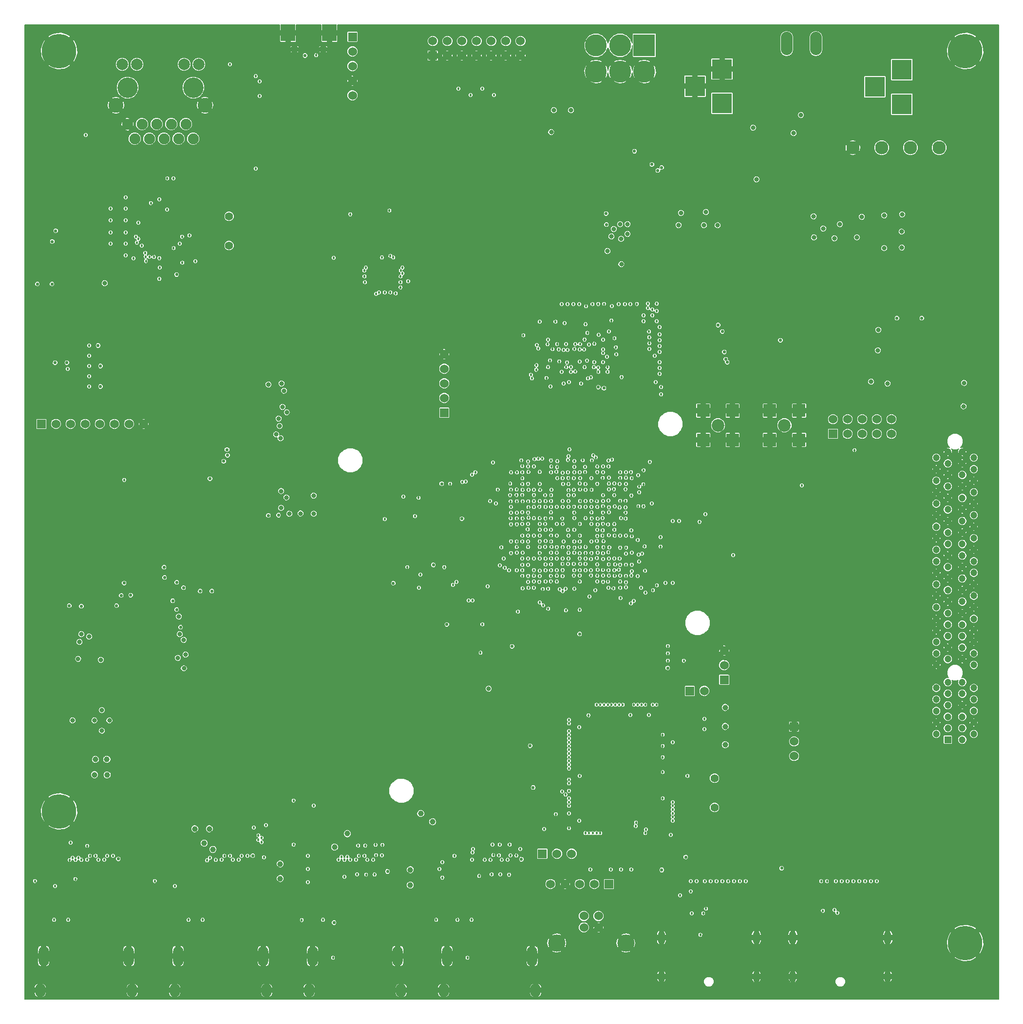
<source format=gbr>
G04 (created by PCBNEW (2013-07-07 BZR 4022)-stable) date 10/11/2015 03:16:48 PM*
%MOIN*%
G04 Gerber Fmt 3.4, Leading zero omitted, Abs format*
%FSLAX34Y34*%
G01*
G70*
G90*
G04 APERTURE LIST*
%ADD10C,0.00590551*%
%ADD11R,0.06X0.06*%
%ADD12C,0.06*%
%ADD13O,0.0511811X0.0905512*%
%ADD14O,0.0511811X0.0748031*%
%ADD15C,0.23622*%
%ADD16C,0.0905512*%
%ADD17R,0.0984252X0.11811*%
%ADD18O,0.0570866X0.0472441*%
%ADD19C,0.11811*%
%ADD20C,0.056*%
%ADD21O,0.0708661X0.137795*%
%ADD22O,0.0708661X0.0925197*%
%ADD23C,0.102362*%
%ADD24C,0.139764*%
%ADD25C,0.0751968*%
%ADD26C,0.0787402*%
%ADD27O,0.08X0.16*%
%ADD28R,0.1378X0.1378*%
%ADD29R,0.0472441X0.0472441*%
%ADD30C,0.0472441*%
%ADD31C,0.0866142*%
%ADD32R,0.0866142X0.0866142*%
%ADD33C,0.0393701*%
%ADD34C,0.15*%
%ADD35R,0.15X0.15*%
%ADD36C,0.018*%
%ADD37C,0.0318*%
%ADD38C,0.022*%
%ADD39C,0.005*%
G04 APERTURE END LIST*
G54D10*
G54D11*
X47605Y-49809D03*
G54D12*
X48605Y-49809D03*
X49605Y-49809D03*
X50605Y-49809D03*
X51605Y-49809D03*
X52605Y-49809D03*
X53605Y-49809D03*
X54605Y-49809D03*
G54D13*
X99019Y-84937D03*
X105515Y-84937D03*
G54D14*
X99019Y-87606D03*
X105515Y-87606D03*
G54D15*
X48820Y-24301D03*
X110820Y-85301D03*
X110820Y-24301D03*
G54D16*
X109035Y-30921D03*
X107066Y-30921D03*
X105097Y-30921D03*
X103129Y-30921D03*
G54D17*
X67317Y-23057D03*
X64482Y-23057D03*
G54D18*
X66884Y-24189D03*
X64915Y-24189D03*
G54D12*
X85730Y-83460D03*
X84730Y-83460D03*
X84730Y-84247D03*
X85730Y-84247D03*
G54D19*
X87592Y-85310D03*
X82868Y-85310D03*
G54D20*
X93660Y-76033D03*
X93660Y-74033D03*
G54D11*
X74385Y-24620D03*
G54D12*
X74385Y-23620D03*
X75385Y-24620D03*
X75385Y-23620D03*
X76385Y-24620D03*
X76385Y-23620D03*
X77385Y-24620D03*
X77385Y-23620D03*
X78385Y-24620D03*
X78385Y-23620D03*
X79385Y-24620D03*
X79385Y-23620D03*
X80385Y-24620D03*
X80385Y-23620D03*
G54D21*
X66160Y-86200D03*
X71987Y-86200D03*
G54D22*
X65924Y-88546D03*
X72223Y-88546D03*
G54D21*
X56960Y-86200D03*
X62787Y-86200D03*
G54D22*
X56724Y-88546D03*
X63023Y-88546D03*
G54D21*
X47760Y-86200D03*
X53587Y-86200D03*
G54D22*
X47524Y-88546D03*
X53823Y-88546D03*
G54D21*
X75360Y-86200D03*
X81187Y-86200D03*
G54D22*
X75124Y-88546D03*
X81423Y-88546D03*
G54D23*
X52701Y-28010D03*
X58800Y-28010D03*
G54D24*
X53500Y-26809D03*
X58000Y-26809D03*
G54D25*
X56498Y-29309D03*
X57998Y-30309D03*
X56998Y-30309D03*
X55998Y-30309D03*
X54998Y-30309D03*
X55498Y-29309D03*
X54498Y-29309D03*
X57498Y-29309D03*
G54D26*
X58361Y-25211D03*
X57361Y-25211D03*
X54140Y-25211D03*
X53140Y-25211D03*
G54D25*
X53498Y-29309D03*
X53998Y-30309D03*
G54D20*
X60447Y-35605D03*
X60447Y-37605D03*
G54D13*
X90034Y-84937D03*
X96531Y-84937D03*
G54D14*
X90034Y-87606D03*
X96531Y-87606D03*
G54D27*
X98602Y-23793D03*
X100602Y-23793D03*
G54D28*
X106478Y-27943D03*
X106478Y-25581D03*
X104628Y-26762D03*
X94182Y-27895D03*
X94182Y-25533D03*
X92332Y-26714D03*
G54D29*
X109631Y-71407D03*
G54D30*
X108843Y-71013D03*
X109631Y-70620D03*
X108843Y-70226D03*
X109631Y-69832D03*
X108843Y-69438D03*
X109631Y-69045D03*
X108843Y-68651D03*
X109631Y-68257D03*
X108843Y-67864D03*
X109631Y-67470D03*
X108843Y-66289D03*
X109631Y-65895D03*
X108843Y-65501D03*
X109631Y-65108D03*
X108843Y-64714D03*
X109631Y-64320D03*
X108843Y-63927D03*
X109631Y-63533D03*
X108843Y-63139D03*
X109631Y-62746D03*
X108843Y-62352D03*
X109631Y-61958D03*
X108843Y-61564D03*
X109631Y-61171D03*
X108843Y-60777D03*
X109631Y-60383D03*
X108843Y-59990D03*
X109631Y-59596D03*
X108843Y-59202D03*
X109631Y-58809D03*
X108843Y-58415D03*
X109631Y-58021D03*
X108843Y-57627D03*
X109631Y-57234D03*
X108843Y-56840D03*
X109631Y-56446D03*
X108843Y-56053D03*
X109631Y-55659D03*
X108843Y-55265D03*
X109631Y-54872D03*
X108843Y-54478D03*
X109631Y-54084D03*
X108843Y-53690D03*
X109631Y-53297D03*
X108843Y-52903D03*
X109631Y-52509D03*
X108843Y-52116D03*
X110615Y-71407D03*
X111402Y-71013D03*
X110615Y-70620D03*
X111402Y-70226D03*
X110615Y-69832D03*
X111402Y-69438D03*
X110615Y-69045D03*
X111402Y-68651D03*
X110615Y-68257D03*
X111402Y-67864D03*
X110615Y-67470D03*
X111402Y-66289D03*
X110615Y-65895D03*
X111402Y-65501D03*
X110615Y-65108D03*
X111402Y-64714D03*
X110615Y-64320D03*
X111402Y-63927D03*
X110615Y-63533D03*
X111402Y-63139D03*
X110615Y-62746D03*
X111402Y-62352D03*
X110615Y-61958D03*
X111402Y-61564D03*
X110615Y-61171D03*
X111402Y-60777D03*
X110615Y-60383D03*
X111402Y-59990D03*
X110615Y-59596D03*
X111402Y-59202D03*
X110615Y-58809D03*
X111402Y-58415D03*
X110615Y-58021D03*
X111402Y-57627D03*
X110615Y-57234D03*
X111402Y-56840D03*
X110615Y-56446D03*
X111402Y-56053D03*
X110615Y-55659D03*
X111402Y-55265D03*
X110615Y-54872D03*
X111402Y-54478D03*
X110615Y-54084D03*
X111402Y-53690D03*
X110615Y-53297D03*
X111402Y-52903D03*
X110615Y-52509D03*
X111402Y-52116D03*
X109631Y-51722D03*
X110615Y-51722D03*
G54D11*
X101772Y-50488D03*
G54D12*
X101772Y-49488D03*
X102772Y-50488D03*
X102772Y-49488D03*
X103772Y-50488D03*
X103772Y-49488D03*
X104772Y-50488D03*
X104772Y-49488D03*
X105772Y-50488D03*
X105772Y-49488D03*
G54D11*
X68890Y-23340D03*
G54D12*
X68890Y-24340D03*
X68890Y-25340D03*
X68890Y-26340D03*
X68890Y-27340D03*
G54D11*
X86441Y-81277D03*
G54D12*
X85441Y-81277D03*
X84441Y-81277D03*
X83441Y-81277D03*
X82441Y-81277D03*
G54D11*
X75172Y-49040D03*
G54D12*
X75172Y-48040D03*
X75172Y-47040D03*
X75172Y-46040D03*
X75172Y-45040D03*
G54D11*
X94331Y-67307D03*
G54D12*
X94331Y-66307D03*
X94331Y-65307D03*
G54D11*
X91969Y-68071D03*
G54D12*
X92969Y-68071D03*
G54D31*
X98450Y-49900D03*
G54D32*
X99453Y-48896D03*
X99453Y-50903D03*
X97446Y-50903D03*
X97446Y-48896D03*
G54D31*
X93900Y-49900D03*
G54D32*
X94903Y-48896D03*
X94903Y-50903D03*
X92896Y-50903D03*
X92896Y-48896D03*
G54D33*
X51237Y-73800D03*
X59100Y-77500D03*
X52086Y-72746D03*
X72850Y-80300D03*
X72850Y-81350D03*
X63950Y-79900D03*
X63950Y-80900D03*
X58100Y-77500D03*
X94400Y-71750D03*
X94400Y-70500D03*
X94400Y-69200D03*
G54D34*
X88856Y-25708D03*
X87206Y-25708D03*
X85556Y-25708D03*
X85556Y-23908D03*
X87206Y-23908D03*
G54D35*
X88856Y-23908D03*
G54D33*
X73560Y-76460D03*
X74380Y-77020D03*
X68540Y-77830D03*
X67670Y-78750D03*
X52101Y-73814D03*
X51300Y-72760D03*
X58750Y-78480D03*
X59340Y-78910D03*
G54D11*
X99110Y-70522D03*
G54D12*
X99110Y-71522D03*
X99110Y-72522D03*
G54D11*
X81887Y-79205D03*
G54D12*
X82887Y-79205D03*
X83887Y-79205D03*
G54D15*
X48820Y-76301D03*
G54D36*
X86298Y-45211D03*
X84816Y-52744D03*
X86041Y-44962D03*
X84651Y-52297D03*
X85077Y-44374D03*
X85245Y-53516D03*
X86653Y-52256D03*
X86429Y-43482D03*
X85730Y-43706D03*
X86409Y-52318D03*
X84846Y-54307D03*
X87303Y-46601D03*
X86919Y-44568D03*
X85645Y-53902D03*
X84445Y-53892D03*
X86029Y-45575D03*
X85697Y-45961D03*
X83675Y-54332D03*
X85641Y-53105D03*
X86031Y-44047D03*
X85723Y-46242D03*
X83627Y-53113D03*
X86039Y-44711D03*
X84029Y-53508D03*
X86350Y-46243D03*
X84460Y-54298D03*
X86049Y-53108D03*
X86823Y-43948D03*
X86951Y-45058D03*
X85548Y-52099D03*
X84810Y-53100D03*
X85407Y-45928D03*
X85434Y-44330D03*
X85359Y-51962D03*
X85428Y-45580D03*
X85276Y-52300D03*
X84779Y-45929D03*
X83657Y-53502D03*
X84775Y-44035D03*
X86419Y-52706D03*
X84743Y-44718D03*
X84435Y-53112D03*
X84441Y-44718D03*
X84475Y-53516D03*
X83046Y-45533D03*
X82485Y-53120D03*
X83346Y-44758D03*
X82464Y-52303D03*
X81701Y-53096D03*
X82266Y-44044D03*
X82161Y-46666D03*
X81603Y-52195D03*
X80928Y-53095D03*
X81605Y-44658D03*
X80907Y-52372D03*
X81459Y-46102D03*
X81505Y-44410D03*
X80511Y-52698D03*
X81487Y-45796D03*
X80442Y-52300D03*
X83205Y-46240D03*
X82890Y-52762D03*
X83505Y-44344D03*
X82902Y-52360D03*
X84073Y-53122D03*
X83841Y-45919D03*
X84075Y-52352D03*
X84144Y-44350D03*
X83625Y-52270D03*
X83833Y-46243D03*
X84083Y-44674D03*
X83731Y-51552D03*
X82890Y-44354D03*
X82491Y-52729D03*
X82263Y-45926D03*
X81882Y-52189D03*
X83261Y-53512D03*
X82996Y-44701D03*
X83567Y-45604D03*
X83669Y-52020D03*
X83265Y-53140D03*
X83517Y-45926D03*
X84990Y-46696D03*
X84048Y-54307D03*
X83665Y-53926D03*
X84430Y-45551D03*
X86443Y-53473D03*
X86352Y-45931D03*
X82899Y-53521D03*
X82413Y-45466D03*
X81354Y-52219D03*
X82249Y-44364D03*
X82584Y-44698D03*
X81305Y-52724D03*
X84939Y-45472D03*
X85638Y-52726D03*
X100957Y-81079D03*
X82090Y-56267D03*
X82488Y-56266D03*
X101357Y-81080D03*
X102071Y-83247D03*
X80133Y-55099D03*
X101874Y-83059D03*
X79719Y-55099D03*
X102362Y-81079D03*
X87622Y-58267D03*
X87604Y-57452D03*
X103162Y-81079D03*
X87571Y-55508D03*
X103962Y-81079D03*
X104762Y-81080D03*
X87586Y-55066D03*
X87205Y-58268D03*
X101962Y-81079D03*
X87207Y-57450D03*
X102761Y-81080D03*
X87163Y-55529D03*
X103562Y-81080D03*
X104362Y-81080D03*
X87216Y-55066D03*
X92045Y-81079D03*
X81699Y-58231D03*
X92445Y-81080D03*
X82076Y-58217D03*
X93087Y-82965D03*
X83640Y-57062D03*
X81310Y-60197D03*
X92890Y-83278D03*
X79594Y-59821D03*
X95395Y-81080D03*
X88511Y-54492D03*
X94595Y-81080D03*
X88455Y-55433D03*
X93794Y-81080D03*
X88421Y-57742D03*
X88481Y-58752D03*
X92995Y-81079D03*
X95795Y-81080D03*
X87976Y-54702D03*
X94995Y-81079D03*
X88803Y-55436D03*
X94195Y-81079D03*
X88006Y-57497D03*
X93395Y-81079D03*
X88717Y-58678D03*
X57727Y-36916D03*
X62276Y-32357D03*
X55678Y-34446D03*
X53908Y-38485D03*
X81305Y-55494D03*
X55673Y-38470D03*
X81301Y-54668D03*
X55669Y-39892D03*
X82094Y-55087D03*
X81705Y-55094D03*
X55698Y-39112D03*
X53367Y-38292D03*
X80139Y-56668D03*
X53366Y-34312D03*
X81688Y-55471D03*
X53367Y-35091D03*
X82488Y-55483D03*
X53366Y-35891D03*
X82484Y-55086D03*
X80935Y-54310D03*
X53366Y-36710D03*
X53366Y-37491D03*
X80527Y-54310D03*
X54233Y-37161D03*
X79735Y-56670D03*
X80919Y-55100D03*
X54990Y-38379D03*
X54143Y-37403D03*
X80927Y-55500D03*
X54469Y-37616D03*
X80539Y-55100D03*
X80125Y-54295D03*
X54720Y-38118D03*
X54734Y-38367D03*
X79734Y-54299D03*
X57228Y-37003D03*
X50638Y-30044D03*
X56203Y-35152D03*
X55095Y-34704D03*
X55298Y-38394D03*
X56655Y-37790D03*
X57069Y-37476D03*
X52336Y-35891D03*
X54233Y-36058D03*
X52335Y-37491D03*
G54D37*
X51931Y-40191D03*
G54D36*
X52336Y-36710D03*
X52337Y-35091D03*
X54070Y-37004D03*
X90809Y-60687D03*
X86030Y-54688D03*
X90465Y-65500D03*
X90316Y-60682D03*
X90465Y-65000D03*
X90465Y-66000D03*
X91561Y-66003D03*
X86063Y-57828D03*
X86427Y-57414D03*
X85641Y-55492D03*
X86027Y-55868D03*
X86461Y-58242D03*
X86391Y-58584D03*
X86025Y-56635D03*
X85659Y-56680D03*
X87121Y-59774D03*
X86861Y-59406D03*
X87207Y-59436D03*
X87161Y-59022D03*
X88492Y-59226D03*
X87999Y-59438D03*
X86057Y-58234D03*
X85621Y-57812D03*
X86021Y-57090D03*
X85639Y-57468D03*
X86796Y-54672D03*
X86786Y-54267D03*
X88790Y-53933D03*
X87607Y-53496D03*
X88821Y-52972D03*
X87951Y-53101D03*
X88409Y-60217D03*
X87966Y-60172D03*
X86447Y-59018D03*
X86027Y-58642D03*
X88000Y-58625D03*
X87609Y-58674D03*
X85659Y-56286D03*
X85261Y-56270D03*
X86811Y-53877D03*
X87171Y-53907D03*
X88518Y-54098D03*
X87571Y-54272D03*
X88447Y-53312D03*
X87991Y-53507D03*
X88920Y-59855D03*
X87606Y-59432D03*
X86031Y-55084D03*
X86401Y-55042D03*
X86436Y-55502D03*
X86026Y-55432D03*
X87218Y-53500D03*
X86387Y-56683D03*
X89980Y-57540D03*
X86817Y-57051D03*
X89970Y-58200D03*
X91250Y-56445D03*
X87259Y-56242D03*
X90800Y-56445D03*
X87586Y-56281D03*
X87221Y-53117D03*
X99636Y-54010D03*
X85622Y-55097D03*
X85229Y-55068D03*
X85243Y-55475D03*
X86438Y-53896D03*
X83665Y-54686D03*
X83667Y-55081D03*
X80518Y-53114D03*
G54D38*
X75002Y-53901D03*
G54D36*
X90123Y-71066D03*
X82882Y-60193D03*
X87227Y-61711D03*
X83705Y-70810D03*
X83670Y-58628D03*
X83705Y-71066D03*
X83275Y-58232D03*
X82521Y-58213D03*
X83705Y-71322D03*
X84029Y-59380D03*
X83705Y-70042D03*
X83665Y-59022D03*
X83705Y-70298D03*
X82881Y-58626D03*
X83706Y-76441D03*
X88924Y-69018D03*
X87603Y-60200D03*
X87604Y-60987D03*
X88668Y-69018D03*
X86380Y-60598D03*
X85085Y-77798D03*
X85341Y-77797D03*
X86407Y-61006D03*
X86826Y-60198D03*
X88284Y-77316D03*
X88291Y-77068D03*
X86754Y-61046D03*
X85204Y-59806D03*
X88924Y-77798D03*
X85632Y-60197D03*
X88981Y-77544D03*
X84451Y-57841D03*
X88412Y-69018D03*
X84850Y-58231D03*
X88156Y-69018D03*
X86363Y-69019D03*
X87211Y-60594D03*
X87219Y-61018D03*
X86107Y-69019D03*
X85851Y-69019D03*
X86026Y-59798D03*
X86433Y-60190D03*
X85595Y-69015D03*
X85639Y-59422D03*
X83705Y-77464D03*
X84829Y-77797D03*
X85659Y-59789D03*
X82486Y-59414D03*
X85597Y-77797D03*
X83705Y-74137D03*
X86041Y-59042D03*
X86418Y-59806D03*
X83705Y-74393D03*
X85251Y-58638D03*
X83230Y-74954D03*
X83705Y-74905D03*
X85617Y-58988D03*
X88136Y-61915D03*
X83482Y-75161D03*
X87952Y-62084D03*
X83704Y-75417D03*
X84846Y-58632D03*
X83705Y-75672D03*
X83705Y-75928D03*
X84846Y-59019D03*
X83705Y-71578D03*
X81702Y-60211D03*
X81921Y-61100D03*
X83705Y-71834D03*
X81672Y-60601D03*
X83705Y-72090D03*
X81293Y-61012D03*
X83705Y-72346D03*
X80917Y-60202D03*
X83705Y-72601D03*
X83705Y-72857D03*
X80926Y-61006D03*
X83705Y-73113D03*
X80909Y-60614D03*
X83705Y-73369D03*
X80526Y-61042D03*
X89691Y-69018D03*
X84828Y-59377D03*
X82881Y-59807D03*
X90814Y-76953D03*
X90815Y-76697D03*
X82487Y-59812D03*
X84060Y-58624D03*
X90814Y-76441D03*
X90815Y-76185D03*
X83332Y-57854D03*
X81711Y-59857D03*
X90815Y-75929D03*
X82093Y-59807D03*
X90815Y-75673D03*
X83257Y-59375D03*
X87131Y-69019D03*
X86619Y-69019D03*
X83274Y-59018D03*
X86032Y-60188D03*
X90123Y-71834D03*
X82093Y-59019D03*
X87387Y-69019D03*
X82882Y-59020D03*
X86875Y-69019D03*
X89436Y-69018D03*
X84480Y-59388D03*
X101088Y-83104D03*
X93042Y-55976D03*
X81307Y-56262D03*
X92636Y-56503D03*
X81693Y-56261D03*
X92103Y-83282D03*
X80220Y-62645D03*
X80518Y-59807D03*
X77295Y-53110D03*
X80523Y-53530D03*
X49408Y-46051D03*
X82083Y-54691D03*
X81729Y-54328D03*
X50865Y-45850D03*
X76639Y-53754D03*
X50865Y-46550D03*
X76400Y-53768D03*
X50865Y-47250D03*
X79689Y-53894D03*
X50865Y-44450D03*
X50865Y-45150D03*
X80517Y-53926D03*
X80519Y-60200D03*
X75761Y-60815D03*
X80151Y-53128D03*
X77067Y-53281D03*
X72643Y-59599D03*
X75564Y-53900D03*
X78143Y-60913D03*
X82487Y-57432D03*
X82111Y-57817D03*
X76004Y-60614D03*
X85113Y-61607D03*
X78524Y-79297D03*
X78918Y-79316D03*
X85221Y-60169D03*
X79115Y-79626D03*
X85508Y-61191D03*
X79508Y-79626D03*
X85635Y-60591D03*
X79705Y-79325D03*
X84454Y-59806D03*
X80099Y-79331D03*
X84849Y-59807D03*
X77138Y-78874D03*
X84435Y-58642D03*
X84062Y-59807D03*
X77933Y-79626D03*
X78327Y-79626D03*
X84048Y-60172D03*
X81303Y-59803D03*
X77070Y-79616D03*
X84445Y-59005D03*
X77114Y-79113D03*
X82487Y-59019D03*
X75861Y-79354D03*
X69324Y-79354D03*
X81712Y-62012D03*
X69718Y-79347D03*
X81930Y-62206D03*
X69914Y-79626D03*
X83471Y-61089D03*
X70308Y-79626D03*
X83260Y-60211D03*
X70506Y-79300D03*
X83078Y-61123D03*
X70899Y-79312D03*
X83274Y-61254D03*
X68536Y-79408D03*
X82287Y-61090D03*
X84067Y-61081D03*
X68734Y-79625D03*
X84450Y-60190D03*
X69127Y-79625D03*
X82459Y-60203D03*
X67947Y-79625D03*
X82093Y-60580D03*
X68340Y-79627D03*
X68142Y-79414D03*
X82460Y-60568D03*
X50924Y-79359D03*
X80516Y-56655D03*
X51318Y-79343D03*
X80914Y-56657D03*
X51515Y-79625D03*
X79731Y-55880D03*
X51910Y-79625D03*
X80147Y-55878D03*
X52106Y-79349D03*
X79733Y-55478D03*
X52499Y-79342D03*
X80912Y-55871D03*
X78697Y-55249D03*
X80948Y-56229D03*
X50137Y-79478D03*
X79719Y-56264D03*
X50334Y-79629D03*
X80525Y-56270D03*
X50727Y-79623D03*
X72371Y-54787D03*
X79669Y-54672D03*
X49546Y-79633D03*
X49940Y-79629D03*
X78314Y-55092D03*
X80507Y-54666D03*
X80512Y-55854D03*
X73418Y-54865D03*
X49743Y-79478D03*
X79731Y-57834D03*
X60124Y-79348D03*
X80517Y-57848D03*
X60518Y-79354D03*
X79740Y-58634D03*
X60715Y-79625D03*
X61109Y-79625D03*
X80136Y-58619D03*
X81700Y-57445D03*
X61305Y-79344D03*
X61699Y-79343D03*
X81701Y-57837D03*
X62668Y-78420D03*
X79318Y-59658D03*
X59533Y-79628D03*
X81715Y-57043D03*
X59928Y-79625D03*
X82111Y-57042D03*
X78977Y-59481D03*
X62456Y-77946D03*
X59142Y-79488D03*
X62453Y-78263D03*
X77102Y-61876D03*
X80516Y-59021D03*
X58948Y-79663D03*
X79231Y-59006D03*
X76844Y-61878D03*
X62663Y-78106D03*
X80914Y-57840D03*
X72693Y-40057D03*
X80915Y-57447D03*
X72189Y-39719D03*
X72297Y-39522D03*
X80520Y-59448D03*
X80914Y-59017D03*
X72190Y-39324D03*
X80124Y-57840D03*
X72299Y-39128D03*
X79085Y-58243D03*
X71686Y-38428D03*
X71489Y-38323D03*
X80535Y-58612D03*
X70899Y-38427D03*
X80912Y-58228D03*
X80886Y-57025D03*
X71489Y-40812D03*
X72188Y-40112D03*
X81306Y-57444D03*
X70505Y-40917D03*
X80518Y-57445D03*
X70702Y-40812D03*
X81306Y-59018D03*
X80904Y-59448D03*
X73163Y-56122D03*
X71095Y-40812D03*
G54D38*
X90054Y-80315D03*
G54D36*
X77788Y-63509D03*
X84445Y-62530D03*
X82881Y-58234D03*
X76968Y-27311D03*
X87961Y-80289D03*
X89723Y-60847D03*
X76150Y-26881D03*
X89456Y-61176D03*
X87260Y-80289D03*
X87198Y-60190D03*
X83495Y-62560D03*
X82485Y-58625D03*
X81703Y-59016D03*
X82289Y-62446D03*
X47160Y-81069D03*
X55360Y-81069D03*
X76083Y-83727D03*
X66883Y-83728D03*
X74623Y-83727D03*
X57683Y-83727D03*
X48483Y-83727D03*
X64859Y-78577D03*
X65423Y-83737D03*
X64859Y-75569D03*
G54D37*
X105271Y-37790D03*
X101866Y-37112D03*
X100459Y-37056D03*
X103406Y-37049D03*
X106497Y-35471D03*
X106488Y-37739D03*
X106470Y-36664D03*
X105279Y-35536D03*
X101095Y-36436D03*
X100450Y-35611D03*
X102250Y-36151D03*
X103750Y-35641D03*
X96300Y-29546D03*
X110700Y-48600D03*
X104384Y-46924D03*
X105500Y-47038D03*
X104845Y-44776D03*
X104871Y-43377D03*
X110750Y-47000D03*
G54D36*
X83277Y-59804D03*
X77656Y-65462D03*
G54D38*
X81048Y-71818D03*
G54D36*
X77768Y-26882D03*
X88942Y-61353D03*
X85160Y-80289D03*
X85677Y-58614D03*
X78568Y-27311D03*
X88640Y-61012D03*
X86424Y-59413D03*
X86560Y-80289D03*
G54D38*
X81254Y-74680D03*
G54D36*
X82815Y-76500D03*
G54D38*
X65644Y-24615D03*
G54D36*
X69752Y-40112D03*
X67615Y-38450D03*
X68733Y-35471D03*
X66412Y-24597D03*
X69696Y-39325D03*
X69798Y-39128D03*
X50531Y-82640D03*
X50250Y-83200D03*
X49950Y-84000D03*
X78400Y-81300D03*
X78721Y-81870D03*
X76550Y-80050D03*
X77800Y-83200D03*
X78130Y-82643D03*
X77550Y-83950D03*
X68350Y-84050D03*
X69200Y-83250D03*
X68930Y-82639D03*
X68600Y-83250D03*
X67900Y-84100D03*
X69200Y-81050D03*
X68926Y-80411D03*
X67300Y-80150D03*
X59730Y-82636D03*
X59450Y-83200D03*
X59150Y-83900D03*
X79902Y-81867D03*
X79600Y-81350D03*
X79311Y-81868D03*
X79050Y-81300D03*
X79902Y-82644D03*
X79600Y-83250D03*
X79311Y-82643D03*
X79000Y-83200D03*
X78721Y-82632D03*
X78450Y-83150D03*
X51713Y-80395D03*
X52000Y-81000D03*
X51123Y-80387D03*
X51400Y-81000D03*
X50533Y-80391D03*
X50800Y-81000D03*
X52302Y-82631D03*
X51400Y-83200D03*
X51122Y-82635D03*
X50850Y-83150D03*
X51713Y-82632D03*
X52000Y-83250D03*
X60321Y-82628D03*
X60050Y-83200D03*
X60650Y-83200D03*
X60911Y-82635D03*
X61250Y-83150D03*
X61502Y-82634D03*
X70112Y-82634D03*
X70400Y-83150D03*
X69523Y-82631D03*
X69800Y-83250D03*
X70112Y-80413D03*
X70400Y-81150D03*
X69523Y-80398D03*
X69800Y-81100D03*
X61504Y-80381D03*
X61200Y-80900D03*
X60913Y-80381D03*
X60600Y-80900D03*
X60322Y-80379D03*
X60050Y-80950D03*
X59732Y-80376D03*
G54D37*
X58150Y-81150D03*
X107750Y-83050D03*
X60850Y-69250D03*
X56450Y-69200D03*
X103400Y-78100D03*
X103400Y-75800D03*
X102550Y-74950D03*
X102550Y-76750D03*
X102550Y-78600D03*
X103350Y-79250D03*
X104150Y-69350D03*
X104200Y-71750D03*
X104200Y-79250D03*
X104200Y-77100D03*
X104150Y-74400D03*
X106000Y-72250D03*
X107750Y-76250D03*
X109500Y-78000D03*
X106000Y-74550D03*
X104200Y-68300D03*
X109500Y-81250D03*
X107750Y-80000D03*
X65050Y-68800D03*
X55166Y-66699D03*
X63000Y-60500D03*
X65500Y-60500D03*
X64000Y-59000D03*
X61750Y-59000D03*
X61000Y-60500D03*
G54D38*
X58881Y-60410D03*
G54D37*
X75250Y-42000D03*
X78000Y-42000D03*
X79500Y-40500D03*
X76500Y-40500D03*
X74000Y-40500D03*
X75250Y-38250D03*
X80500Y-34750D03*
X78000Y-38250D03*
X80500Y-38250D03*
X82250Y-36500D03*
X79250Y-36500D03*
X76500Y-36500D03*
X73500Y-36500D03*
X75250Y-34750D03*
X77750Y-34750D03*
X82000Y-40500D03*
X107750Y-85000D03*
G54D38*
X65150Y-73700D03*
X64450Y-74050D03*
X65850Y-73700D03*
X54850Y-80250D03*
X56650Y-79200D03*
X56650Y-79800D03*
X48900Y-80150D03*
X48650Y-79350D03*
X46650Y-80700D03*
X46750Y-79200D03*
X46750Y-79800D03*
X90329Y-78721D03*
G54D36*
X100890Y-84545D03*
X101480Y-84545D03*
X102464Y-84546D03*
G54D38*
X92693Y-85800D03*
G54D36*
X93480Y-84544D03*
X92495Y-84544D03*
X91905Y-84547D03*
G54D38*
X87620Y-83881D03*
G54D36*
X90298Y-81832D03*
X104236Y-83282D03*
X104236Y-84545D03*
X103647Y-83282D03*
X103646Y-84544D03*
X103055Y-83282D03*
X103055Y-84545D03*
X102464Y-83282D03*
X101480Y-83282D03*
X100889Y-83282D03*
X104850Y-51600D03*
X75333Y-83895D03*
X66131Y-83910D03*
X91008Y-67061D03*
G54D37*
X86670Y-27940D03*
X85080Y-27950D03*
X85870Y-28460D03*
G54D36*
X93480Y-83269D03*
X94661Y-83282D03*
X94661Y-84545D03*
X94070Y-84545D03*
X79502Y-59451D03*
X82486Y-53901D03*
X80296Y-81867D03*
X80296Y-82643D03*
X78130Y-81875D03*
X78721Y-79624D03*
X78721Y-80399D03*
X79902Y-79624D03*
X80296Y-80400D03*
X79902Y-80399D03*
X70702Y-79624D03*
X70701Y-80396D03*
X92017Y-82953D03*
X78726Y-85057D03*
X79317Y-85057D03*
X79907Y-85057D03*
X79907Y-86320D03*
X79317Y-86320D03*
X78726Y-86320D03*
X78136Y-86320D03*
X78136Y-85057D03*
X76955Y-85056D03*
X68372Y-86630D03*
X68936Y-86319D03*
X69527Y-86320D03*
X70117Y-86320D03*
X70708Y-86320D03*
X70708Y-85057D03*
X70117Y-85057D03*
X69527Y-85057D03*
X68936Y-85057D03*
X67754Y-85057D03*
X61508Y-85056D03*
X61508Y-86320D03*
X60917Y-85057D03*
X60917Y-86319D03*
X60326Y-86320D03*
X60326Y-85057D03*
X59736Y-85057D03*
X59736Y-86320D03*
X58555Y-85057D03*
X58554Y-86320D03*
X49355Y-85057D03*
X49355Y-86319D03*
X50536Y-86319D03*
X51126Y-86320D03*
X51717Y-86320D03*
X52307Y-86320D03*
X52308Y-85057D03*
X51717Y-85057D03*
X51127Y-85057D03*
X50536Y-85057D03*
X87613Y-54701D03*
X82881Y-57055D03*
X86865Y-58279D03*
X86445Y-57762D03*
X87621Y-56638D03*
X49615Y-53636D03*
G54D38*
X71224Y-79492D03*
G54D36*
X82261Y-75942D03*
G54D38*
X95385Y-74368D03*
X95377Y-76370D03*
G54D37*
X48850Y-31850D03*
X47650Y-31850D03*
X47650Y-32650D03*
X47650Y-33350D03*
G54D36*
X48850Y-32208D03*
G54D37*
X46850Y-33950D03*
X46850Y-34950D03*
X46850Y-35750D03*
X47250Y-36150D03*
X47250Y-35350D03*
X47250Y-34450D03*
X48850Y-33750D03*
X50050Y-32050D03*
X50850Y-32050D03*
X50850Y-32750D03*
X50850Y-33550D03*
X50850Y-34350D03*
X50850Y-35050D03*
G54D36*
X49623Y-32790D03*
G54D37*
X50050Y-34250D03*
X50050Y-33550D03*
X50050Y-32950D03*
G54D38*
X92400Y-56593D03*
G54D36*
X77428Y-56292D03*
X74492Y-60625D03*
X72642Y-61823D03*
G54D38*
X90836Y-74649D03*
X84416Y-76187D03*
G54D36*
X84451Y-55867D03*
G54D38*
X93019Y-65000D03*
X93021Y-66499D03*
X93021Y-66001D03*
X53735Y-58911D03*
X58066Y-60410D03*
X58006Y-61910D03*
X58270Y-63473D03*
X49352Y-46485D03*
X48541Y-46484D03*
X47887Y-48090D03*
X52840Y-47033D03*
X52839Y-44789D03*
X47499Y-42815D03*
X51932Y-41559D03*
X50932Y-41558D03*
X48331Y-41558D03*
X47332Y-41559D03*
X49325Y-38660D03*
X48350Y-38660D03*
X50910Y-36100D03*
X50272Y-31078D03*
X61241Y-26392D03*
X61242Y-27392D03*
X61242Y-29992D03*
X61242Y-30992D03*
X61244Y-31992D03*
X59176Y-50753D03*
X87804Y-31727D03*
X69098Y-39382D03*
X68376Y-40457D03*
G54D36*
X89730Y-55300D03*
G54D38*
X83027Y-64228D03*
X80646Y-63960D03*
X79310Y-65442D03*
X78499Y-65771D03*
X84932Y-68844D03*
X85528Y-69868D03*
X87469Y-68666D03*
X89180Y-70759D03*
X87901Y-70758D03*
X84226Y-69397D03*
X85493Y-70554D03*
X89076Y-75424D03*
X89075Y-73624D03*
X89080Y-72594D03*
G54D37*
X96299Y-31964D03*
X112759Y-48599D03*
X112760Y-47000D03*
X101350Y-33641D03*
X102850Y-33640D03*
G54D36*
X68407Y-36215D03*
X69060Y-36215D03*
X65157Y-49954D03*
X95755Y-38944D03*
X91989Y-37042D03*
X105400Y-48787D03*
X99453Y-82718D03*
X92496Y-83251D03*
X95252Y-83282D03*
X94071Y-83283D03*
X95251Y-84545D03*
X89190Y-81808D03*
X80490Y-83896D03*
X77579Y-86634D03*
X69521Y-79628D03*
X71096Y-81876D03*
X71096Y-82635D03*
X70702Y-82636D03*
X71290Y-83876D03*
X56932Y-83895D03*
X61895Y-79631D03*
X61896Y-80382D03*
X61895Y-81885D03*
X61895Y-82634D03*
X62089Y-83895D03*
X51121Y-79637D03*
X52302Y-79623D03*
X52696Y-80391D03*
X52696Y-82629D03*
X52700Y-81874D03*
X52886Y-83895D03*
X47733Y-83895D03*
X92976Y-71373D03*
X92975Y-72074D03*
X90815Y-72346D03*
X90815Y-72858D03*
X83706Y-73626D03*
X85458Y-73874D03*
X85666Y-76522D03*
X86076Y-76536D03*
X88156Y-77795D03*
X90967Y-77527D03*
G54D38*
X56650Y-34075D03*
X55075Y-33946D03*
X58951Y-39118D03*
X58852Y-37641D03*
X57883Y-37822D03*
G54D36*
X54605Y-39112D03*
X52336Y-34311D03*
X52335Y-38291D03*
X55388Y-35992D03*
G54D38*
X55650Y-36609D03*
G54D36*
X56108Y-35965D03*
X62494Y-37605D03*
X62484Y-35606D03*
X48111Y-32790D03*
X48850Y-35721D03*
X47672Y-31059D03*
X50631Y-25216D03*
X73209Y-41066D03*
X70812Y-42219D03*
X71297Y-42434D03*
X71853Y-41901D03*
X70657Y-39959D03*
X71004Y-39608D03*
X70657Y-39280D03*
X71336Y-39280D03*
X71336Y-39959D03*
G54D37*
X102661Y-46177D03*
G54D38*
X59445Y-53022D03*
G54D37*
X106889Y-43039D03*
X106680Y-40780D03*
X106733Y-42085D03*
X107687Y-46910D03*
X107470Y-45629D03*
X107243Y-45274D03*
X106583Y-44614D03*
X107228Y-44641D03*
X106580Y-43762D03*
X106895Y-44176D03*
X107207Y-43762D03*
G54D36*
X69761Y-35479D03*
X70391Y-35213D03*
X88460Y-57030D03*
X80913Y-59812D03*
X81317Y-57838D03*
X81309Y-58636D03*
X81309Y-55891D03*
X79312Y-80411D03*
X78130Y-80414D03*
X81699Y-54687D03*
X82876Y-59407D03*
X83311Y-58667D03*
X84089Y-59046D03*
X80127Y-59020D03*
X80905Y-54674D03*
X81309Y-53513D03*
X86793Y-53113D03*
G54D38*
X79611Y-60692D03*
G54D36*
X80119Y-57466D03*
X84454Y-56264D03*
X84854Y-56651D03*
X85243Y-58237D03*
X86446Y-54707D03*
X86457Y-56318D03*
X86806Y-60589D03*
X86425Y-57068D03*
X82093Y-60205D03*
X84857Y-55862D03*
X87221Y-55852D03*
G54D37*
X61421Y-46973D03*
X61011Y-47443D03*
X60981Y-48573D03*
X61021Y-49433D03*
X61941Y-50343D03*
X61847Y-53463D03*
X62169Y-54128D03*
X62190Y-55913D03*
X62197Y-55031D03*
X53605Y-66419D03*
X53479Y-65355D03*
X54242Y-65054D03*
X54340Y-65880D03*
X54284Y-66874D03*
X53038Y-66832D03*
X51750Y-67060D03*
X91378Y-34146D03*
G54D38*
X92837Y-46086D03*
X96437Y-46286D03*
G54D36*
X86040Y-59425D03*
G54D37*
X105513Y-39212D03*
X106549Y-39205D03*
X103197Y-42586D03*
X102653Y-44770D03*
X103625Y-41256D03*
X102575Y-41276D03*
X100885Y-41186D03*
X100395Y-39806D03*
X101895Y-40306D03*
X103415Y-40126D03*
X104625Y-40756D03*
X93911Y-34693D03*
X94170Y-33220D03*
X93096Y-33249D03*
X92228Y-33312D03*
X88563Y-33871D03*
X88178Y-34494D03*
X86519Y-34508D03*
X87198Y-34417D03*
X89226Y-34387D03*
X89208Y-33888D03*
X90558Y-34374D03*
X89888Y-34126D03*
X90527Y-33892D03*
X54578Y-60749D03*
X55740Y-60728D03*
X55159Y-64928D03*
X54663Y-61310D03*
X55446Y-61319D03*
X55474Y-62842D03*
X55070Y-62110D03*
X54774Y-62856D03*
X61916Y-51269D03*
X61941Y-51853D03*
X61952Y-52502D03*
X97737Y-45096D03*
X98202Y-44736D03*
X98187Y-45606D03*
X98052Y-46176D03*
X96343Y-43261D03*
X96819Y-42939D03*
X95972Y-46362D03*
X96182Y-45844D03*
X96203Y-45305D03*
X95412Y-46488D03*
X95517Y-46012D03*
X95489Y-45501D03*
X95437Y-44280D03*
X95441Y-44752D03*
X95465Y-43846D03*
G54D38*
X92837Y-45286D03*
X92837Y-44486D03*
X92837Y-42586D03*
X92837Y-43486D03*
X91188Y-31026D03*
X56344Y-36959D03*
X55417Y-37363D03*
G54D36*
X50527Y-81878D03*
X51116Y-81875D03*
X51707Y-81876D03*
X52301Y-81873D03*
X52304Y-80385D03*
X61504Y-81875D03*
X60909Y-81879D03*
X60319Y-81881D03*
X59728Y-81892D03*
X68927Y-81883D03*
X69519Y-81878D03*
X70109Y-81884D03*
X70703Y-81879D03*
G54D38*
X77571Y-58678D03*
G54D36*
X89026Y-52762D03*
X81566Y-47140D03*
X81939Y-46784D03*
X84032Y-53888D03*
X83205Y-41272D03*
X83616Y-41263D03*
X84027Y-41260D03*
X84420Y-41257D03*
X84882Y-41399D03*
X85325Y-41260D03*
X85693Y-41260D03*
X86109Y-41250D03*
X87120Y-41275D03*
X87516Y-41281D03*
X88356Y-41281D03*
X87906Y-41287D03*
X83596Y-52753D03*
X80157Y-55522D03*
X79418Y-52483D03*
X79185Y-57855D03*
X82883Y-44048D03*
X83279Y-55870D03*
X87999Y-55432D03*
X83272Y-57449D03*
X84456Y-57050D03*
X84848Y-57050D03*
X79165Y-54050D03*
X80125Y-53906D03*
X87621Y-58992D03*
X87951Y-53927D03*
X83661Y-55861D03*
X84847Y-57836D03*
X89584Y-43487D03*
X89571Y-43882D03*
X89593Y-44302D03*
X89566Y-44707D03*
X89616Y-46588D03*
X89613Y-46192D03*
X89607Y-45787D03*
X89593Y-45418D03*
X86903Y-43482D03*
X86841Y-46579D03*
X89593Y-47494D03*
X86637Y-41278D03*
X85884Y-46999D03*
X85377Y-46276D03*
X85991Y-43432D03*
X83671Y-43631D03*
X83513Y-44038D03*
X83397Y-42578D03*
X85235Y-43580D03*
X84149Y-44038D03*
X84150Y-45928D03*
X82258Y-42448D03*
X80901Y-43046D03*
X81792Y-43639D03*
X82104Y-43681D03*
X81955Y-45348D03*
X81088Y-45787D03*
X82587Y-47023D03*
X82794Y-42475D03*
X88482Y-60730D03*
X85954Y-53935D03*
X85242Y-54688D03*
X85197Y-53117D03*
X82092Y-53102D03*
X83650Y-60214D03*
X89613Y-51719D03*
X84922Y-42560D03*
X85276Y-60608D03*
X55950Y-80239D03*
X47750Y-80239D03*
X65450Y-74750D03*
X84462Y-44354D03*
X85213Y-46630D03*
X73450Y-61008D03*
X73534Y-60115D03*
X86435Y-55852D03*
X82489Y-54691D03*
X53282Y-53636D03*
X71096Y-56317D03*
X56223Y-33006D03*
X57251Y-38776D03*
X56648Y-33008D03*
X58136Y-38690D03*
X90816Y-71578D03*
G54D38*
X90048Y-32272D03*
X58470Y-61243D03*
X52752Y-62239D03*
X53070Y-61537D03*
X60308Y-51568D03*
X60341Y-51953D03*
X89780Y-32476D03*
X89376Y-32062D03*
X56592Y-61913D03*
X56870Y-60645D03*
X56036Y-60310D03*
X53717Y-61519D03*
X60076Y-52365D03*
X53268Y-60689D03*
X59271Y-61243D03*
X57335Y-61010D03*
X106145Y-42576D03*
X107845Y-42576D03*
G54D37*
X96530Y-33080D03*
X99080Y-29920D03*
X99580Y-28680D03*
X82667Y-28362D03*
X83852Y-28362D03*
G54D36*
X76758Y-86322D03*
X67558Y-86316D03*
X92692Y-84753D03*
X92045Y-81772D03*
X91316Y-82050D03*
G54D37*
X82490Y-29860D03*
G54D38*
X59141Y-53553D03*
X56002Y-59610D03*
G54D37*
X57462Y-65586D03*
X57357Y-66531D03*
G54D36*
X71423Y-35214D03*
G54D37*
X57059Y-64187D03*
X57347Y-64570D03*
G54D38*
X57133Y-63712D03*
X88189Y-31155D03*
G54D37*
X93883Y-36230D03*
X92930Y-36219D03*
X63147Y-47112D03*
X64031Y-47043D03*
X64391Y-49013D03*
X64101Y-48643D03*
X64201Y-47533D03*
X57020Y-62970D03*
G54D38*
X56857Y-62503D03*
G54D36*
X66248Y-75917D03*
X48547Y-81418D03*
X56748Y-81418D03*
G54D37*
X56944Y-65803D03*
X91363Y-35369D03*
X91195Y-36209D03*
X93085Y-35327D03*
X63968Y-50789D03*
X63660Y-50530D03*
X63905Y-49949D03*
X63828Y-49438D03*
G54D36*
X87586Y-55872D03*
G54D37*
X66227Y-54707D03*
X66241Y-55960D03*
X65331Y-55932D03*
X64561Y-55960D03*
X64008Y-55554D03*
X64008Y-54399D03*
X64365Y-54833D03*
G54D36*
X87960Y-57090D03*
X89373Y-55258D03*
X88889Y-58186D03*
X83273Y-56658D03*
X82879Y-56658D03*
X82875Y-57448D03*
X86831Y-55452D03*
X86811Y-56662D03*
X86824Y-57446D03*
X83667Y-55476D03*
X84061Y-55869D03*
X84849Y-56262D03*
X84060Y-57842D03*
X83269Y-55486D03*
X84081Y-56254D03*
X83670Y-57440D03*
X82489Y-57839D03*
G54D38*
X63831Y-56047D03*
X63133Y-56069D03*
G54D36*
X84848Y-55081D03*
X83251Y-56272D03*
X85242Y-56657D03*
X84848Y-55476D03*
X84456Y-56655D03*
X84062Y-57050D03*
X85245Y-57841D03*
X84455Y-57445D03*
G54D37*
X87290Y-38893D03*
G54D36*
X81174Y-46693D03*
X86019Y-53500D03*
G54D37*
X86612Y-36993D03*
X86769Y-36471D03*
X87206Y-36147D03*
X86333Y-37996D03*
X87719Y-36142D03*
X87714Y-36813D03*
X87273Y-37155D03*
G54D38*
X94197Y-43486D03*
X93913Y-43049D03*
X86268Y-36180D03*
X86244Y-35418D03*
G54D36*
X84841Y-42996D03*
X81715Y-53906D03*
X84828Y-53909D03*
X80901Y-52720D03*
X87603Y-53116D03*
X86037Y-52722D03*
X84036Y-54679D03*
X83292Y-53920D03*
X82851Y-53088D03*
X84079Y-52758D03*
X86616Y-42732D03*
G54D38*
X85713Y-47290D03*
X86103Y-47365D03*
G54D36*
X83397Y-42911D03*
X83595Y-44755D03*
X84126Y-46228D03*
X83346Y-47044D03*
X84528Y-47041D03*
X80589Y-43744D03*
X81696Y-42821D03*
X81093Y-46450D03*
X82788Y-42820D03*
X82449Y-47242D03*
X103250Y-51600D03*
X82083Y-56648D03*
X80125Y-59806D03*
X81302Y-60590D03*
X79602Y-80636D03*
X79012Y-80618D03*
X78420Y-80608D03*
X77558Y-80730D03*
X70414Y-80628D03*
X69824Y-80634D03*
X69211Y-80607D03*
G54D38*
X62070Y-79341D03*
G54D36*
X80364Y-78884D03*
X79652Y-78580D03*
X78962Y-78584D03*
X78467Y-78578D03*
X70932Y-78599D03*
X70474Y-78598D03*
X69759Y-78644D03*
X69286Y-78646D03*
G54D38*
X56858Y-39591D03*
X71293Y-80417D03*
G54D36*
X81999Y-77516D03*
G54D38*
X76380Y-56292D03*
G54D36*
X58640Y-83727D03*
X75178Y-59603D03*
G54D38*
X67633Y-83916D03*
X52871Y-79557D03*
X80453Y-79584D03*
X98173Y-44087D03*
X48586Y-36600D03*
X48346Y-37335D03*
X48332Y-40242D03*
X47333Y-40240D03*
X48542Y-45618D03*
X49351Y-45618D03*
X51650Y-47250D03*
X51650Y-45850D03*
X51486Y-44450D03*
X84436Y-64180D03*
G54D37*
X51225Y-70090D03*
G54D36*
X94945Y-58780D03*
X91820Y-73888D03*
X77041Y-83727D03*
X62975Y-77241D03*
X62135Y-77409D03*
X62828Y-79446D03*
X49925Y-80934D03*
X49600Y-78443D03*
X50745Y-78666D03*
X49441Y-83727D03*
X92976Y-69973D03*
X92976Y-70673D03*
X90675Y-77912D03*
X75050Y-80838D03*
X74836Y-80251D03*
X75050Y-79786D03*
X68340Y-80774D03*
X65836Y-79350D03*
X65835Y-80250D03*
X65835Y-81150D03*
X54757Y-38668D03*
X62541Y-27392D03*
X60503Y-25211D03*
X62542Y-26392D03*
X62277Y-26028D03*
X72184Y-40468D03*
X69719Y-39717D03*
X71854Y-40878D03*
X78829Y-54301D03*
G54D38*
X74428Y-59451D03*
X71687Y-60706D03*
X75350Y-63526D03*
G54D37*
X78221Y-67915D03*
G54D38*
X79811Y-65017D03*
G54D36*
X84454Y-55475D03*
X85251Y-55862D03*
X85645Y-57044D03*
X81303Y-54322D03*
G54D37*
X52257Y-70090D03*
X51738Y-69380D03*
X51739Y-70798D03*
G54D36*
X83644Y-59379D03*
X86816Y-59806D03*
X87613Y-60636D03*
X86049Y-60605D03*
X84455Y-60593D03*
X84089Y-58270D03*
X85040Y-69734D03*
G54D38*
X90465Y-66500D03*
G54D36*
X82883Y-60596D03*
X82094Y-59414D03*
X81693Y-58638D03*
X87997Y-59880D03*
X85853Y-77797D03*
X84399Y-70554D03*
X85221Y-59047D03*
X86011Y-56252D03*
X85636Y-58234D03*
X82515Y-54314D03*
X82483Y-57047D03*
X81299Y-55096D03*
X82095Y-55478D03*
X78511Y-52442D03*
X79741Y-53126D03*
X80121Y-54671D03*
X80909Y-53901D03*
X84454Y-58231D03*
X86801Y-59022D03*
X85991Y-57442D03*
X86436Y-54289D03*
X87597Y-53908D03*
X80126Y-58229D03*
X81703Y-56648D03*
X83272Y-55086D03*
X82477Y-55862D03*
X80127Y-56266D03*
X83668Y-58234D03*
X84430Y-73881D03*
X87900Y-69710D03*
X89179Y-69710D03*
X90123Y-72601D03*
X90123Y-73625D03*
X90123Y-75417D03*
X84397Y-76952D03*
G54D38*
X91700Y-79435D03*
X98258Y-80197D03*
G54D37*
X49726Y-70090D03*
X50326Y-64190D03*
X50123Y-65880D03*
X51665Y-65934D03*
X50870Y-64361D03*
X50218Y-64721D03*
G54D38*
X49510Y-62240D03*
X50340Y-62280D03*
X94337Y-44886D03*
X94437Y-45386D03*
X94537Y-45586D03*
G54D36*
X90011Y-47792D03*
X90011Y-47292D03*
X89911Y-46392D03*
X89911Y-45992D03*
X89911Y-45592D03*
X89911Y-44892D03*
X89911Y-44492D03*
X89911Y-44092D03*
X89911Y-43692D03*
X89911Y-43192D03*
X89111Y-41892D03*
X89411Y-41992D03*
X89411Y-42392D03*
X88811Y-42392D03*
X88811Y-42792D03*
X89711Y-42792D03*
X89711Y-42092D03*
X89711Y-41592D03*
X89111Y-41592D03*
X89631Y-46940D03*
X83202Y-41618D03*
X87109Y-41606D03*
X87527Y-41612D03*
X87913Y-41616D03*
X88356Y-41602D03*
X89187Y-43495D03*
X89193Y-43876D03*
X89199Y-44298D03*
X89203Y-44687D03*
X89569Y-45144D03*
X86637Y-41758D03*
X85321Y-41610D03*
X85715Y-41602D03*
X86109Y-41599D03*
X83610Y-41617D03*
X84003Y-41608D03*
X84411Y-41614D03*
X84864Y-41764D03*
X84457Y-55084D03*
X85255Y-54316D03*
X89238Y-52402D03*
X82880Y-55476D03*
X84055Y-55470D03*
X83715Y-46940D03*
X84957Y-43582D03*
G54D10*
G36*
X113099Y-89151D02*
X112091Y-89151D01*
X112091Y-85452D01*
X112091Y-24452D01*
X112052Y-23954D01*
X111937Y-23674D01*
X111812Y-23521D01*
X111600Y-23733D01*
X111600Y-23309D01*
X111446Y-23184D01*
X110971Y-23029D01*
X110472Y-23068D01*
X110193Y-23184D01*
X110040Y-23309D01*
X110820Y-24089D01*
X111600Y-23309D01*
X111600Y-23733D01*
X111032Y-24301D01*
X111812Y-25081D01*
X111937Y-24927D01*
X112091Y-24452D01*
X112091Y-85452D01*
X112052Y-84954D01*
X111937Y-84674D01*
X111812Y-84521D01*
X111716Y-84616D01*
X111716Y-70180D01*
X111716Y-64668D01*
X111716Y-63881D01*
X111716Y-62306D01*
X111716Y-60731D01*
X111716Y-58369D01*
X111716Y-56794D01*
X111716Y-55219D01*
X111716Y-53644D01*
X111714Y-53631D01*
X111714Y-52841D01*
X111714Y-52054D01*
X111666Y-51940D01*
X111600Y-51873D01*
X111600Y-25293D01*
X110820Y-24513D01*
X110607Y-24725D01*
X110607Y-24301D01*
X109827Y-23521D01*
X109702Y-23674D01*
X109548Y-24150D01*
X109587Y-24648D01*
X109702Y-24927D01*
X109827Y-25081D01*
X110607Y-24301D01*
X110607Y-24725D01*
X110040Y-25293D01*
X110193Y-25418D01*
X110669Y-25572D01*
X111167Y-25533D01*
X111446Y-25418D01*
X111600Y-25293D01*
X111600Y-51873D01*
X111579Y-51852D01*
X111464Y-51804D01*
X111341Y-51804D01*
X111226Y-51852D01*
X111139Y-51939D01*
X111091Y-52053D01*
X111091Y-52177D01*
X111138Y-52292D01*
X111226Y-52379D01*
X111340Y-52427D01*
X111464Y-52427D01*
X111578Y-52380D01*
X111666Y-52292D01*
X111713Y-52178D01*
X111714Y-52054D01*
X111714Y-52841D01*
X111666Y-52727D01*
X111579Y-52639D01*
X111464Y-52592D01*
X111341Y-52592D01*
X111226Y-52639D01*
X111139Y-52727D01*
X111091Y-52841D01*
X111091Y-52965D01*
X111138Y-53079D01*
X111226Y-53167D01*
X111340Y-53214D01*
X111464Y-53214D01*
X111578Y-53167D01*
X111666Y-53080D01*
X111713Y-52965D01*
X111714Y-52841D01*
X111714Y-53631D01*
X111710Y-53613D01*
X111680Y-53580D01*
X111569Y-53690D01*
X111680Y-53801D01*
X111710Y-53768D01*
X111716Y-53644D01*
X111716Y-55219D01*
X111714Y-55206D01*
X111714Y-54416D01*
X111666Y-54302D01*
X111579Y-54214D01*
X111513Y-54187D01*
X111513Y-53968D01*
X111513Y-53413D01*
X111480Y-53383D01*
X111356Y-53376D01*
X111325Y-53383D01*
X111292Y-53413D01*
X111402Y-53523D01*
X111513Y-53413D01*
X111513Y-53968D01*
X111402Y-53857D01*
X111292Y-53968D01*
X111325Y-53998D01*
X111448Y-54004D01*
X111480Y-53998D01*
X111513Y-53968D01*
X111513Y-54187D01*
X111464Y-54167D01*
X111341Y-54167D01*
X111235Y-54210D01*
X111235Y-53690D01*
X111125Y-53580D01*
X111095Y-53613D01*
X111088Y-53737D01*
X111095Y-53768D01*
X111125Y-53801D01*
X111235Y-53690D01*
X111235Y-54210D01*
X111226Y-54214D01*
X111139Y-54301D01*
X111091Y-54416D01*
X111091Y-54539D01*
X111138Y-54654D01*
X111226Y-54742D01*
X111340Y-54789D01*
X111464Y-54789D01*
X111578Y-54742D01*
X111666Y-54654D01*
X111713Y-54540D01*
X111714Y-54416D01*
X111714Y-55206D01*
X111710Y-55188D01*
X111680Y-55155D01*
X111569Y-55265D01*
X111680Y-55376D01*
X111710Y-55343D01*
X111716Y-55219D01*
X111716Y-56794D01*
X111714Y-56780D01*
X111714Y-55991D01*
X111666Y-55877D01*
X111579Y-55789D01*
X111513Y-55761D01*
X111513Y-55543D01*
X111513Y-54988D01*
X111480Y-54958D01*
X111356Y-54951D01*
X111325Y-54958D01*
X111292Y-54988D01*
X111402Y-55098D01*
X111513Y-54988D01*
X111513Y-55543D01*
X111402Y-55432D01*
X111292Y-55543D01*
X111325Y-55573D01*
X111448Y-55579D01*
X111480Y-55573D01*
X111513Y-55543D01*
X111513Y-55761D01*
X111464Y-55741D01*
X111341Y-55741D01*
X111235Y-55785D01*
X111235Y-55265D01*
X111125Y-55155D01*
X111095Y-55188D01*
X111088Y-55311D01*
X111095Y-55343D01*
X111125Y-55376D01*
X111235Y-55265D01*
X111235Y-55785D01*
X111226Y-55789D01*
X111139Y-55876D01*
X111091Y-55990D01*
X111091Y-56114D01*
X111138Y-56229D01*
X111226Y-56316D01*
X111340Y-56364D01*
X111464Y-56364D01*
X111578Y-56317D01*
X111666Y-56229D01*
X111713Y-56115D01*
X111714Y-55991D01*
X111714Y-56780D01*
X111710Y-56762D01*
X111680Y-56730D01*
X111569Y-56840D01*
X111680Y-56950D01*
X111710Y-56918D01*
X111716Y-56794D01*
X111716Y-58369D01*
X111714Y-58355D01*
X111714Y-57566D01*
X111666Y-57451D01*
X111579Y-57364D01*
X111513Y-57336D01*
X111513Y-57117D01*
X111513Y-56563D01*
X111480Y-56532D01*
X111356Y-56526D01*
X111325Y-56532D01*
X111292Y-56563D01*
X111402Y-56673D01*
X111513Y-56563D01*
X111513Y-57117D01*
X111402Y-57007D01*
X111292Y-57117D01*
X111325Y-57148D01*
X111448Y-57154D01*
X111480Y-57148D01*
X111513Y-57117D01*
X111513Y-57336D01*
X111464Y-57316D01*
X111341Y-57316D01*
X111235Y-57360D01*
X111235Y-56840D01*
X111125Y-56730D01*
X111095Y-56762D01*
X111088Y-56886D01*
X111095Y-56918D01*
X111125Y-56950D01*
X111235Y-56840D01*
X111235Y-57360D01*
X111226Y-57363D01*
X111139Y-57451D01*
X111091Y-57565D01*
X111091Y-57689D01*
X111138Y-57804D01*
X111226Y-57891D01*
X111340Y-57939D01*
X111464Y-57939D01*
X111578Y-57891D01*
X111666Y-57804D01*
X111713Y-57690D01*
X111714Y-57566D01*
X111714Y-58355D01*
X111710Y-58337D01*
X111680Y-58304D01*
X111569Y-58415D01*
X111680Y-58525D01*
X111710Y-58492D01*
X111716Y-58369D01*
X111716Y-60731D01*
X111714Y-60718D01*
X111714Y-59928D01*
X111714Y-59141D01*
X111666Y-59026D01*
X111579Y-58939D01*
X111513Y-58911D01*
X111513Y-58692D01*
X111513Y-58137D01*
X111480Y-58107D01*
X111356Y-58101D01*
X111325Y-58107D01*
X111292Y-58137D01*
X111402Y-58248D01*
X111513Y-58137D01*
X111513Y-58692D01*
X111402Y-58582D01*
X111292Y-58692D01*
X111325Y-58723D01*
X111448Y-58729D01*
X111480Y-58723D01*
X111513Y-58692D01*
X111513Y-58911D01*
X111464Y-58891D01*
X111341Y-58891D01*
X111235Y-58935D01*
X111235Y-58415D01*
X111125Y-58304D01*
X111095Y-58337D01*
X111088Y-58461D01*
X111095Y-58492D01*
X111125Y-58525D01*
X111235Y-58415D01*
X111235Y-58935D01*
X111226Y-58938D01*
X111139Y-59026D01*
X111091Y-59140D01*
X111091Y-59264D01*
X111138Y-59378D01*
X111226Y-59466D01*
X111340Y-59513D01*
X111464Y-59514D01*
X111578Y-59466D01*
X111666Y-59379D01*
X111713Y-59264D01*
X111714Y-59141D01*
X111714Y-59928D01*
X111666Y-59814D01*
X111579Y-59726D01*
X111464Y-59678D01*
X111341Y-59678D01*
X111226Y-59726D01*
X111139Y-59813D01*
X111091Y-59927D01*
X111091Y-60051D01*
X111138Y-60166D01*
X111226Y-60253D01*
X111340Y-60301D01*
X111464Y-60301D01*
X111578Y-60254D01*
X111666Y-60166D01*
X111713Y-60052D01*
X111714Y-59928D01*
X111714Y-60718D01*
X111710Y-60699D01*
X111680Y-60667D01*
X111569Y-60777D01*
X111680Y-60887D01*
X111710Y-60855D01*
X111716Y-60731D01*
X111716Y-62306D01*
X111714Y-62292D01*
X111714Y-61503D01*
X111666Y-61388D01*
X111579Y-61301D01*
X111513Y-61273D01*
X111513Y-61054D01*
X111513Y-60500D01*
X111480Y-60469D01*
X111356Y-60463D01*
X111325Y-60469D01*
X111292Y-60500D01*
X111402Y-60610D01*
X111513Y-60500D01*
X111513Y-61054D01*
X111402Y-60944D01*
X111292Y-61054D01*
X111325Y-61085D01*
X111448Y-61091D01*
X111480Y-61085D01*
X111513Y-61054D01*
X111513Y-61273D01*
X111464Y-61253D01*
X111341Y-61253D01*
X111235Y-61297D01*
X111235Y-60777D01*
X111125Y-60667D01*
X111095Y-60699D01*
X111088Y-60823D01*
X111095Y-60855D01*
X111125Y-60887D01*
X111235Y-60777D01*
X111235Y-61297D01*
X111226Y-61300D01*
X111139Y-61388D01*
X111091Y-61502D01*
X111091Y-61626D01*
X111138Y-61741D01*
X111226Y-61828D01*
X111340Y-61876D01*
X111464Y-61876D01*
X111578Y-61828D01*
X111666Y-61741D01*
X111713Y-61627D01*
X111714Y-61503D01*
X111714Y-62292D01*
X111710Y-62274D01*
X111680Y-62241D01*
X111569Y-62352D01*
X111680Y-62462D01*
X111710Y-62429D01*
X111716Y-62306D01*
X111716Y-63881D01*
X111714Y-63867D01*
X111714Y-63078D01*
X111666Y-62963D01*
X111579Y-62876D01*
X111513Y-62848D01*
X111513Y-62629D01*
X111513Y-62074D01*
X111480Y-62044D01*
X111356Y-62038D01*
X111325Y-62044D01*
X111292Y-62074D01*
X111402Y-62185D01*
X111513Y-62074D01*
X111513Y-62629D01*
X111402Y-62519D01*
X111292Y-62629D01*
X111325Y-62660D01*
X111448Y-62666D01*
X111480Y-62660D01*
X111513Y-62629D01*
X111513Y-62848D01*
X111464Y-62828D01*
X111341Y-62828D01*
X111235Y-62872D01*
X111235Y-62352D01*
X111125Y-62241D01*
X111095Y-62274D01*
X111088Y-62398D01*
X111095Y-62429D01*
X111125Y-62462D01*
X111235Y-62352D01*
X111235Y-62872D01*
X111226Y-62875D01*
X111139Y-62963D01*
X111091Y-63077D01*
X111091Y-63201D01*
X111138Y-63315D01*
X111226Y-63403D01*
X111340Y-63450D01*
X111464Y-63451D01*
X111578Y-63403D01*
X111666Y-63316D01*
X111713Y-63201D01*
X111714Y-63078D01*
X111714Y-63867D01*
X111710Y-63849D01*
X111680Y-63816D01*
X111569Y-63927D01*
X111680Y-64037D01*
X111710Y-64004D01*
X111716Y-63881D01*
X111716Y-64668D01*
X111710Y-64637D01*
X111680Y-64604D01*
X111569Y-64714D01*
X111680Y-64824D01*
X111710Y-64792D01*
X111716Y-64668D01*
X111716Y-70180D01*
X111714Y-70166D01*
X111714Y-69377D01*
X111714Y-68589D01*
X111714Y-67802D01*
X111714Y-66227D01*
X111714Y-65440D01*
X111666Y-65325D01*
X111579Y-65238D01*
X111513Y-65210D01*
X111513Y-64991D01*
X111513Y-64437D01*
X111513Y-64204D01*
X111513Y-63649D01*
X111480Y-63619D01*
X111356Y-63613D01*
X111325Y-63619D01*
X111292Y-63649D01*
X111402Y-63760D01*
X111513Y-63649D01*
X111513Y-64204D01*
X111402Y-64094D01*
X111292Y-64204D01*
X111325Y-64234D01*
X111448Y-64241D01*
X111480Y-64234D01*
X111513Y-64204D01*
X111513Y-64437D01*
X111480Y-64406D01*
X111356Y-64400D01*
X111325Y-64406D01*
X111292Y-64437D01*
X111402Y-64547D01*
X111513Y-64437D01*
X111513Y-64991D01*
X111402Y-64881D01*
X111292Y-64991D01*
X111325Y-65022D01*
X111448Y-65028D01*
X111480Y-65022D01*
X111513Y-64991D01*
X111513Y-65210D01*
X111464Y-65190D01*
X111341Y-65190D01*
X111235Y-65234D01*
X111235Y-64714D01*
X111235Y-63927D01*
X111125Y-63816D01*
X111095Y-63849D01*
X111088Y-63973D01*
X111095Y-64004D01*
X111125Y-64037D01*
X111235Y-63927D01*
X111235Y-64714D01*
X111125Y-64604D01*
X111095Y-64637D01*
X111088Y-64760D01*
X111095Y-64792D01*
X111125Y-64824D01*
X111235Y-64714D01*
X111235Y-65234D01*
X111226Y-65237D01*
X111139Y-65325D01*
X111091Y-65439D01*
X111091Y-65563D01*
X111138Y-65678D01*
X111226Y-65765D01*
X111340Y-65813D01*
X111464Y-65813D01*
X111578Y-65765D01*
X111666Y-65678D01*
X111713Y-65564D01*
X111714Y-65440D01*
X111714Y-66227D01*
X111666Y-66113D01*
X111579Y-66025D01*
X111464Y-65978D01*
X111341Y-65978D01*
X111226Y-66025D01*
X111139Y-66112D01*
X111091Y-66227D01*
X111091Y-66351D01*
X111138Y-66465D01*
X111226Y-66553D01*
X111340Y-66600D01*
X111464Y-66600D01*
X111578Y-66553D01*
X111666Y-66465D01*
X111713Y-66351D01*
X111714Y-66227D01*
X111714Y-67802D01*
X111666Y-67688D01*
X111579Y-67600D01*
X111464Y-67553D01*
X111341Y-67552D01*
X111226Y-67600D01*
X111139Y-67687D01*
X111091Y-67801D01*
X111091Y-67925D01*
X111138Y-68040D01*
X111226Y-68127D01*
X111340Y-68175D01*
X111464Y-68175D01*
X111578Y-68128D01*
X111666Y-68040D01*
X111713Y-67926D01*
X111714Y-67802D01*
X111714Y-68589D01*
X111666Y-68475D01*
X111579Y-68387D01*
X111464Y-68340D01*
X111341Y-68340D01*
X111226Y-68387D01*
X111139Y-68475D01*
X111091Y-68589D01*
X111091Y-68713D01*
X111138Y-68827D01*
X111226Y-68915D01*
X111340Y-68962D01*
X111464Y-68962D01*
X111578Y-68915D01*
X111666Y-68828D01*
X111713Y-68713D01*
X111714Y-68589D01*
X111714Y-69377D01*
X111666Y-69262D01*
X111579Y-69175D01*
X111464Y-69127D01*
X111341Y-69127D01*
X111226Y-69174D01*
X111139Y-69262D01*
X111091Y-69376D01*
X111091Y-69500D01*
X111138Y-69615D01*
X111226Y-69702D01*
X111340Y-69750D01*
X111464Y-69750D01*
X111578Y-69702D01*
X111666Y-69615D01*
X111713Y-69501D01*
X111714Y-69377D01*
X111714Y-70166D01*
X111710Y-70148D01*
X111680Y-70115D01*
X111569Y-70226D01*
X111680Y-70336D01*
X111710Y-70303D01*
X111716Y-70180D01*
X111716Y-84616D01*
X111714Y-84619D01*
X111714Y-70952D01*
X111666Y-70837D01*
X111579Y-70750D01*
X111513Y-70722D01*
X111513Y-70503D01*
X111513Y-69948D01*
X111480Y-69918D01*
X111356Y-69912D01*
X111325Y-69918D01*
X111292Y-69948D01*
X111402Y-70059D01*
X111513Y-69948D01*
X111513Y-70503D01*
X111402Y-70393D01*
X111292Y-70503D01*
X111325Y-70534D01*
X111448Y-70540D01*
X111480Y-70534D01*
X111513Y-70503D01*
X111513Y-70722D01*
X111464Y-70702D01*
X111341Y-70702D01*
X111235Y-70746D01*
X111235Y-70226D01*
X111125Y-70115D01*
X111095Y-70148D01*
X111088Y-70272D01*
X111095Y-70303D01*
X111125Y-70336D01*
X111235Y-70226D01*
X111235Y-70746D01*
X111226Y-70749D01*
X111139Y-70837D01*
X111091Y-70951D01*
X111091Y-71075D01*
X111138Y-71189D01*
X111226Y-71277D01*
X111340Y-71324D01*
X111464Y-71325D01*
X111578Y-71277D01*
X111666Y-71190D01*
X111713Y-71075D01*
X111714Y-70952D01*
X111714Y-84619D01*
X111600Y-84733D01*
X111600Y-84309D01*
X111446Y-84184D01*
X110984Y-84033D01*
X110984Y-46953D01*
X110948Y-46867D01*
X110882Y-46801D01*
X110796Y-46766D01*
X110703Y-46765D01*
X110617Y-46801D01*
X110551Y-46867D01*
X110516Y-46953D01*
X110515Y-47046D01*
X110551Y-47132D01*
X110617Y-47198D01*
X110703Y-47233D01*
X110796Y-47234D01*
X110882Y-47198D01*
X110948Y-47132D01*
X110983Y-47046D01*
X110984Y-46953D01*
X110984Y-84033D01*
X110971Y-84029D01*
X110934Y-84032D01*
X110934Y-48553D01*
X110898Y-48467D01*
X110832Y-48401D01*
X110746Y-48366D01*
X110653Y-48365D01*
X110567Y-48401D01*
X110501Y-48467D01*
X110466Y-48553D01*
X110465Y-48646D01*
X110501Y-48732D01*
X110567Y-48798D01*
X110653Y-48833D01*
X110746Y-48834D01*
X110832Y-48798D01*
X110898Y-48732D01*
X110933Y-48646D01*
X110934Y-48553D01*
X110934Y-84032D01*
X110929Y-84032D01*
X110929Y-68999D01*
X110929Y-65849D01*
X110929Y-62699D01*
X110929Y-61125D01*
X110929Y-59550D01*
X110929Y-57188D01*
X110929Y-55613D01*
X110929Y-54038D01*
X110929Y-52463D01*
X110929Y-51676D01*
X110923Y-51644D01*
X110892Y-51612D01*
X110782Y-51722D01*
X110892Y-51832D01*
X110923Y-51800D01*
X110929Y-51676D01*
X110929Y-52463D01*
X110923Y-52432D01*
X110892Y-52399D01*
X110782Y-52509D01*
X110892Y-52620D01*
X110923Y-52587D01*
X110929Y-52463D01*
X110929Y-54038D01*
X110926Y-54025D01*
X110926Y-53235D01*
X110879Y-53121D01*
X110791Y-53033D01*
X110725Y-53006D01*
X110725Y-52787D01*
X110725Y-52232D01*
X110725Y-51999D01*
X110725Y-51445D01*
X110692Y-51414D01*
X110680Y-51414D01*
X110569Y-51408D01*
X110537Y-51414D01*
X110528Y-51423D01*
X110515Y-51410D01*
X110595Y-51329D01*
X110680Y-51125D01*
X110680Y-50903D01*
X110595Y-50698D01*
X110439Y-50541D01*
X110234Y-50456D01*
X110012Y-50456D01*
X109807Y-50541D01*
X109651Y-50697D01*
X109566Y-50902D01*
X109565Y-51124D01*
X109650Y-51329D01*
X109731Y-51410D01*
X109718Y-51423D01*
X109708Y-51414D01*
X109585Y-51408D01*
X109562Y-51412D01*
X109562Y-30816D01*
X109482Y-30622D01*
X109334Y-30473D01*
X109140Y-30393D01*
X108930Y-30393D01*
X108736Y-30473D01*
X108587Y-30621D01*
X108507Y-30815D01*
X108507Y-31025D01*
X108587Y-31219D01*
X108735Y-31368D01*
X108929Y-31448D01*
X109139Y-31448D01*
X109333Y-31368D01*
X109482Y-31220D01*
X109562Y-31026D01*
X109562Y-30816D01*
X109562Y-51412D01*
X109553Y-51414D01*
X109520Y-51445D01*
X109631Y-51555D01*
X109659Y-51527D01*
X109741Y-51609D01*
X109826Y-51694D01*
X109798Y-51722D01*
X109908Y-51832D01*
X109938Y-51800D01*
X109945Y-51676D01*
X109938Y-51644D01*
X109930Y-51635D01*
X109961Y-51604D01*
X109867Y-51511D01*
X110011Y-51570D01*
X110233Y-51571D01*
X110378Y-51511D01*
X110285Y-51604D01*
X110316Y-51635D01*
X110307Y-51644D01*
X110301Y-51768D01*
X110307Y-51800D01*
X110337Y-51832D01*
X110448Y-51722D01*
X110420Y-51694D01*
X110587Y-51527D01*
X110615Y-51555D01*
X110725Y-51445D01*
X110725Y-51999D01*
X110615Y-51889D01*
X110504Y-51999D01*
X110537Y-52030D01*
X110661Y-52036D01*
X110692Y-52030D01*
X110725Y-51999D01*
X110725Y-52232D01*
X110692Y-52202D01*
X110569Y-52195D01*
X110537Y-52202D01*
X110504Y-52232D01*
X110615Y-52342D01*
X110725Y-52232D01*
X110725Y-52787D01*
X110615Y-52676D01*
X110504Y-52787D01*
X110537Y-52817D01*
X110661Y-52823D01*
X110692Y-52817D01*
X110725Y-52787D01*
X110725Y-53006D01*
X110677Y-52986D01*
X110553Y-52985D01*
X110448Y-53029D01*
X110448Y-52509D01*
X110337Y-52399D01*
X110307Y-52432D01*
X110301Y-52555D01*
X110307Y-52587D01*
X110337Y-52620D01*
X110448Y-52509D01*
X110448Y-53029D01*
X110439Y-53033D01*
X110351Y-53120D01*
X110304Y-53235D01*
X110304Y-53358D01*
X110351Y-53473D01*
X110438Y-53560D01*
X110553Y-53608D01*
X110676Y-53608D01*
X110791Y-53561D01*
X110879Y-53473D01*
X110926Y-53359D01*
X110926Y-53235D01*
X110926Y-54025D01*
X110923Y-54007D01*
X110892Y-53974D01*
X110782Y-54084D01*
X110892Y-54195D01*
X110923Y-54162D01*
X110929Y-54038D01*
X110929Y-55613D01*
X110926Y-55599D01*
X110926Y-54810D01*
X110879Y-54695D01*
X110791Y-54608D01*
X110725Y-54580D01*
X110725Y-54362D01*
X110725Y-53807D01*
X110692Y-53776D01*
X110569Y-53770D01*
X110537Y-53776D01*
X110504Y-53807D01*
X110615Y-53917D01*
X110725Y-53807D01*
X110725Y-54362D01*
X110615Y-54251D01*
X110504Y-54362D01*
X110537Y-54392D01*
X110661Y-54398D01*
X110692Y-54392D01*
X110725Y-54362D01*
X110725Y-54580D01*
X110677Y-54560D01*
X110553Y-54560D01*
X110448Y-54604D01*
X110448Y-54084D01*
X110337Y-53974D01*
X110307Y-54007D01*
X110301Y-54130D01*
X110307Y-54162D01*
X110337Y-54195D01*
X110448Y-54084D01*
X110448Y-54604D01*
X110439Y-54608D01*
X110351Y-54695D01*
X110304Y-54809D01*
X110304Y-54933D01*
X110351Y-55048D01*
X110438Y-55135D01*
X110553Y-55183D01*
X110676Y-55183D01*
X110791Y-55136D01*
X110879Y-55048D01*
X110926Y-54934D01*
X110926Y-54810D01*
X110926Y-55599D01*
X110923Y-55581D01*
X110892Y-55549D01*
X110782Y-55659D01*
X110892Y-55769D01*
X110923Y-55737D01*
X110929Y-55613D01*
X110929Y-57188D01*
X110926Y-57174D01*
X110926Y-56385D01*
X110879Y-56270D01*
X110791Y-56183D01*
X110725Y-56155D01*
X110725Y-55936D01*
X110725Y-55382D01*
X110692Y-55351D01*
X110569Y-55345D01*
X110537Y-55351D01*
X110504Y-55382D01*
X110615Y-55492D01*
X110725Y-55382D01*
X110725Y-55936D01*
X110615Y-55826D01*
X110504Y-55936D01*
X110537Y-55967D01*
X110661Y-55973D01*
X110692Y-55967D01*
X110725Y-55936D01*
X110725Y-56155D01*
X110677Y-56135D01*
X110553Y-56135D01*
X110448Y-56179D01*
X110448Y-55659D01*
X110337Y-55549D01*
X110307Y-55581D01*
X110301Y-55705D01*
X110307Y-55737D01*
X110337Y-55769D01*
X110448Y-55659D01*
X110448Y-56179D01*
X110439Y-56182D01*
X110351Y-56270D01*
X110304Y-56384D01*
X110304Y-56508D01*
X110351Y-56622D01*
X110438Y-56710D01*
X110553Y-56758D01*
X110676Y-56758D01*
X110791Y-56710D01*
X110879Y-56623D01*
X110926Y-56509D01*
X110926Y-56385D01*
X110926Y-57174D01*
X110923Y-57156D01*
X110892Y-57123D01*
X110782Y-57234D01*
X110892Y-57344D01*
X110923Y-57311D01*
X110929Y-57188D01*
X110929Y-59550D01*
X110926Y-59536D01*
X110926Y-58747D01*
X110926Y-57960D01*
X110879Y-57845D01*
X110791Y-57757D01*
X110725Y-57730D01*
X110725Y-57511D01*
X110725Y-56956D01*
X110692Y-56926D01*
X110569Y-56920D01*
X110537Y-56926D01*
X110504Y-56956D01*
X110615Y-57067D01*
X110725Y-56956D01*
X110725Y-57511D01*
X110615Y-57401D01*
X110504Y-57511D01*
X110537Y-57541D01*
X110661Y-57548D01*
X110692Y-57541D01*
X110725Y-57511D01*
X110725Y-57730D01*
X110677Y-57710D01*
X110553Y-57710D01*
X110448Y-57753D01*
X110448Y-57234D01*
X110337Y-57123D01*
X110307Y-57156D01*
X110301Y-57280D01*
X110307Y-57311D01*
X110337Y-57344D01*
X110448Y-57234D01*
X110448Y-57753D01*
X110439Y-57757D01*
X110351Y-57845D01*
X110304Y-57959D01*
X110304Y-58083D01*
X110351Y-58197D01*
X110438Y-58285D01*
X110553Y-58332D01*
X110676Y-58332D01*
X110791Y-58285D01*
X110879Y-58198D01*
X110926Y-58083D01*
X110926Y-57960D01*
X110926Y-58747D01*
X110879Y-58632D01*
X110791Y-58545D01*
X110677Y-58497D01*
X110553Y-58497D01*
X110439Y-58545D01*
X110351Y-58632D01*
X110304Y-58746D01*
X110304Y-58870D01*
X110351Y-58985D01*
X110438Y-59072D01*
X110553Y-59120D01*
X110676Y-59120D01*
X110791Y-59073D01*
X110879Y-58985D01*
X110926Y-58871D01*
X110926Y-58747D01*
X110926Y-59536D01*
X110923Y-59518D01*
X110892Y-59486D01*
X110782Y-59596D01*
X110892Y-59706D01*
X110923Y-59674D01*
X110929Y-59550D01*
X110929Y-61125D01*
X110926Y-61111D01*
X110926Y-60322D01*
X110879Y-60207D01*
X110791Y-60120D01*
X110725Y-60092D01*
X110725Y-59873D01*
X110725Y-59319D01*
X110692Y-59288D01*
X110569Y-59282D01*
X110537Y-59288D01*
X110504Y-59319D01*
X110615Y-59429D01*
X110725Y-59319D01*
X110725Y-59873D01*
X110615Y-59763D01*
X110504Y-59873D01*
X110537Y-59904D01*
X110661Y-59910D01*
X110692Y-59904D01*
X110725Y-59873D01*
X110725Y-60092D01*
X110677Y-60072D01*
X110553Y-60072D01*
X110448Y-60116D01*
X110448Y-59596D01*
X110337Y-59486D01*
X110307Y-59518D01*
X110301Y-59642D01*
X110307Y-59674D01*
X110337Y-59706D01*
X110448Y-59596D01*
X110448Y-60116D01*
X110439Y-60119D01*
X110351Y-60207D01*
X110304Y-60321D01*
X110304Y-60445D01*
X110351Y-60559D01*
X110438Y-60647D01*
X110553Y-60695D01*
X110676Y-60695D01*
X110791Y-60647D01*
X110879Y-60560D01*
X110926Y-60446D01*
X110926Y-60322D01*
X110926Y-61111D01*
X110923Y-61093D01*
X110892Y-61060D01*
X110782Y-61171D01*
X110892Y-61281D01*
X110923Y-61248D01*
X110929Y-61125D01*
X110929Y-62699D01*
X110926Y-62686D01*
X110926Y-61897D01*
X110879Y-61782D01*
X110791Y-61694D01*
X110725Y-61667D01*
X110725Y-61448D01*
X110725Y-60893D01*
X110692Y-60863D01*
X110569Y-60857D01*
X110537Y-60863D01*
X110504Y-60893D01*
X110615Y-61004D01*
X110725Y-60893D01*
X110725Y-61448D01*
X110615Y-61338D01*
X110504Y-61448D01*
X110537Y-61478D01*
X110661Y-61485D01*
X110692Y-61478D01*
X110725Y-61448D01*
X110725Y-61667D01*
X110677Y-61647D01*
X110553Y-61647D01*
X110448Y-61690D01*
X110448Y-61171D01*
X110337Y-61060D01*
X110307Y-61093D01*
X110301Y-61217D01*
X110307Y-61248D01*
X110337Y-61281D01*
X110448Y-61171D01*
X110448Y-61690D01*
X110439Y-61694D01*
X110351Y-61782D01*
X110304Y-61896D01*
X110304Y-62020D01*
X110351Y-62134D01*
X110438Y-62222D01*
X110553Y-62269D01*
X110676Y-62269D01*
X110791Y-62222D01*
X110879Y-62135D01*
X110926Y-62020D01*
X110926Y-61897D01*
X110926Y-62686D01*
X110923Y-62668D01*
X110892Y-62635D01*
X110782Y-62746D01*
X110892Y-62856D01*
X110923Y-62823D01*
X110929Y-62699D01*
X110929Y-65849D01*
X110926Y-65836D01*
X110926Y-65046D01*
X110926Y-64259D01*
X110926Y-63471D01*
X110879Y-63357D01*
X110791Y-63269D01*
X110725Y-63242D01*
X110725Y-63023D01*
X110725Y-62468D01*
X110692Y-62438D01*
X110569Y-62432D01*
X110537Y-62438D01*
X110504Y-62468D01*
X110615Y-62579D01*
X110725Y-62468D01*
X110725Y-63023D01*
X110615Y-62913D01*
X110504Y-63023D01*
X110537Y-63053D01*
X110661Y-63060D01*
X110692Y-63053D01*
X110725Y-63023D01*
X110725Y-63242D01*
X110677Y-63222D01*
X110553Y-63222D01*
X110448Y-63265D01*
X110448Y-62746D01*
X110337Y-62635D01*
X110307Y-62668D01*
X110301Y-62792D01*
X110307Y-62823D01*
X110337Y-62856D01*
X110448Y-62746D01*
X110448Y-63265D01*
X110439Y-63269D01*
X110351Y-63356D01*
X110304Y-63471D01*
X110304Y-63595D01*
X110351Y-63709D01*
X110438Y-63797D01*
X110553Y-63844D01*
X110676Y-63844D01*
X110791Y-63797D01*
X110879Y-63709D01*
X110926Y-63595D01*
X110926Y-63471D01*
X110926Y-64259D01*
X110879Y-64144D01*
X110791Y-64057D01*
X110677Y-64009D01*
X110553Y-64009D01*
X110439Y-64056D01*
X110351Y-64144D01*
X110304Y-64258D01*
X110304Y-64382D01*
X110351Y-64496D01*
X110438Y-64584D01*
X110553Y-64632D01*
X110676Y-64632D01*
X110791Y-64584D01*
X110879Y-64497D01*
X110926Y-64383D01*
X110926Y-64259D01*
X110926Y-65046D01*
X110879Y-64932D01*
X110791Y-64844D01*
X110677Y-64797D01*
X110553Y-64796D01*
X110439Y-64844D01*
X110351Y-64931D01*
X110304Y-65046D01*
X110304Y-65169D01*
X110351Y-65284D01*
X110438Y-65371D01*
X110553Y-65419D01*
X110676Y-65419D01*
X110791Y-65372D01*
X110879Y-65284D01*
X110926Y-65170D01*
X110926Y-65046D01*
X110926Y-65836D01*
X110923Y-65818D01*
X110892Y-65785D01*
X110782Y-65895D01*
X110892Y-66006D01*
X110923Y-65973D01*
X110929Y-65849D01*
X110929Y-68999D01*
X110926Y-68985D01*
X110926Y-68196D01*
X110926Y-67408D01*
X110879Y-67294D01*
X110791Y-67206D01*
X110725Y-67179D01*
X110725Y-66173D01*
X110725Y-65618D01*
X110692Y-65587D01*
X110569Y-65581D01*
X110537Y-65587D01*
X110504Y-65618D01*
X110615Y-65728D01*
X110725Y-65618D01*
X110725Y-66173D01*
X110615Y-66062D01*
X110504Y-66173D01*
X110537Y-66203D01*
X110661Y-66209D01*
X110692Y-66203D01*
X110725Y-66173D01*
X110725Y-67179D01*
X110677Y-67159D01*
X110573Y-67159D01*
X110595Y-67136D01*
X110680Y-66932D01*
X110680Y-66710D01*
X110595Y-66505D01*
X110448Y-66357D01*
X110448Y-65895D01*
X110337Y-65785D01*
X110307Y-65818D01*
X110301Y-65941D01*
X110307Y-65973D01*
X110337Y-66006D01*
X110448Y-65895D01*
X110448Y-66357D01*
X110439Y-66348D01*
X110234Y-66263D01*
X110012Y-66263D01*
X109945Y-66291D01*
X109945Y-65062D01*
X109945Y-61912D01*
X109945Y-60337D01*
X109945Y-58762D01*
X109945Y-56400D01*
X109945Y-54825D01*
X109945Y-53251D01*
X109942Y-53237D01*
X109942Y-52448D01*
X109895Y-52333D01*
X109807Y-52246D01*
X109741Y-52218D01*
X109741Y-51999D01*
X109631Y-51889D01*
X109520Y-51999D01*
X109553Y-52030D01*
X109677Y-52036D01*
X109708Y-52030D01*
X109741Y-51999D01*
X109741Y-52218D01*
X109693Y-52198D01*
X109569Y-52198D01*
X109464Y-52242D01*
X109464Y-51722D01*
X109353Y-51612D01*
X109323Y-51644D01*
X109317Y-51768D01*
X109323Y-51800D01*
X109353Y-51832D01*
X109464Y-51722D01*
X109464Y-52242D01*
X109455Y-52245D01*
X109367Y-52333D01*
X109319Y-52447D01*
X109319Y-52571D01*
X109367Y-52685D01*
X109454Y-52773D01*
X109568Y-52821D01*
X109692Y-52821D01*
X109807Y-52773D01*
X109894Y-52686D01*
X109942Y-52572D01*
X109942Y-52448D01*
X109942Y-53237D01*
X109938Y-53219D01*
X109908Y-53186D01*
X109798Y-53297D01*
X109908Y-53407D01*
X109938Y-53374D01*
X109945Y-53251D01*
X109945Y-54825D01*
X109942Y-54812D01*
X109942Y-54023D01*
X109895Y-53908D01*
X109807Y-53820D01*
X109741Y-53793D01*
X109741Y-53574D01*
X109741Y-53019D01*
X109708Y-52989D01*
X109585Y-52983D01*
X109553Y-52989D01*
X109520Y-53019D01*
X109631Y-53130D01*
X109741Y-53019D01*
X109741Y-53574D01*
X109631Y-53464D01*
X109520Y-53574D01*
X109553Y-53604D01*
X109677Y-53611D01*
X109708Y-53604D01*
X109741Y-53574D01*
X109741Y-53793D01*
X109693Y-53773D01*
X109569Y-53773D01*
X109464Y-53816D01*
X109464Y-53297D01*
X109353Y-53186D01*
X109323Y-53219D01*
X109317Y-53343D01*
X109323Y-53374D01*
X109353Y-53407D01*
X109464Y-53297D01*
X109464Y-53816D01*
X109455Y-53820D01*
X109367Y-53908D01*
X109319Y-54022D01*
X109319Y-54146D01*
X109367Y-54260D01*
X109454Y-54348D01*
X109568Y-54395D01*
X109692Y-54395D01*
X109807Y-54348D01*
X109894Y-54261D01*
X109942Y-54146D01*
X109942Y-54023D01*
X109942Y-54812D01*
X109938Y-54794D01*
X109908Y-54761D01*
X109798Y-54872D01*
X109908Y-54982D01*
X109938Y-54949D01*
X109945Y-54825D01*
X109945Y-56400D01*
X109942Y-56387D01*
X109942Y-55597D01*
X109895Y-55483D01*
X109807Y-55395D01*
X109741Y-55368D01*
X109741Y-55149D01*
X109741Y-54594D01*
X109708Y-54564D01*
X109585Y-54558D01*
X109553Y-54564D01*
X109520Y-54594D01*
X109631Y-54705D01*
X109741Y-54594D01*
X109741Y-55149D01*
X109631Y-55039D01*
X109520Y-55149D01*
X109553Y-55179D01*
X109677Y-55185D01*
X109708Y-55179D01*
X109741Y-55149D01*
X109741Y-55368D01*
X109693Y-55348D01*
X109569Y-55348D01*
X109464Y-55391D01*
X109464Y-54872D01*
X109353Y-54761D01*
X109323Y-54794D01*
X109317Y-54918D01*
X109323Y-54949D01*
X109353Y-54982D01*
X109464Y-54872D01*
X109464Y-55391D01*
X109455Y-55395D01*
X109367Y-55482D01*
X109319Y-55597D01*
X109319Y-55721D01*
X109367Y-55835D01*
X109454Y-55923D01*
X109568Y-55970D01*
X109692Y-55970D01*
X109807Y-55923D01*
X109894Y-55835D01*
X109942Y-55721D01*
X109942Y-55597D01*
X109942Y-56387D01*
X109938Y-56369D01*
X109908Y-56336D01*
X109798Y-56446D01*
X109908Y-56557D01*
X109938Y-56524D01*
X109945Y-56400D01*
X109945Y-58762D01*
X109942Y-58749D01*
X109942Y-57960D01*
X109942Y-57172D01*
X109895Y-57058D01*
X109807Y-56970D01*
X109741Y-56943D01*
X109741Y-56724D01*
X109741Y-56169D01*
X109708Y-56139D01*
X109585Y-56132D01*
X109553Y-56139D01*
X109520Y-56169D01*
X109631Y-56279D01*
X109741Y-56169D01*
X109741Y-56724D01*
X109631Y-56613D01*
X109520Y-56724D01*
X109553Y-56754D01*
X109677Y-56760D01*
X109708Y-56754D01*
X109741Y-56724D01*
X109741Y-56943D01*
X109693Y-56923D01*
X109569Y-56922D01*
X109464Y-56966D01*
X109464Y-56446D01*
X109353Y-56336D01*
X109323Y-56369D01*
X109317Y-56492D01*
X109323Y-56524D01*
X109353Y-56557D01*
X109464Y-56446D01*
X109464Y-56966D01*
X109455Y-56970D01*
X109367Y-57057D01*
X109319Y-57172D01*
X109319Y-57295D01*
X109367Y-57410D01*
X109454Y-57497D01*
X109568Y-57545D01*
X109692Y-57545D01*
X109807Y-57498D01*
X109894Y-57410D01*
X109942Y-57296D01*
X109942Y-57172D01*
X109942Y-57960D01*
X109895Y-57845D01*
X109807Y-57757D01*
X109693Y-57710D01*
X109569Y-57710D01*
X109455Y-57757D01*
X109367Y-57845D01*
X109319Y-57959D01*
X109319Y-58083D01*
X109367Y-58197D01*
X109454Y-58285D01*
X109568Y-58332D01*
X109692Y-58332D01*
X109807Y-58285D01*
X109894Y-58198D01*
X109942Y-58083D01*
X109942Y-57960D01*
X109942Y-58749D01*
X109938Y-58731D01*
X109908Y-58698D01*
X109798Y-58809D01*
X109908Y-58919D01*
X109938Y-58886D01*
X109945Y-58762D01*
X109945Y-60337D01*
X109942Y-60324D01*
X109942Y-59534D01*
X109895Y-59420D01*
X109807Y-59332D01*
X109741Y-59305D01*
X109741Y-59086D01*
X109741Y-58531D01*
X109708Y-58501D01*
X109585Y-58495D01*
X109553Y-58501D01*
X109520Y-58531D01*
X109631Y-58642D01*
X109741Y-58531D01*
X109741Y-59086D01*
X109631Y-58976D01*
X109520Y-59086D01*
X109553Y-59116D01*
X109677Y-59123D01*
X109708Y-59116D01*
X109741Y-59086D01*
X109741Y-59305D01*
X109693Y-59285D01*
X109569Y-59285D01*
X109464Y-59328D01*
X109464Y-58809D01*
X109353Y-58698D01*
X109323Y-58731D01*
X109317Y-58855D01*
X109323Y-58886D01*
X109353Y-58919D01*
X109464Y-58809D01*
X109464Y-59328D01*
X109455Y-59332D01*
X109367Y-59419D01*
X109319Y-59534D01*
X109319Y-59658D01*
X109367Y-59772D01*
X109454Y-59860D01*
X109568Y-59907D01*
X109692Y-59907D01*
X109807Y-59860D01*
X109894Y-59772D01*
X109942Y-59658D01*
X109942Y-59534D01*
X109942Y-60324D01*
X109938Y-60306D01*
X109908Y-60273D01*
X109798Y-60383D01*
X109908Y-60494D01*
X109938Y-60461D01*
X109945Y-60337D01*
X109945Y-61912D01*
X109942Y-61899D01*
X109942Y-61109D01*
X109895Y-60995D01*
X109807Y-60907D01*
X109741Y-60880D01*
X109741Y-60661D01*
X109741Y-60106D01*
X109708Y-60076D01*
X109585Y-60069D01*
X109553Y-60076D01*
X109520Y-60106D01*
X109631Y-60216D01*
X109741Y-60106D01*
X109741Y-60661D01*
X109631Y-60550D01*
X109520Y-60661D01*
X109553Y-60691D01*
X109677Y-60697D01*
X109708Y-60691D01*
X109741Y-60661D01*
X109741Y-60880D01*
X109693Y-60860D01*
X109569Y-60859D01*
X109464Y-60903D01*
X109464Y-60383D01*
X109353Y-60273D01*
X109323Y-60306D01*
X109317Y-60429D01*
X109323Y-60461D01*
X109353Y-60494D01*
X109464Y-60383D01*
X109464Y-60903D01*
X109455Y-60907D01*
X109367Y-60994D01*
X109319Y-61109D01*
X109319Y-61232D01*
X109367Y-61347D01*
X109454Y-61434D01*
X109568Y-61482D01*
X109692Y-61482D01*
X109807Y-61435D01*
X109894Y-61347D01*
X109942Y-61233D01*
X109942Y-61109D01*
X109942Y-61899D01*
X109938Y-61881D01*
X109908Y-61848D01*
X109798Y-61958D01*
X109908Y-62069D01*
X109938Y-62036D01*
X109945Y-61912D01*
X109945Y-65062D01*
X109942Y-65048D01*
X109942Y-64259D01*
X109942Y-63471D01*
X109942Y-62684D01*
X109895Y-62570D01*
X109807Y-62482D01*
X109741Y-62454D01*
X109741Y-62236D01*
X109741Y-61681D01*
X109708Y-61650D01*
X109585Y-61644D01*
X109553Y-61650D01*
X109520Y-61681D01*
X109631Y-61791D01*
X109741Y-61681D01*
X109741Y-62236D01*
X109631Y-62125D01*
X109520Y-62236D01*
X109553Y-62266D01*
X109677Y-62272D01*
X109708Y-62266D01*
X109741Y-62236D01*
X109741Y-62454D01*
X109693Y-62434D01*
X109569Y-62434D01*
X109464Y-62478D01*
X109464Y-61958D01*
X109353Y-61848D01*
X109323Y-61881D01*
X109317Y-62004D01*
X109323Y-62036D01*
X109353Y-62069D01*
X109464Y-61958D01*
X109464Y-62478D01*
X109455Y-62482D01*
X109367Y-62569D01*
X109319Y-62683D01*
X109319Y-62807D01*
X109367Y-62922D01*
X109454Y-63009D01*
X109568Y-63057D01*
X109692Y-63057D01*
X109807Y-63010D01*
X109894Y-62922D01*
X109942Y-62808D01*
X109942Y-62684D01*
X109942Y-63471D01*
X109895Y-63357D01*
X109807Y-63269D01*
X109693Y-63222D01*
X109569Y-63222D01*
X109455Y-63269D01*
X109367Y-63356D01*
X109319Y-63471D01*
X109319Y-63595D01*
X109367Y-63709D01*
X109454Y-63797D01*
X109568Y-63844D01*
X109692Y-63844D01*
X109807Y-63797D01*
X109894Y-63709D01*
X109942Y-63595D01*
X109942Y-63471D01*
X109942Y-64259D01*
X109895Y-64144D01*
X109807Y-64057D01*
X109693Y-64009D01*
X109569Y-64009D01*
X109455Y-64056D01*
X109367Y-64144D01*
X109319Y-64258D01*
X109319Y-64382D01*
X109367Y-64496D01*
X109454Y-64584D01*
X109568Y-64632D01*
X109692Y-64632D01*
X109807Y-64584D01*
X109894Y-64497D01*
X109942Y-64383D01*
X109942Y-64259D01*
X109942Y-65048D01*
X109938Y-65030D01*
X109908Y-64997D01*
X109798Y-65108D01*
X109908Y-65218D01*
X109938Y-65185D01*
X109945Y-65062D01*
X109945Y-66291D01*
X109942Y-66292D01*
X109942Y-65834D01*
X109895Y-65719D01*
X109807Y-65631D01*
X109741Y-65604D01*
X109741Y-65385D01*
X109741Y-64830D01*
X109708Y-64800D01*
X109585Y-64794D01*
X109553Y-64800D01*
X109520Y-64830D01*
X109631Y-64941D01*
X109741Y-64830D01*
X109741Y-65385D01*
X109631Y-65275D01*
X109520Y-65385D01*
X109553Y-65415D01*
X109677Y-65422D01*
X109708Y-65415D01*
X109741Y-65385D01*
X109741Y-65604D01*
X109693Y-65584D01*
X109569Y-65584D01*
X109464Y-65627D01*
X109464Y-65108D01*
X109353Y-64997D01*
X109323Y-65030D01*
X109317Y-65154D01*
X109323Y-65185D01*
X109353Y-65218D01*
X109464Y-65108D01*
X109464Y-65627D01*
X109455Y-65631D01*
X109367Y-65719D01*
X109319Y-65833D01*
X109319Y-65957D01*
X109367Y-66071D01*
X109454Y-66159D01*
X109568Y-66206D01*
X109692Y-66206D01*
X109807Y-66159D01*
X109894Y-66072D01*
X109942Y-65957D01*
X109942Y-65834D01*
X109942Y-66292D01*
X109807Y-66348D01*
X109651Y-66504D01*
X109566Y-66709D01*
X109565Y-66931D01*
X109650Y-67136D01*
X109673Y-67159D01*
X109569Y-67159D01*
X109455Y-67206D01*
X109367Y-67293D01*
X109319Y-67408D01*
X109319Y-67532D01*
X109367Y-67646D01*
X109454Y-67734D01*
X109568Y-67781D01*
X109692Y-67781D01*
X109807Y-67734D01*
X109894Y-67646D01*
X109942Y-67532D01*
X109942Y-67408D01*
X109912Y-67336D01*
X110011Y-67378D01*
X110233Y-67378D01*
X110333Y-67336D01*
X110304Y-67408D01*
X110304Y-67532D01*
X110351Y-67646D01*
X110438Y-67734D01*
X110553Y-67781D01*
X110676Y-67781D01*
X110791Y-67734D01*
X110879Y-67646D01*
X110926Y-67532D01*
X110926Y-67408D01*
X110926Y-68196D01*
X110879Y-68081D01*
X110791Y-67994D01*
X110677Y-67946D01*
X110553Y-67946D01*
X110439Y-67993D01*
X110351Y-68081D01*
X110304Y-68195D01*
X110304Y-68319D01*
X110351Y-68433D01*
X110438Y-68521D01*
X110553Y-68569D01*
X110676Y-68569D01*
X110791Y-68521D01*
X110879Y-68434D01*
X110926Y-68320D01*
X110926Y-68196D01*
X110926Y-68985D01*
X110923Y-68967D01*
X110892Y-68934D01*
X110782Y-69045D01*
X110892Y-69155D01*
X110923Y-69122D01*
X110929Y-68999D01*
X110929Y-84032D01*
X110926Y-84032D01*
X110926Y-71345D01*
X110926Y-70558D01*
X110926Y-69771D01*
X110879Y-69656D01*
X110791Y-69568D01*
X110725Y-69541D01*
X110725Y-69322D01*
X110725Y-68767D01*
X110692Y-68737D01*
X110569Y-68731D01*
X110537Y-68737D01*
X110504Y-68767D01*
X110615Y-68878D01*
X110725Y-68767D01*
X110725Y-69322D01*
X110615Y-69212D01*
X110504Y-69322D01*
X110537Y-69352D01*
X110661Y-69359D01*
X110692Y-69352D01*
X110725Y-69322D01*
X110725Y-69541D01*
X110677Y-69521D01*
X110553Y-69521D01*
X110448Y-69564D01*
X110448Y-69045D01*
X110337Y-68934D01*
X110307Y-68967D01*
X110301Y-69091D01*
X110307Y-69122D01*
X110337Y-69155D01*
X110448Y-69045D01*
X110448Y-69564D01*
X110439Y-69568D01*
X110351Y-69656D01*
X110304Y-69770D01*
X110304Y-69894D01*
X110351Y-70008D01*
X110438Y-70096D01*
X110553Y-70143D01*
X110676Y-70143D01*
X110791Y-70096D01*
X110879Y-70009D01*
X110926Y-69894D01*
X110926Y-69771D01*
X110926Y-70558D01*
X110879Y-70444D01*
X110791Y-70356D01*
X110677Y-70308D01*
X110553Y-70308D01*
X110439Y-70356D01*
X110351Y-70443D01*
X110304Y-70557D01*
X110304Y-70681D01*
X110351Y-70796D01*
X110438Y-70883D01*
X110553Y-70931D01*
X110676Y-70931D01*
X110791Y-70884D01*
X110879Y-70796D01*
X110926Y-70682D01*
X110926Y-70558D01*
X110926Y-71345D01*
X110879Y-71231D01*
X110791Y-71143D01*
X110677Y-71096D01*
X110553Y-71096D01*
X110439Y-71143D01*
X110351Y-71230D01*
X110304Y-71345D01*
X110304Y-71469D01*
X110351Y-71583D01*
X110438Y-71671D01*
X110553Y-71718D01*
X110676Y-71718D01*
X110791Y-71671D01*
X110879Y-71584D01*
X110926Y-71469D01*
X110926Y-71345D01*
X110926Y-84032D01*
X110472Y-84068D01*
X110193Y-84184D01*
X110040Y-84309D01*
X110820Y-85089D01*
X111600Y-84309D01*
X111600Y-84733D01*
X111032Y-85301D01*
X111812Y-86081D01*
X111937Y-85927D01*
X112091Y-85452D01*
X112091Y-89151D01*
X111600Y-89151D01*
X111600Y-86293D01*
X110820Y-85513D01*
X110607Y-85725D01*
X110607Y-85301D01*
X109942Y-84635D01*
X109942Y-70558D01*
X109942Y-69771D01*
X109942Y-68983D01*
X109942Y-68196D01*
X109895Y-68081D01*
X109807Y-67994D01*
X109693Y-67946D01*
X109569Y-67946D01*
X109455Y-67993D01*
X109367Y-68081D01*
X109319Y-68195D01*
X109319Y-68319D01*
X109367Y-68433D01*
X109454Y-68521D01*
X109568Y-68569D01*
X109692Y-68569D01*
X109807Y-68521D01*
X109894Y-68434D01*
X109942Y-68320D01*
X109942Y-68196D01*
X109942Y-68983D01*
X109895Y-68869D01*
X109807Y-68781D01*
X109693Y-68734D01*
X109569Y-68734D01*
X109455Y-68781D01*
X109367Y-68868D01*
X109319Y-68983D01*
X109319Y-69106D01*
X109367Y-69221D01*
X109454Y-69308D01*
X109568Y-69356D01*
X109692Y-69356D01*
X109807Y-69309D01*
X109894Y-69221D01*
X109942Y-69107D01*
X109942Y-68983D01*
X109942Y-69771D01*
X109895Y-69656D01*
X109807Y-69568D01*
X109693Y-69521D01*
X109569Y-69521D01*
X109455Y-69568D01*
X109367Y-69656D01*
X109319Y-69770D01*
X109319Y-69894D01*
X109367Y-70008D01*
X109454Y-70096D01*
X109568Y-70143D01*
X109692Y-70143D01*
X109807Y-70096D01*
X109894Y-70009D01*
X109942Y-69894D01*
X109942Y-69771D01*
X109942Y-70558D01*
X109895Y-70444D01*
X109807Y-70356D01*
X109693Y-70308D01*
X109569Y-70308D01*
X109455Y-70356D01*
X109367Y-70443D01*
X109319Y-70557D01*
X109319Y-70681D01*
X109367Y-70796D01*
X109454Y-70883D01*
X109568Y-70931D01*
X109692Y-70931D01*
X109807Y-70884D01*
X109894Y-70796D01*
X109942Y-70682D01*
X109942Y-70558D01*
X109942Y-84635D01*
X109942Y-84635D01*
X109942Y-71628D01*
X109942Y-71156D01*
X109930Y-71128D01*
X109909Y-71107D01*
X109882Y-71096D01*
X109852Y-71096D01*
X109380Y-71096D01*
X109352Y-71107D01*
X109331Y-71128D01*
X109319Y-71156D01*
X109319Y-71186D01*
X109319Y-71658D01*
X109331Y-71686D01*
X109352Y-71707D01*
X109379Y-71718D01*
X109409Y-71718D01*
X109882Y-71718D01*
X109909Y-71707D01*
X109930Y-71686D01*
X109942Y-71658D01*
X109942Y-71628D01*
X109942Y-84635D01*
X109827Y-84521D01*
X109702Y-84674D01*
X109548Y-85150D01*
X109587Y-85648D01*
X109702Y-85927D01*
X109827Y-86081D01*
X110607Y-85301D01*
X110607Y-85725D01*
X110040Y-86293D01*
X110193Y-86418D01*
X110669Y-86572D01*
X111167Y-86533D01*
X111446Y-86418D01*
X111600Y-86293D01*
X111600Y-89151D01*
X109157Y-89151D01*
X109157Y-70180D01*
X109157Y-66243D01*
X109157Y-63881D01*
X109157Y-63093D01*
X109157Y-61518D01*
X109157Y-59944D01*
X109157Y-57581D01*
X109157Y-56007D01*
X109157Y-54432D01*
X109157Y-52857D01*
X109154Y-52843D01*
X109154Y-52054D01*
X109107Y-51940D01*
X109020Y-51852D01*
X108905Y-51804D01*
X108782Y-51804D01*
X108667Y-51852D01*
X108580Y-51939D01*
X108532Y-52053D01*
X108532Y-52177D01*
X108579Y-52292D01*
X108667Y-52379D01*
X108781Y-52427D01*
X108905Y-52427D01*
X109019Y-52380D01*
X109107Y-52292D01*
X109154Y-52178D01*
X109154Y-52054D01*
X109154Y-52843D01*
X109151Y-52825D01*
X109121Y-52793D01*
X109010Y-52903D01*
X109121Y-53013D01*
X109151Y-52981D01*
X109157Y-52857D01*
X109157Y-54432D01*
X109154Y-54418D01*
X109154Y-53629D01*
X109107Y-53514D01*
X109020Y-53427D01*
X108954Y-53399D01*
X108954Y-53180D01*
X108954Y-52626D01*
X108921Y-52595D01*
X108797Y-52589D01*
X108766Y-52595D01*
X108733Y-52626D01*
X108843Y-52736D01*
X108954Y-52626D01*
X108954Y-53180D01*
X108843Y-53070D01*
X108733Y-53180D01*
X108766Y-53211D01*
X108889Y-53217D01*
X108921Y-53211D01*
X108954Y-53180D01*
X108954Y-53399D01*
X108905Y-53379D01*
X108782Y-53379D01*
X108676Y-53423D01*
X108676Y-52903D01*
X108566Y-52793D01*
X108536Y-52825D01*
X108529Y-52949D01*
X108536Y-52981D01*
X108566Y-53013D01*
X108676Y-52903D01*
X108676Y-53423D01*
X108667Y-53426D01*
X108580Y-53514D01*
X108532Y-53628D01*
X108532Y-53752D01*
X108579Y-53867D01*
X108667Y-53954D01*
X108781Y-54002D01*
X108905Y-54002D01*
X109019Y-53954D01*
X109107Y-53867D01*
X109154Y-53753D01*
X109154Y-53629D01*
X109154Y-54418D01*
X109151Y-54400D01*
X109121Y-54367D01*
X109010Y-54478D01*
X109121Y-54588D01*
X109151Y-54555D01*
X109157Y-54432D01*
X109157Y-56007D01*
X109154Y-55993D01*
X109154Y-55204D01*
X109107Y-55089D01*
X109020Y-55002D01*
X108954Y-54974D01*
X108954Y-54755D01*
X108954Y-54200D01*
X108921Y-54170D01*
X108797Y-54164D01*
X108766Y-54170D01*
X108733Y-54200D01*
X108843Y-54311D01*
X108954Y-54200D01*
X108954Y-54755D01*
X108843Y-54645D01*
X108733Y-54755D01*
X108766Y-54786D01*
X108889Y-54792D01*
X108921Y-54786D01*
X108954Y-54755D01*
X108954Y-54974D01*
X108905Y-54954D01*
X108782Y-54954D01*
X108676Y-54998D01*
X108676Y-54478D01*
X108566Y-54367D01*
X108536Y-54400D01*
X108529Y-54524D01*
X108536Y-54555D01*
X108566Y-54588D01*
X108676Y-54478D01*
X108676Y-54998D01*
X108667Y-55001D01*
X108580Y-55089D01*
X108532Y-55203D01*
X108532Y-55327D01*
X108579Y-55441D01*
X108667Y-55529D01*
X108781Y-55576D01*
X108905Y-55577D01*
X109019Y-55529D01*
X109107Y-55442D01*
X109154Y-55327D01*
X109154Y-55204D01*
X109154Y-55993D01*
X109151Y-55975D01*
X109121Y-55942D01*
X109010Y-56053D01*
X109121Y-56163D01*
X109151Y-56130D01*
X109157Y-56007D01*
X109157Y-57581D01*
X109154Y-57568D01*
X109154Y-56778D01*
X109107Y-56664D01*
X109020Y-56576D01*
X108954Y-56549D01*
X108954Y-56330D01*
X108954Y-55775D01*
X108921Y-55745D01*
X108797Y-55739D01*
X108766Y-55745D01*
X108733Y-55775D01*
X108843Y-55886D01*
X108954Y-55775D01*
X108954Y-56330D01*
X108843Y-56220D01*
X108733Y-56330D01*
X108766Y-56360D01*
X108889Y-56367D01*
X108921Y-56360D01*
X108954Y-56330D01*
X108954Y-56549D01*
X108905Y-56529D01*
X108782Y-56529D01*
X108676Y-56572D01*
X108676Y-56053D01*
X108566Y-55942D01*
X108536Y-55975D01*
X108529Y-56099D01*
X108536Y-56130D01*
X108566Y-56163D01*
X108676Y-56053D01*
X108676Y-56572D01*
X108667Y-56576D01*
X108580Y-56664D01*
X108532Y-56778D01*
X108532Y-56902D01*
X108579Y-57016D01*
X108667Y-57104D01*
X108781Y-57151D01*
X108905Y-57151D01*
X109019Y-57104D01*
X109107Y-57017D01*
X109154Y-56902D01*
X109154Y-56778D01*
X109154Y-57568D01*
X109151Y-57550D01*
X109121Y-57517D01*
X109010Y-57627D01*
X109121Y-57738D01*
X109151Y-57705D01*
X109157Y-57581D01*
X109157Y-59944D01*
X109154Y-59930D01*
X109154Y-59141D01*
X109154Y-58353D01*
X109107Y-58239D01*
X109020Y-58151D01*
X108954Y-58124D01*
X108954Y-57905D01*
X108954Y-57350D01*
X108921Y-57320D01*
X108797Y-57314D01*
X108766Y-57320D01*
X108733Y-57350D01*
X108843Y-57460D01*
X108954Y-57350D01*
X108954Y-57905D01*
X108843Y-57794D01*
X108733Y-57905D01*
X108766Y-57935D01*
X108889Y-57941D01*
X108921Y-57935D01*
X108954Y-57905D01*
X108954Y-58124D01*
X108905Y-58104D01*
X108782Y-58104D01*
X108676Y-58147D01*
X108676Y-57627D01*
X108566Y-57517D01*
X108536Y-57550D01*
X108529Y-57674D01*
X108536Y-57705D01*
X108566Y-57738D01*
X108676Y-57627D01*
X108676Y-58147D01*
X108667Y-58151D01*
X108580Y-58238D01*
X108532Y-58353D01*
X108532Y-58476D01*
X108579Y-58591D01*
X108667Y-58679D01*
X108781Y-58726D01*
X108905Y-58726D01*
X109019Y-58679D01*
X109107Y-58591D01*
X109154Y-58477D01*
X109154Y-58353D01*
X109154Y-59141D01*
X109107Y-59026D01*
X109020Y-58939D01*
X108905Y-58891D01*
X108782Y-58891D01*
X108667Y-58938D01*
X108580Y-59026D01*
X108532Y-59140D01*
X108532Y-59264D01*
X108579Y-59378D01*
X108667Y-59466D01*
X108781Y-59513D01*
X108905Y-59514D01*
X109019Y-59466D01*
X109107Y-59379D01*
X109154Y-59264D01*
X109154Y-59141D01*
X109154Y-59930D01*
X109151Y-59912D01*
X109121Y-59879D01*
X109010Y-59990D01*
X109121Y-60100D01*
X109151Y-60067D01*
X109157Y-59944D01*
X109157Y-61518D01*
X109154Y-61505D01*
X109154Y-60715D01*
X109107Y-60601D01*
X109020Y-60513D01*
X108954Y-60486D01*
X108954Y-60267D01*
X108954Y-59712D01*
X108921Y-59682D01*
X108797Y-59676D01*
X108766Y-59682D01*
X108733Y-59712D01*
X108843Y-59823D01*
X108954Y-59712D01*
X108954Y-60267D01*
X108843Y-60157D01*
X108733Y-60267D01*
X108766Y-60297D01*
X108889Y-60304D01*
X108921Y-60297D01*
X108954Y-60267D01*
X108954Y-60486D01*
X108905Y-60466D01*
X108782Y-60466D01*
X108676Y-60509D01*
X108676Y-59990D01*
X108566Y-59879D01*
X108536Y-59912D01*
X108529Y-60036D01*
X108536Y-60067D01*
X108566Y-60100D01*
X108676Y-59990D01*
X108676Y-60509D01*
X108667Y-60513D01*
X108580Y-60601D01*
X108532Y-60715D01*
X108532Y-60839D01*
X108579Y-60953D01*
X108667Y-61041D01*
X108781Y-61088D01*
X108905Y-61088D01*
X109019Y-61041D01*
X109107Y-60954D01*
X109154Y-60839D01*
X109154Y-60715D01*
X109154Y-61505D01*
X109151Y-61487D01*
X109121Y-61454D01*
X109010Y-61564D01*
X109121Y-61675D01*
X109151Y-61642D01*
X109157Y-61518D01*
X109157Y-63093D01*
X109154Y-63080D01*
X109154Y-62290D01*
X109107Y-62176D01*
X109020Y-62088D01*
X108954Y-62061D01*
X108954Y-61842D01*
X108954Y-61287D01*
X108921Y-61257D01*
X108797Y-61251D01*
X108766Y-61257D01*
X108733Y-61287D01*
X108843Y-61397D01*
X108954Y-61287D01*
X108954Y-61842D01*
X108843Y-61731D01*
X108733Y-61842D01*
X108766Y-61872D01*
X108889Y-61878D01*
X108921Y-61872D01*
X108954Y-61842D01*
X108954Y-62061D01*
X108905Y-62041D01*
X108782Y-62041D01*
X108676Y-62084D01*
X108676Y-61564D01*
X108566Y-61454D01*
X108536Y-61487D01*
X108529Y-61611D01*
X108536Y-61642D01*
X108566Y-61675D01*
X108676Y-61564D01*
X108676Y-62084D01*
X108667Y-62088D01*
X108580Y-62175D01*
X108532Y-62290D01*
X108532Y-62413D01*
X108579Y-62528D01*
X108667Y-62616D01*
X108781Y-62663D01*
X108905Y-62663D01*
X109019Y-62616D01*
X109107Y-62528D01*
X109154Y-62414D01*
X109154Y-62290D01*
X109154Y-63080D01*
X109151Y-63062D01*
X109121Y-63029D01*
X109010Y-63139D01*
X109121Y-63250D01*
X109151Y-63217D01*
X109157Y-63093D01*
X109157Y-63881D01*
X109151Y-63849D01*
X109121Y-63816D01*
X109010Y-63927D01*
X109121Y-64037D01*
X109151Y-64004D01*
X109157Y-63881D01*
X109157Y-66243D01*
X109154Y-66229D01*
X109154Y-65440D01*
X109154Y-64652D01*
X109107Y-64538D01*
X109020Y-64450D01*
X108954Y-64423D01*
X108954Y-64204D01*
X108954Y-63649D01*
X108954Y-63417D01*
X108954Y-62862D01*
X108921Y-62832D01*
X108797Y-62825D01*
X108766Y-62832D01*
X108733Y-62862D01*
X108843Y-62972D01*
X108954Y-62862D01*
X108954Y-63417D01*
X108843Y-63306D01*
X108733Y-63417D01*
X108766Y-63447D01*
X108889Y-63453D01*
X108921Y-63447D01*
X108954Y-63417D01*
X108954Y-63649D01*
X108921Y-63619D01*
X108797Y-63613D01*
X108766Y-63619D01*
X108733Y-63649D01*
X108843Y-63760D01*
X108954Y-63649D01*
X108954Y-64204D01*
X108843Y-64094D01*
X108733Y-64204D01*
X108766Y-64234D01*
X108889Y-64241D01*
X108921Y-64234D01*
X108954Y-64204D01*
X108954Y-64423D01*
X108905Y-64403D01*
X108782Y-64403D01*
X108676Y-64446D01*
X108676Y-63927D01*
X108676Y-63139D01*
X108566Y-63029D01*
X108536Y-63062D01*
X108529Y-63185D01*
X108536Y-63217D01*
X108566Y-63250D01*
X108676Y-63139D01*
X108676Y-63927D01*
X108566Y-63816D01*
X108536Y-63849D01*
X108529Y-63973D01*
X108536Y-64004D01*
X108566Y-64037D01*
X108676Y-63927D01*
X108676Y-64446D01*
X108667Y-64450D01*
X108580Y-64538D01*
X108532Y-64652D01*
X108532Y-64776D01*
X108579Y-64890D01*
X108667Y-64978D01*
X108781Y-65025D01*
X108905Y-65025D01*
X109019Y-64978D01*
X109107Y-64891D01*
X109154Y-64776D01*
X109154Y-64652D01*
X109154Y-65440D01*
X109107Y-65325D01*
X109020Y-65238D01*
X108905Y-65190D01*
X108782Y-65190D01*
X108667Y-65237D01*
X108580Y-65325D01*
X108532Y-65439D01*
X108532Y-65563D01*
X108579Y-65678D01*
X108667Y-65765D01*
X108781Y-65813D01*
X108905Y-65813D01*
X109019Y-65765D01*
X109107Y-65678D01*
X109154Y-65564D01*
X109154Y-65440D01*
X109154Y-66229D01*
X109151Y-66211D01*
X109121Y-66178D01*
X109010Y-66289D01*
X109121Y-66399D01*
X109151Y-66366D01*
X109157Y-66243D01*
X109157Y-70180D01*
X109154Y-70166D01*
X109154Y-69377D01*
X109154Y-68589D01*
X109154Y-67802D01*
X109107Y-67688D01*
X109020Y-67600D01*
X108954Y-67573D01*
X108954Y-66566D01*
X108954Y-66011D01*
X108921Y-65981D01*
X108797Y-65975D01*
X108766Y-65981D01*
X108733Y-66011D01*
X108843Y-66122D01*
X108954Y-66011D01*
X108954Y-66566D01*
X108843Y-66456D01*
X108733Y-66566D01*
X108766Y-66597D01*
X108889Y-66603D01*
X108921Y-66597D01*
X108954Y-66566D01*
X108954Y-67573D01*
X108905Y-67553D01*
X108782Y-67552D01*
X108676Y-67596D01*
X108676Y-66289D01*
X108566Y-66178D01*
X108536Y-66211D01*
X108529Y-66335D01*
X108536Y-66366D01*
X108566Y-66399D01*
X108676Y-66289D01*
X108676Y-67596D01*
X108667Y-67600D01*
X108580Y-67687D01*
X108532Y-67801D01*
X108532Y-67925D01*
X108579Y-68040D01*
X108667Y-68127D01*
X108781Y-68175D01*
X108905Y-68175D01*
X109019Y-68128D01*
X109107Y-68040D01*
X109154Y-67926D01*
X109154Y-67802D01*
X109154Y-68589D01*
X109107Y-68475D01*
X109020Y-68387D01*
X108905Y-68340D01*
X108782Y-68340D01*
X108667Y-68387D01*
X108580Y-68475D01*
X108532Y-68589D01*
X108532Y-68713D01*
X108579Y-68827D01*
X108667Y-68915D01*
X108781Y-68962D01*
X108905Y-68962D01*
X109019Y-68915D01*
X109107Y-68828D01*
X109154Y-68713D01*
X109154Y-68589D01*
X109154Y-69377D01*
X109107Y-69262D01*
X109020Y-69175D01*
X108905Y-69127D01*
X108782Y-69127D01*
X108667Y-69174D01*
X108580Y-69262D01*
X108532Y-69376D01*
X108532Y-69500D01*
X108579Y-69615D01*
X108667Y-69702D01*
X108781Y-69750D01*
X108905Y-69750D01*
X109019Y-69702D01*
X109107Y-69615D01*
X109154Y-69501D01*
X109154Y-69377D01*
X109154Y-70166D01*
X109151Y-70148D01*
X109121Y-70115D01*
X109010Y-70226D01*
X109121Y-70336D01*
X109151Y-70303D01*
X109157Y-70180D01*
X109157Y-89151D01*
X109154Y-89151D01*
X109154Y-70952D01*
X109107Y-70837D01*
X109020Y-70750D01*
X108954Y-70722D01*
X108954Y-70503D01*
X108954Y-69948D01*
X108921Y-69918D01*
X108797Y-69912D01*
X108766Y-69918D01*
X108733Y-69948D01*
X108843Y-70059D01*
X108954Y-69948D01*
X108954Y-70503D01*
X108843Y-70393D01*
X108733Y-70503D01*
X108766Y-70534D01*
X108889Y-70540D01*
X108921Y-70534D01*
X108954Y-70503D01*
X108954Y-70722D01*
X108905Y-70702D01*
X108782Y-70702D01*
X108676Y-70746D01*
X108676Y-70226D01*
X108566Y-70115D01*
X108536Y-70148D01*
X108529Y-70272D01*
X108536Y-70303D01*
X108566Y-70336D01*
X108676Y-70226D01*
X108676Y-70746D01*
X108667Y-70749D01*
X108580Y-70837D01*
X108532Y-70951D01*
X108532Y-71075D01*
X108579Y-71189D01*
X108667Y-71277D01*
X108781Y-71324D01*
X108905Y-71325D01*
X109019Y-71277D01*
X109107Y-71190D01*
X109154Y-71075D01*
X109154Y-70952D01*
X109154Y-89151D01*
X108030Y-89151D01*
X108030Y-42539D01*
X108002Y-42471D01*
X107950Y-42419D01*
X107882Y-42391D01*
X107808Y-42391D01*
X107740Y-42419D01*
X107688Y-42471D01*
X107660Y-42539D01*
X107660Y-42613D01*
X107688Y-42681D01*
X107740Y-42733D01*
X107808Y-42761D01*
X107882Y-42761D01*
X107950Y-42733D01*
X108002Y-42681D01*
X108030Y-42613D01*
X108030Y-42539D01*
X108030Y-89151D01*
X107594Y-89151D01*
X107594Y-30816D01*
X107514Y-30622D01*
X107365Y-30473D01*
X107242Y-30422D01*
X107242Y-28617D01*
X107242Y-27239D01*
X107242Y-26255D01*
X107242Y-24877D01*
X107230Y-24849D01*
X107209Y-24828D01*
X107181Y-24817D01*
X107152Y-24816D01*
X105774Y-24816D01*
X105746Y-24828D01*
X105725Y-24849D01*
X105714Y-24877D01*
X105713Y-24906D01*
X105713Y-26284D01*
X105725Y-26312D01*
X105746Y-26333D01*
X105774Y-26344D01*
X105803Y-26345D01*
X107181Y-26345D01*
X107209Y-26333D01*
X107230Y-26312D01*
X107241Y-26284D01*
X107242Y-26255D01*
X107242Y-27239D01*
X107230Y-27211D01*
X107209Y-27190D01*
X107181Y-27179D01*
X107152Y-27178D01*
X105774Y-27178D01*
X105746Y-27190D01*
X105725Y-27211D01*
X105714Y-27239D01*
X105713Y-27268D01*
X105713Y-28646D01*
X105725Y-28674D01*
X105746Y-28695D01*
X105774Y-28706D01*
X105803Y-28707D01*
X107181Y-28707D01*
X107209Y-28695D01*
X107230Y-28674D01*
X107241Y-28646D01*
X107242Y-28617D01*
X107242Y-30422D01*
X107171Y-30393D01*
X106961Y-30393D01*
X106767Y-30473D01*
X106619Y-30621D01*
X106538Y-30815D01*
X106538Y-31025D01*
X106618Y-31219D01*
X106767Y-31368D01*
X106961Y-31448D01*
X107171Y-31448D01*
X107365Y-31368D01*
X107513Y-31220D01*
X107594Y-31026D01*
X107594Y-30816D01*
X107594Y-89151D01*
X106731Y-89151D01*
X106731Y-35425D01*
X106696Y-35339D01*
X106630Y-35273D01*
X106544Y-35237D01*
X106451Y-35237D01*
X106365Y-35272D01*
X106299Y-35338D01*
X106263Y-35424D01*
X106263Y-35517D01*
X106299Y-35603D01*
X106364Y-35669D01*
X106450Y-35705D01*
X106543Y-35705D01*
X106629Y-35669D01*
X106695Y-35604D01*
X106731Y-35518D01*
X106731Y-35425D01*
X106731Y-89151D01*
X106722Y-89151D01*
X106722Y-37693D01*
X106704Y-37649D01*
X106704Y-36618D01*
X106669Y-36532D01*
X106603Y-36466D01*
X106517Y-36430D01*
X106424Y-36430D01*
X106338Y-36465D01*
X106272Y-36531D01*
X106236Y-36617D01*
X106236Y-36710D01*
X106272Y-36796D01*
X106337Y-36862D01*
X106423Y-36898D01*
X106516Y-36898D01*
X106602Y-36862D01*
X106668Y-36797D01*
X106704Y-36711D01*
X106704Y-36618D01*
X106704Y-37649D01*
X106687Y-37607D01*
X106621Y-37541D01*
X106535Y-37505D01*
X106442Y-37505D01*
X106356Y-37540D01*
X106290Y-37606D01*
X106254Y-37692D01*
X106254Y-37785D01*
X106290Y-37871D01*
X106355Y-37937D01*
X106441Y-37973D01*
X106534Y-37973D01*
X106620Y-37937D01*
X106686Y-37872D01*
X106722Y-37786D01*
X106722Y-37693D01*
X106722Y-89151D01*
X106330Y-89151D01*
X106330Y-42539D01*
X106302Y-42471D01*
X106250Y-42419D01*
X106182Y-42391D01*
X106108Y-42391D01*
X106040Y-42419D01*
X105988Y-42471D01*
X105960Y-42539D01*
X105960Y-42613D01*
X105988Y-42681D01*
X106040Y-42733D01*
X106108Y-42761D01*
X106182Y-42761D01*
X106250Y-42733D01*
X106302Y-42681D01*
X106330Y-42613D01*
X106330Y-42539D01*
X106330Y-89151D01*
X106147Y-89151D01*
X106147Y-50413D01*
X106147Y-49413D01*
X106090Y-49275D01*
X105984Y-49170D01*
X105846Y-49113D01*
X105734Y-49112D01*
X105734Y-46991D01*
X105698Y-46905D01*
X105632Y-46839D01*
X105625Y-46836D01*
X105625Y-30816D01*
X105545Y-30622D01*
X105397Y-30473D01*
X105392Y-30471D01*
X105392Y-27436D01*
X105392Y-26058D01*
X105380Y-26030D01*
X105359Y-26009D01*
X105331Y-25998D01*
X105302Y-25997D01*
X103924Y-25997D01*
X103896Y-26009D01*
X103875Y-26030D01*
X103864Y-26058D01*
X103863Y-26087D01*
X103863Y-27465D01*
X103875Y-27493D01*
X103896Y-27514D01*
X103924Y-27525D01*
X103953Y-27526D01*
X105331Y-27526D01*
X105359Y-27514D01*
X105380Y-27493D01*
X105391Y-27465D01*
X105392Y-27436D01*
X105392Y-30471D01*
X105203Y-30393D01*
X104993Y-30393D01*
X104799Y-30473D01*
X104650Y-30621D01*
X104570Y-30815D01*
X104570Y-31025D01*
X104650Y-31219D01*
X104798Y-31368D01*
X104992Y-31448D01*
X105202Y-31448D01*
X105396Y-31368D01*
X105545Y-31220D01*
X105625Y-31026D01*
X105625Y-30816D01*
X105625Y-46836D01*
X105546Y-46804D01*
X105513Y-46804D01*
X105513Y-35490D01*
X105478Y-35404D01*
X105412Y-35338D01*
X105326Y-35302D01*
X105233Y-35302D01*
X105147Y-35337D01*
X105081Y-35403D01*
X105045Y-35489D01*
X105045Y-35582D01*
X105081Y-35668D01*
X105146Y-35734D01*
X105232Y-35770D01*
X105325Y-35770D01*
X105411Y-35734D01*
X105477Y-35669D01*
X105513Y-35583D01*
X105513Y-35490D01*
X105513Y-46804D01*
X105505Y-46804D01*
X105505Y-37744D01*
X105470Y-37658D01*
X105404Y-37592D01*
X105318Y-37556D01*
X105225Y-37556D01*
X105139Y-37591D01*
X105073Y-37657D01*
X105037Y-37743D01*
X105037Y-37836D01*
X105073Y-37922D01*
X105138Y-37988D01*
X105224Y-38024D01*
X105317Y-38024D01*
X105403Y-37988D01*
X105469Y-37923D01*
X105505Y-37837D01*
X105505Y-37744D01*
X105505Y-46804D01*
X105453Y-46803D01*
X105367Y-46839D01*
X105301Y-46905D01*
X105266Y-46991D01*
X105265Y-47084D01*
X105301Y-47170D01*
X105367Y-47236D01*
X105453Y-47271D01*
X105546Y-47272D01*
X105632Y-47236D01*
X105698Y-47170D01*
X105733Y-47084D01*
X105734Y-46991D01*
X105734Y-49112D01*
X105697Y-49112D01*
X105559Y-49169D01*
X105454Y-49275D01*
X105397Y-49413D01*
X105396Y-49562D01*
X105453Y-49700D01*
X105559Y-49805D01*
X105697Y-49862D01*
X105846Y-49863D01*
X105984Y-49806D01*
X106089Y-49700D01*
X106146Y-49562D01*
X106147Y-49413D01*
X106147Y-50413D01*
X106090Y-50275D01*
X105984Y-50170D01*
X105846Y-50113D01*
X105697Y-50112D01*
X105559Y-50169D01*
X105454Y-50275D01*
X105397Y-50413D01*
X105396Y-50562D01*
X105453Y-50700D01*
X105559Y-50805D01*
X105697Y-50862D01*
X105846Y-50863D01*
X105984Y-50806D01*
X106089Y-50700D01*
X106146Y-50562D01*
X106147Y-50413D01*
X106147Y-89151D01*
X105860Y-89151D01*
X105860Y-85140D01*
X105860Y-84733D01*
X105831Y-84601D01*
X105754Y-84491D01*
X105689Y-84458D01*
X105643Y-84455D01*
X105643Y-84787D01*
X105838Y-84787D01*
X105860Y-84733D01*
X105860Y-85140D01*
X105838Y-85087D01*
X105643Y-85087D01*
X105643Y-85418D01*
X105689Y-85415D01*
X105754Y-85382D01*
X105831Y-85272D01*
X105860Y-85140D01*
X105860Y-89151D01*
X105830Y-89151D01*
X105830Y-87806D01*
X105830Y-87406D01*
X105774Y-87291D01*
X105689Y-87206D01*
X105643Y-87203D01*
X105643Y-87456D01*
X105820Y-87456D01*
X105830Y-87406D01*
X105830Y-87806D01*
X105820Y-87756D01*
X105643Y-87756D01*
X105643Y-88009D01*
X105689Y-88005D01*
X105774Y-87920D01*
X105830Y-87806D01*
X105830Y-89151D01*
X105387Y-89151D01*
X105387Y-88009D01*
X105387Y-87756D01*
X105387Y-87456D01*
X105387Y-87203D01*
X105387Y-85418D01*
X105387Y-85087D01*
X105387Y-84787D01*
X105387Y-84455D01*
X105341Y-84458D01*
X105277Y-84491D01*
X105200Y-84601D01*
X105171Y-84733D01*
X105193Y-84787D01*
X105387Y-84787D01*
X105387Y-85087D01*
X105193Y-85087D01*
X105171Y-85140D01*
X105200Y-85272D01*
X105277Y-85382D01*
X105341Y-85415D01*
X105387Y-85418D01*
X105387Y-87203D01*
X105341Y-87206D01*
X105256Y-87291D01*
X105201Y-87406D01*
X105210Y-87456D01*
X105387Y-87456D01*
X105387Y-87756D01*
X105210Y-87756D01*
X105201Y-87806D01*
X105256Y-87920D01*
X105341Y-88005D01*
X105387Y-88009D01*
X105387Y-89151D01*
X105147Y-89151D01*
X105147Y-50413D01*
X105147Y-49413D01*
X105105Y-49312D01*
X105105Y-43330D01*
X105069Y-43244D01*
X105003Y-43178D01*
X104917Y-43143D01*
X104824Y-43142D01*
X104738Y-43178D01*
X104672Y-43244D01*
X104637Y-43330D01*
X104636Y-43423D01*
X104672Y-43509D01*
X104738Y-43575D01*
X104824Y-43610D01*
X104917Y-43611D01*
X105003Y-43575D01*
X105069Y-43509D01*
X105104Y-43423D01*
X105105Y-43330D01*
X105105Y-49312D01*
X105090Y-49275D01*
X105079Y-49264D01*
X105079Y-44729D01*
X105043Y-44643D01*
X104977Y-44577D01*
X104891Y-44542D01*
X104798Y-44541D01*
X104712Y-44577D01*
X104646Y-44643D01*
X104611Y-44729D01*
X104610Y-44822D01*
X104646Y-44908D01*
X104712Y-44974D01*
X104798Y-45009D01*
X104891Y-45010D01*
X104977Y-44974D01*
X105043Y-44908D01*
X105078Y-44822D01*
X105079Y-44729D01*
X105079Y-49264D01*
X104984Y-49170D01*
X104846Y-49113D01*
X104697Y-49112D01*
X104618Y-49145D01*
X104618Y-46877D01*
X104582Y-46791D01*
X104516Y-46725D01*
X104430Y-46690D01*
X104337Y-46689D01*
X104251Y-46725D01*
X104185Y-46791D01*
X104150Y-46877D01*
X104149Y-46970D01*
X104185Y-47056D01*
X104251Y-47122D01*
X104337Y-47157D01*
X104430Y-47158D01*
X104516Y-47122D01*
X104582Y-47056D01*
X104617Y-46970D01*
X104618Y-46877D01*
X104618Y-49145D01*
X104559Y-49169D01*
X104454Y-49275D01*
X104397Y-49413D01*
X104396Y-49562D01*
X104453Y-49700D01*
X104559Y-49805D01*
X104697Y-49862D01*
X104846Y-49863D01*
X104984Y-49806D01*
X105089Y-49700D01*
X105146Y-49562D01*
X105147Y-49413D01*
X105147Y-50413D01*
X105090Y-50275D01*
X104984Y-50170D01*
X104846Y-50113D01*
X104697Y-50112D01*
X104559Y-50169D01*
X104454Y-50275D01*
X104397Y-50413D01*
X104396Y-50562D01*
X104453Y-50700D01*
X104559Y-50805D01*
X104697Y-50862D01*
X104846Y-50863D01*
X104984Y-50806D01*
X105089Y-50700D01*
X105146Y-50562D01*
X105147Y-50413D01*
X105147Y-89151D01*
X104927Y-89151D01*
X104927Y-81047D01*
X104902Y-80986D01*
X104856Y-80940D01*
X104795Y-80915D01*
X104729Y-80914D01*
X104669Y-80940D01*
X104622Y-80986D01*
X104597Y-81047D01*
X104597Y-81112D01*
X104622Y-81173D01*
X104669Y-81219D01*
X104729Y-81244D01*
X104795Y-81245D01*
X104855Y-81219D01*
X104902Y-81173D01*
X104927Y-81112D01*
X104927Y-81047D01*
X104927Y-89151D01*
X104527Y-89151D01*
X104527Y-81047D01*
X104502Y-80986D01*
X104456Y-80940D01*
X104395Y-80915D01*
X104329Y-80914D01*
X104269Y-80940D01*
X104222Y-80986D01*
X104197Y-81047D01*
X104197Y-81112D01*
X104222Y-81173D01*
X104269Y-81219D01*
X104329Y-81244D01*
X104395Y-81245D01*
X104455Y-81219D01*
X104502Y-81173D01*
X104527Y-81112D01*
X104527Y-81047D01*
X104527Y-89151D01*
X104147Y-89151D01*
X104147Y-50413D01*
X104147Y-49413D01*
X104090Y-49275D01*
X103984Y-49170D01*
X103984Y-49170D01*
X103984Y-35595D01*
X103949Y-35509D01*
X103883Y-35443D01*
X103797Y-35407D01*
X103704Y-35407D01*
X103666Y-35422D01*
X103666Y-30895D01*
X103635Y-30738D01*
X103587Y-30675D01*
X103375Y-30887D01*
X103375Y-30463D01*
X103311Y-30414D01*
X103104Y-30383D01*
X102947Y-30414D01*
X102883Y-30463D01*
X103129Y-30708D01*
X103375Y-30463D01*
X103375Y-30887D01*
X103341Y-30921D01*
X103587Y-31166D01*
X103635Y-31103D01*
X103666Y-30895D01*
X103666Y-35422D01*
X103618Y-35442D01*
X103552Y-35508D01*
X103516Y-35594D01*
X103516Y-35687D01*
X103552Y-35773D01*
X103617Y-35839D01*
X103703Y-35875D01*
X103796Y-35875D01*
X103882Y-35839D01*
X103948Y-35774D01*
X103984Y-35688D01*
X103984Y-35595D01*
X103984Y-49170D01*
X103846Y-49113D01*
X103697Y-49112D01*
X103640Y-49136D01*
X103640Y-37003D01*
X103605Y-36917D01*
X103539Y-36851D01*
X103453Y-36815D01*
X103375Y-36815D01*
X103375Y-31378D01*
X103129Y-31133D01*
X102917Y-31345D01*
X102917Y-30921D01*
X102671Y-30675D01*
X102623Y-30738D01*
X102591Y-30946D01*
X102623Y-31103D01*
X102671Y-31166D01*
X102917Y-30921D01*
X102917Y-31345D01*
X102883Y-31378D01*
X102947Y-31427D01*
X103154Y-31458D01*
X103311Y-31427D01*
X103375Y-31378D01*
X103375Y-36815D01*
X103360Y-36815D01*
X103274Y-36850D01*
X103208Y-36916D01*
X103172Y-37002D01*
X103172Y-37095D01*
X103208Y-37181D01*
X103273Y-37247D01*
X103359Y-37283D01*
X103452Y-37283D01*
X103538Y-37247D01*
X103604Y-37182D01*
X103640Y-37096D01*
X103640Y-37003D01*
X103640Y-49136D01*
X103559Y-49169D01*
X103454Y-49275D01*
X103397Y-49413D01*
X103396Y-49562D01*
X103453Y-49700D01*
X103559Y-49805D01*
X103697Y-49862D01*
X103846Y-49863D01*
X103984Y-49806D01*
X104089Y-49700D01*
X104146Y-49562D01*
X104147Y-49413D01*
X104147Y-50413D01*
X104090Y-50275D01*
X103984Y-50170D01*
X103846Y-50113D01*
X103697Y-50112D01*
X103559Y-50169D01*
X103454Y-50275D01*
X103397Y-50413D01*
X103396Y-50562D01*
X103453Y-50700D01*
X103559Y-50805D01*
X103697Y-50862D01*
X103846Y-50863D01*
X103984Y-50806D01*
X104089Y-50700D01*
X104146Y-50562D01*
X104147Y-50413D01*
X104147Y-89151D01*
X104127Y-89151D01*
X104127Y-81046D01*
X104102Y-80985D01*
X104056Y-80939D01*
X103995Y-80914D01*
X103929Y-80913D01*
X103869Y-80939D01*
X103822Y-80985D01*
X103797Y-81046D01*
X103797Y-81111D01*
X103822Y-81172D01*
X103869Y-81218D01*
X103929Y-81243D01*
X103995Y-81244D01*
X104055Y-81218D01*
X104102Y-81172D01*
X104127Y-81111D01*
X104127Y-81046D01*
X104127Y-89151D01*
X103727Y-89151D01*
X103727Y-81047D01*
X103702Y-80986D01*
X103656Y-80940D01*
X103595Y-80915D01*
X103529Y-80914D01*
X103469Y-80940D01*
X103422Y-80986D01*
X103415Y-81005D01*
X103415Y-51567D01*
X103389Y-51506D01*
X103343Y-51460D01*
X103282Y-51435D01*
X103217Y-51434D01*
X103156Y-51460D01*
X103147Y-51469D01*
X103147Y-50413D01*
X103147Y-49413D01*
X103090Y-49275D01*
X102984Y-49170D01*
X102846Y-49113D01*
X102697Y-49112D01*
X102559Y-49169D01*
X102484Y-49245D01*
X102484Y-36105D01*
X102449Y-36019D01*
X102383Y-35953D01*
X102297Y-35917D01*
X102204Y-35917D01*
X102118Y-35952D01*
X102052Y-36018D01*
X102016Y-36104D01*
X102016Y-36197D01*
X102052Y-36283D01*
X102117Y-36349D01*
X102203Y-36385D01*
X102296Y-36385D01*
X102382Y-36349D01*
X102448Y-36284D01*
X102484Y-36198D01*
X102484Y-36105D01*
X102484Y-49245D01*
X102454Y-49275D01*
X102397Y-49413D01*
X102396Y-49562D01*
X102453Y-49700D01*
X102559Y-49805D01*
X102697Y-49862D01*
X102846Y-49863D01*
X102984Y-49806D01*
X103089Y-49700D01*
X103146Y-49562D01*
X103147Y-49413D01*
X103147Y-50413D01*
X103090Y-50275D01*
X102984Y-50170D01*
X102846Y-50113D01*
X102697Y-50112D01*
X102559Y-50169D01*
X102454Y-50275D01*
X102397Y-50413D01*
X102396Y-50562D01*
X102453Y-50700D01*
X102559Y-50805D01*
X102697Y-50862D01*
X102846Y-50863D01*
X102984Y-50806D01*
X103089Y-50700D01*
X103146Y-50562D01*
X103147Y-50413D01*
X103147Y-51469D01*
X103110Y-51506D01*
X103085Y-51567D01*
X103084Y-51632D01*
X103110Y-51693D01*
X103156Y-51739D01*
X103217Y-51764D01*
X103282Y-51765D01*
X103343Y-51739D01*
X103389Y-51693D01*
X103414Y-51632D01*
X103415Y-51567D01*
X103415Y-81005D01*
X103397Y-81047D01*
X103397Y-81112D01*
X103422Y-81173D01*
X103469Y-81219D01*
X103529Y-81244D01*
X103595Y-81245D01*
X103655Y-81219D01*
X103702Y-81173D01*
X103727Y-81112D01*
X103727Y-81047D01*
X103727Y-89151D01*
X103327Y-89151D01*
X103327Y-81046D01*
X103302Y-80985D01*
X103256Y-80939D01*
X103195Y-80914D01*
X103129Y-80913D01*
X103069Y-80939D01*
X103022Y-80985D01*
X102997Y-81046D01*
X102997Y-81111D01*
X103022Y-81172D01*
X103069Y-81218D01*
X103129Y-81243D01*
X103195Y-81244D01*
X103255Y-81218D01*
X103302Y-81172D01*
X103327Y-81111D01*
X103327Y-81046D01*
X103327Y-89151D01*
X102926Y-89151D01*
X102926Y-81047D01*
X102901Y-80986D01*
X102855Y-80940D01*
X102794Y-80915D01*
X102728Y-80914D01*
X102668Y-80940D01*
X102621Y-80986D01*
X102596Y-81047D01*
X102596Y-81112D01*
X102621Y-81173D01*
X102668Y-81219D01*
X102728Y-81244D01*
X102794Y-81245D01*
X102854Y-81219D01*
X102901Y-81173D01*
X102926Y-81112D01*
X102926Y-81047D01*
X102926Y-89151D01*
X102628Y-89151D01*
X102628Y-87889D01*
X102573Y-87756D01*
X102527Y-87710D01*
X102527Y-81046D01*
X102502Y-80985D01*
X102456Y-80939D01*
X102395Y-80914D01*
X102329Y-80913D01*
X102269Y-80939D01*
X102222Y-80985D01*
X102197Y-81046D01*
X102197Y-81111D01*
X102222Y-81172D01*
X102269Y-81218D01*
X102329Y-81243D01*
X102395Y-81244D01*
X102455Y-81218D01*
X102502Y-81172D01*
X102527Y-81111D01*
X102527Y-81046D01*
X102527Y-87710D01*
X102472Y-87655D01*
X102339Y-87600D01*
X102236Y-87600D01*
X102236Y-83214D01*
X102210Y-83153D01*
X102164Y-83107D01*
X102147Y-83099D01*
X102147Y-49413D01*
X102100Y-49301D01*
X102100Y-37066D01*
X102065Y-36980D01*
X101999Y-36914D01*
X101913Y-36878D01*
X101820Y-36878D01*
X101734Y-36913D01*
X101668Y-36979D01*
X101632Y-37065D01*
X101632Y-37158D01*
X101668Y-37244D01*
X101733Y-37310D01*
X101819Y-37346D01*
X101912Y-37346D01*
X101998Y-37310D01*
X102064Y-37245D01*
X102100Y-37159D01*
X102100Y-37066D01*
X102100Y-49301D01*
X102090Y-49275D01*
X101984Y-49170D01*
X101846Y-49113D01*
X101697Y-49112D01*
X101559Y-49169D01*
X101454Y-49275D01*
X101397Y-49413D01*
X101396Y-49562D01*
X101453Y-49700D01*
X101559Y-49805D01*
X101697Y-49862D01*
X101846Y-49863D01*
X101984Y-49806D01*
X102089Y-49700D01*
X102146Y-49562D01*
X102147Y-49413D01*
X102147Y-83099D01*
X102147Y-83099D01*
X102147Y-50773D01*
X102147Y-50173D01*
X102135Y-50145D01*
X102114Y-50124D01*
X102086Y-50113D01*
X102057Y-50112D01*
X101457Y-50112D01*
X101429Y-50124D01*
X101408Y-50145D01*
X101397Y-50173D01*
X101396Y-50202D01*
X101396Y-50802D01*
X101408Y-50830D01*
X101429Y-50851D01*
X101457Y-50862D01*
X101486Y-50863D01*
X102086Y-50863D01*
X102114Y-50851D01*
X102135Y-50830D01*
X102146Y-50802D01*
X102147Y-50773D01*
X102147Y-83099D01*
X102127Y-83091D01*
X102127Y-81046D01*
X102102Y-80985D01*
X102056Y-80939D01*
X101995Y-80914D01*
X101929Y-80913D01*
X101869Y-80939D01*
X101822Y-80985D01*
X101797Y-81046D01*
X101797Y-81111D01*
X101822Y-81172D01*
X101869Y-81218D01*
X101929Y-81243D01*
X101995Y-81244D01*
X102055Y-81218D01*
X102102Y-81172D01*
X102127Y-81111D01*
X102127Y-81046D01*
X102127Y-83091D01*
X102103Y-83082D01*
X102038Y-83081D01*
X102039Y-83026D01*
X102013Y-82965D01*
X101967Y-82919D01*
X101906Y-82894D01*
X101841Y-82893D01*
X101780Y-82919D01*
X101734Y-82965D01*
X101709Y-83026D01*
X101708Y-83091D01*
X101734Y-83152D01*
X101780Y-83198D01*
X101841Y-83223D01*
X101906Y-83224D01*
X101905Y-83279D01*
X101931Y-83340D01*
X101977Y-83386D01*
X102038Y-83411D01*
X102103Y-83412D01*
X102164Y-83386D01*
X102210Y-83340D01*
X102235Y-83279D01*
X102236Y-83214D01*
X102236Y-87600D01*
X102196Y-87600D01*
X102063Y-87654D01*
X101962Y-87756D01*
X101907Y-87888D01*
X101907Y-88032D01*
X101961Y-88164D01*
X102063Y-88266D01*
X102195Y-88320D01*
X102338Y-88321D01*
X102471Y-88266D01*
X102572Y-88165D01*
X102627Y-88032D01*
X102628Y-87889D01*
X102628Y-89151D01*
X101522Y-89151D01*
X101522Y-81047D01*
X101497Y-80986D01*
X101451Y-80940D01*
X101390Y-80915D01*
X101329Y-80914D01*
X101329Y-36390D01*
X101294Y-36304D01*
X101228Y-36238D01*
X101142Y-36202D01*
X101077Y-36202D01*
X101077Y-24210D01*
X101077Y-23375D01*
X101040Y-23194D01*
X100937Y-23039D01*
X100783Y-22937D01*
X100602Y-22900D01*
X100420Y-22937D01*
X100266Y-23039D01*
X100163Y-23194D01*
X100127Y-23375D01*
X100127Y-24210D01*
X100163Y-24391D01*
X100266Y-24546D01*
X100420Y-24648D01*
X100602Y-24685D01*
X100783Y-24648D01*
X100937Y-24546D01*
X101040Y-24391D01*
X101077Y-24210D01*
X101077Y-36202D01*
X101049Y-36202D01*
X100963Y-36237D01*
X100897Y-36303D01*
X100861Y-36389D01*
X100861Y-36482D01*
X100897Y-36568D01*
X100962Y-36634D01*
X101048Y-36670D01*
X101141Y-36670D01*
X101227Y-36634D01*
X101293Y-36569D01*
X101329Y-36483D01*
X101329Y-36390D01*
X101329Y-80914D01*
X101324Y-80914D01*
X101264Y-80940D01*
X101217Y-80986D01*
X101192Y-81047D01*
X101192Y-81112D01*
X101217Y-81173D01*
X101264Y-81219D01*
X101324Y-81244D01*
X101390Y-81245D01*
X101450Y-81219D01*
X101497Y-81173D01*
X101522Y-81112D01*
X101522Y-81047D01*
X101522Y-89151D01*
X101253Y-89151D01*
X101253Y-83071D01*
X101227Y-83010D01*
X101181Y-82964D01*
X101122Y-82939D01*
X101122Y-81046D01*
X101097Y-80985D01*
X101051Y-80939D01*
X100990Y-80914D01*
X100924Y-80913D01*
X100864Y-80939D01*
X100817Y-80985D01*
X100792Y-81046D01*
X100792Y-81111D01*
X100817Y-81172D01*
X100864Y-81218D01*
X100924Y-81243D01*
X100990Y-81244D01*
X101050Y-81218D01*
X101097Y-81172D01*
X101122Y-81111D01*
X101122Y-81046D01*
X101122Y-82939D01*
X101120Y-82939D01*
X101055Y-82938D01*
X100994Y-82964D01*
X100948Y-83010D01*
X100923Y-83071D01*
X100922Y-83136D01*
X100948Y-83197D01*
X100994Y-83243D01*
X101055Y-83268D01*
X101120Y-83269D01*
X101181Y-83243D01*
X101227Y-83197D01*
X101252Y-83136D01*
X101253Y-83071D01*
X101253Y-89151D01*
X100693Y-89151D01*
X100693Y-37010D01*
X100684Y-36988D01*
X100684Y-35565D01*
X100649Y-35479D01*
X100583Y-35413D01*
X100497Y-35377D01*
X100404Y-35377D01*
X100318Y-35412D01*
X100252Y-35478D01*
X100216Y-35564D01*
X100216Y-35657D01*
X100252Y-35743D01*
X100317Y-35809D01*
X100403Y-35845D01*
X100496Y-35845D01*
X100582Y-35809D01*
X100648Y-35744D01*
X100684Y-35658D01*
X100684Y-35565D01*
X100684Y-36988D01*
X100658Y-36924D01*
X100592Y-36858D01*
X100506Y-36822D01*
X100413Y-36822D01*
X100327Y-36857D01*
X100261Y-36923D01*
X100225Y-37009D01*
X100225Y-37102D01*
X100261Y-37188D01*
X100326Y-37254D01*
X100412Y-37290D01*
X100505Y-37290D01*
X100591Y-37254D01*
X100657Y-37189D01*
X100693Y-37103D01*
X100693Y-37010D01*
X100693Y-89151D01*
X99962Y-89151D01*
X99962Y-51322D01*
X99962Y-50485D01*
X99962Y-49314D01*
X99962Y-48477D01*
X99961Y-48448D01*
X99950Y-48420D01*
X99929Y-48399D01*
X99901Y-48387D01*
X99814Y-48387D01*
X99814Y-28633D01*
X99778Y-28547D01*
X99712Y-28481D01*
X99626Y-28446D01*
X99533Y-28445D01*
X99447Y-28481D01*
X99381Y-28547D01*
X99346Y-28633D01*
X99345Y-28726D01*
X99381Y-28812D01*
X99447Y-28878D01*
X99533Y-28913D01*
X99626Y-28914D01*
X99712Y-28878D01*
X99778Y-28812D01*
X99813Y-28726D01*
X99814Y-28633D01*
X99814Y-48387D01*
X99622Y-48387D01*
X99603Y-48406D01*
X99603Y-48746D01*
X99943Y-48746D01*
X99962Y-48727D01*
X99962Y-48477D01*
X99962Y-49314D01*
X99962Y-49064D01*
X99943Y-49046D01*
X99603Y-49046D01*
X99603Y-49385D01*
X99622Y-49404D01*
X99901Y-49404D01*
X99929Y-49392D01*
X99950Y-49371D01*
X99961Y-49344D01*
X99962Y-49314D01*
X99962Y-50485D01*
X99961Y-50455D01*
X99950Y-50428D01*
X99929Y-50407D01*
X99901Y-50395D01*
X99622Y-50395D01*
X99603Y-50414D01*
X99603Y-50753D01*
X99943Y-50753D01*
X99962Y-50735D01*
X99962Y-50485D01*
X99962Y-51322D01*
X99962Y-51072D01*
X99943Y-51053D01*
X99603Y-51053D01*
X99603Y-51393D01*
X99622Y-51412D01*
X99901Y-51412D01*
X99929Y-51400D01*
X99950Y-51379D01*
X99961Y-51351D01*
X99962Y-51322D01*
X99962Y-89151D01*
X99801Y-89151D01*
X99801Y-53977D01*
X99775Y-53916D01*
X99729Y-53870D01*
X99668Y-53845D01*
X99603Y-53844D01*
X99542Y-53870D01*
X99496Y-53916D01*
X99471Y-53977D01*
X99470Y-54042D01*
X99496Y-54103D01*
X99542Y-54149D01*
X99603Y-54174D01*
X99668Y-54175D01*
X99729Y-54149D01*
X99775Y-54103D01*
X99800Y-54042D01*
X99801Y-53977D01*
X99801Y-89151D01*
X99485Y-89151D01*
X99485Y-72447D01*
X99485Y-71447D01*
X99485Y-71447D01*
X99485Y-70836D01*
X99485Y-70207D01*
X99473Y-70179D01*
X99452Y-70158D01*
X99424Y-70147D01*
X99395Y-70146D01*
X99314Y-70146D01*
X99314Y-29873D01*
X99278Y-29787D01*
X99212Y-29721D01*
X99126Y-29686D01*
X99077Y-29685D01*
X99077Y-24210D01*
X99077Y-23375D01*
X99040Y-23194D01*
X98937Y-23039D01*
X98783Y-22937D01*
X98602Y-22900D01*
X98420Y-22937D01*
X98266Y-23039D01*
X98163Y-23194D01*
X98127Y-23375D01*
X98127Y-24210D01*
X98163Y-24391D01*
X98266Y-24546D01*
X98420Y-24648D01*
X98602Y-24685D01*
X98783Y-24648D01*
X98937Y-24546D01*
X99040Y-24391D01*
X99077Y-24210D01*
X99077Y-29685D01*
X99033Y-29685D01*
X98947Y-29721D01*
X98881Y-29787D01*
X98846Y-29873D01*
X98845Y-29966D01*
X98881Y-30052D01*
X98947Y-30118D01*
X99033Y-30153D01*
X99126Y-30154D01*
X99212Y-30118D01*
X99278Y-30052D01*
X99313Y-29966D01*
X99314Y-29873D01*
X99314Y-70146D01*
X99303Y-70146D01*
X99303Y-51393D01*
X99303Y-51053D01*
X99303Y-50753D01*
X99303Y-50414D01*
X99303Y-49385D01*
X99303Y-49046D01*
X99303Y-48746D01*
X99303Y-48406D01*
X99285Y-48387D01*
X99006Y-48387D01*
X98978Y-48399D01*
X98957Y-48420D01*
X98945Y-48448D01*
X98945Y-48477D01*
X98945Y-48727D01*
X98964Y-48746D01*
X99303Y-48746D01*
X99303Y-49046D01*
X98964Y-49046D01*
X98945Y-49064D01*
X98945Y-49314D01*
X98945Y-49344D01*
X98957Y-49371D01*
X98978Y-49392D01*
X99006Y-49404D01*
X99285Y-49404D01*
X99303Y-49385D01*
X99303Y-50414D01*
X99285Y-50395D01*
X99006Y-50395D01*
X98978Y-50407D01*
X98958Y-50427D01*
X98958Y-49799D01*
X98880Y-49612D01*
X98738Y-49469D01*
X98551Y-49392D01*
X98358Y-49391D01*
X98358Y-44050D01*
X98329Y-43982D01*
X98277Y-43930D01*
X98209Y-43902D01*
X98136Y-43901D01*
X98068Y-43930D01*
X98016Y-43982D01*
X97988Y-44050D01*
X97987Y-44123D01*
X98016Y-44191D01*
X98068Y-44243D01*
X98136Y-44271D01*
X98209Y-44272D01*
X98277Y-44243D01*
X98329Y-44191D01*
X98357Y-44123D01*
X98358Y-44050D01*
X98358Y-49391D01*
X98349Y-49391D01*
X98162Y-49469D01*
X98019Y-49611D01*
X97954Y-49769D01*
X97954Y-49314D01*
X97954Y-48477D01*
X97954Y-48448D01*
X97942Y-48420D01*
X97921Y-48399D01*
X97893Y-48387D01*
X97614Y-48387D01*
X97596Y-48406D01*
X97596Y-48746D01*
X97935Y-48746D01*
X97954Y-48727D01*
X97954Y-48477D01*
X97954Y-49314D01*
X97954Y-49064D01*
X97935Y-49046D01*
X97596Y-49046D01*
X97596Y-49385D01*
X97614Y-49404D01*
X97893Y-49404D01*
X97921Y-49392D01*
X97942Y-49371D01*
X97954Y-49344D01*
X97954Y-49314D01*
X97954Y-49769D01*
X97942Y-49798D01*
X97941Y-50000D01*
X98019Y-50187D01*
X98161Y-50330D01*
X98348Y-50407D01*
X98550Y-50408D01*
X98737Y-50330D01*
X98880Y-50188D01*
X98957Y-50001D01*
X98958Y-49799D01*
X98958Y-50427D01*
X98957Y-50428D01*
X98945Y-50455D01*
X98945Y-50485D01*
X98945Y-50735D01*
X98964Y-50753D01*
X99303Y-50753D01*
X99303Y-51053D01*
X98964Y-51053D01*
X98945Y-51072D01*
X98945Y-51322D01*
X98945Y-51351D01*
X98957Y-51379D01*
X98978Y-51400D01*
X99006Y-51412D01*
X99285Y-51412D01*
X99303Y-51393D01*
X99303Y-70146D01*
X99278Y-70147D01*
X99260Y-70165D01*
X99260Y-70372D01*
X99466Y-70372D01*
X99485Y-70353D01*
X99485Y-70207D01*
X99485Y-70836D01*
X99485Y-70690D01*
X99466Y-70672D01*
X99260Y-70672D01*
X99260Y-70878D01*
X99278Y-70897D01*
X99395Y-70897D01*
X99424Y-70896D01*
X99452Y-70885D01*
X99473Y-70864D01*
X99485Y-70836D01*
X99485Y-71447D01*
X99428Y-71309D01*
X99322Y-71204D01*
X99184Y-71147D01*
X99035Y-71146D01*
X98960Y-71178D01*
X98960Y-70878D01*
X98960Y-70672D01*
X98960Y-70372D01*
X98960Y-70165D01*
X98941Y-70147D01*
X98824Y-70146D01*
X98795Y-70147D01*
X98767Y-70158D01*
X98746Y-70179D01*
X98734Y-70207D01*
X98735Y-70353D01*
X98753Y-70372D01*
X98960Y-70372D01*
X98960Y-70672D01*
X98753Y-70672D01*
X98735Y-70690D01*
X98734Y-70836D01*
X98746Y-70864D01*
X98767Y-70885D01*
X98795Y-70896D01*
X98824Y-70897D01*
X98941Y-70897D01*
X98960Y-70878D01*
X98960Y-71178D01*
X98897Y-71203D01*
X98792Y-71309D01*
X98735Y-71447D01*
X98734Y-71596D01*
X98791Y-71734D01*
X98897Y-71839D01*
X99035Y-71896D01*
X99184Y-71897D01*
X99322Y-71840D01*
X99427Y-71734D01*
X99484Y-71596D01*
X99485Y-71447D01*
X99485Y-72447D01*
X99428Y-72309D01*
X99322Y-72204D01*
X99184Y-72147D01*
X99035Y-72146D01*
X98897Y-72203D01*
X98792Y-72309D01*
X98735Y-72447D01*
X98734Y-72596D01*
X98791Y-72734D01*
X98897Y-72839D01*
X99035Y-72896D01*
X99184Y-72897D01*
X99322Y-72840D01*
X99427Y-72734D01*
X99484Y-72596D01*
X99485Y-72447D01*
X99485Y-89151D01*
X99364Y-89151D01*
X99364Y-85140D01*
X99364Y-84733D01*
X99335Y-84601D01*
X99258Y-84491D01*
X99193Y-84458D01*
X99147Y-84455D01*
X99147Y-84787D01*
X99342Y-84787D01*
X99364Y-84733D01*
X99364Y-85140D01*
X99342Y-85087D01*
X99147Y-85087D01*
X99147Y-85418D01*
X99193Y-85415D01*
X99258Y-85382D01*
X99335Y-85272D01*
X99364Y-85140D01*
X99364Y-89151D01*
X99334Y-89151D01*
X99334Y-87806D01*
X99334Y-87406D01*
X99278Y-87291D01*
X99193Y-87206D01*
X99147Y-87203D01*
X99147Y-87456D01*
X99324Y-87456D01*
X99334Y-87406D01*
X99334Y-87806D01*
X99324Y-87756D01*
X99147Y-87756D01*
X99147Y-88009D01*
X99193Y-88005D01*
X99278Y-87920D01*
X99334Y-87806D01*
X99334Y-89151D01*
X98891Y-89151D01*
X98891Y-88009D01*
X98891Y-87756D01*
X98891Y-87456D01*
X98891Y-87203D01*
X98891Y-85418D01*
X98891Y-85087D01*
X98891Y-84787D01*
X98891Y-84455D01*
X98845Y-84458D01*
X98781Y-84491D01*
X98704Y-84601D01*
X98675Y-84733D01*
X98696Y-84787D01*
X98891Y-84787D01*
X98891Y-85087D01*
X98696Y-85087D01*
X98675Y-85140D01*
X98704Y-85272D01*
X98781Y-85382D01*
X98845Y-85415D01*
X98891Y-85418D01*
X98891Y-87203D01*
X98845Y-87206D01*
X98760Y-87291D01*
X98704Y-87406D01*
X98714Y-87456D01*
X98891Y-87456D01*
X98891Y-87756D01*
X98714Y-87756D01*
X98704Y-87806D01*
X98760Y-87920D01*
X98845Y-88005D01*
X98891Y-88009D01*
X98891Y-89151D01*
X98444Y-89151D01*
X98444Y-80160D01*
X98415Y-80092D01*
X98363Y-80040D01*
X98295Y-80012D01*
X98222Y-80011D01*
X98154Y-80040D01*
X98102Y-80092D01*
X98074Y-80160D01*
X98073Y-80233D01*
X98102Y-80301D01*
X98154Y-80353D01*
X98222Y-80381D01*
X98295Y-80382D01*
X98363Y-80353D01*
X98415Y-80301D01*
X98443Y-80233D01*
X98444Y-80160D01*
X98444Y-89151D01*
X97954Y-89151D01*
X97954Y-51322D01*
X97954Y-50485D01*
X97954Y-50455D01*
X97942Y-50428D01*
X97921Y-50407D01*
X97893Y-50395D01*
X97614Y-50395D01*
X97596Y-50414D01*
X97596Y-50753D01*
X97935Y-50753D01*
X97954Y-50735D01*
X97954Y-50485D01*
X97954Y-51322D01*
X97954Y-51072D01*
X97935Y-51053D01*
X97596Y-51053D01*
X97596Y-51393D01*
X97614Y-51412D01*
X97893Y-51412D01*
X97921Y-51400D01*
X97942Y-51379D01*
X97954Y-51351D01*
X97954Y-51322D01*
X97954Y-89151D01*
X97296Y-89151D01*
X97296Y-51393D01*
X97296Y-51053D01*
X97296Y-50753D01*
X97296Y-50414D01*
X97296Y-49385D01*
X97296Y-49046D01*
X97296Y-48746D01*
X97296Y-48406D01*
X97277Y-48387D01*
X96998Y-48387D01*
X96970Y-48399D01*
X96949Y-48420D01*
X96938Y-48448D01*
X96937Y-48477D01*
X96937Y-48727D01*
X96956Y-48746D01*
X97296Y-48746D01*
X97296Y-49046D01*
X96956Y-49046D01*
X96937Y-49064D01*
X96937Y-49314D01*
X96938Y-49344D01*
X96949Y-49371D01*
X96970Y-49392D01*
X96998Y-49404D01*
X97277Y-49404D01*
X97296Y-49385D01*
X97296Y-50414D01*
X97277Y-50395D01*
X96998Y-50395D01*
X96970Y-50407D01*
X96949Y-50428D01*
X96938Y-50455D01*
X96937Y-50485D01*
X96937Y-50735D01*
X96956Y-50753D01*
X97296Y-50753D01*
X97296Y-51053D01*
X96956Y-51053D01*
X96937Y-51072D01*
X96937Y-51322D01*
X96938Y-51351D01*
X96949Y-51379D01*
X96970Y-51400D01*
X96998Y-51412D01*
X97277Y-51412D01*
X97296Y-51393D01*
X97296Y-89151D01*
X96875Y-89151D01*
X96875Y-85140D01*
X96875Y-84733D01*
X96846Y-84601D01*
X96769Y-84491D01*
X96764Y-84488D01*
X96764Y-33033D01*
X96728Y-32947D01*
X96662Y-32881D01*
X96576Y-32846D01*
X96534Y-32846D01*
X96534Y-29499D01*
X96498Y-29413D01*
X96432Y-29347D01*
X96346Y-29312D01*
X96253Y-29311D01*
X96167Y-29347D01*
X96101Y-29413D01*
X96066Y-29499D01*
X96065Y-29592D01*
X96101Y-29678D01*
X96167Y-29744D01*
X96253Y-29779D01*
X96346Y-29780D01*
X96432Y-29744D01*
X96498Y-29678D01*
X96533Y-29592D01*
X96534Y-29499D01*
X96534Y-32846D01*
X96483Y-32845D01*
X96397Y-32881D01*
X96331Y-32947D01*
X96296Y-33033D01*
X96295Y-33126D01*
X96331Y-33212D01*
X96397Y-33278D01*
X96483Y-33313D01*
X96576Y-33314D01*
X96662Y-33278D01*
X96728Y-33212D01*
X96763Y-33126D01*
X96764Y-33033D01*
X96764Y-84488D01*
X96705Y-84458D01*
X96658Y-84455D01*
X96658Y-84787D01*
X96853Y-84787D01*
X96875Y-84733D01*
X96875Y-85140D01*
X96853Y-85087D01*
X96658Y-85087D01*
X96658Y-85418D01*
X96705Y-85415D01*
X96769Y-85382D01*
X96846Y-85272D01*
X96875Y-85140D01*
X96875Y-89151D01*
X96845Y-89151D01*
X96845Y-87806D01*
X96845Y-87406D01*
X96790Y-87291D01*
X96705Y-87206D01*
X96658Y-87203D01*
X96658Y-87456D01*
X96835Y-87456D01*
X96845Y-87406D01*
X96845Y-87806D01*
X96835Y-87756D01*
X96658Y-87756D01*
X96658Y-88009D01*
X96705Y-88005D01*
X96790Y-87920D01*
X96845Y-87806D01*
X96845Y-89151D01*
X96403Y-89151D01*
X96403Y-88009D01*
X96403Y-87756D01*
X96403Y-87456D01*
X96403Y-87203D01*
X96403Y-85418D01*
X96403Y-85087D01*
X96403Y-84787D01*
X96403Y-84455D01*
X96356Y-84458D01*
X96292Y-84491D01*
X96215Y-84601D01*
X96186Y-84733D01*
X96208Y-84787D01*
X96403Y-84787D01*
X96403Y-85087D01*
X96208Y-85087D01*
X96186Y-85140D01*
X96215Y-85272D01*
X96292Y-85382D01*
X96356Y-85415D01*
X96403Y-85418D01*
X96403Y-87203D01*
X96356Y-87206D01*
X96271Y-87291D01*
X96216Y-87406D01*
X96226Y-87456D01*
X96403Y-87456D01*
X96403Y-87756D01*
X96226Y-87756D01*
X96216Y-87806D01*
X96271Y-87920D01*
X96356Y-88005D01*
X96403Y-88009D01*
X96403Y-89151D01*
X95960Y-89151D01*
X95960Y-81047D01*
X95934Y-80986D01*
X95888Y-80940D01*
X95827Y-80915D01*
X95762Y-80914D01*
X95701Y-80940D01*
X95655Y-80986D01*
X95630Y-81047D01*
X95629Y-81112D01*
X95655Y-81173D01*
X95701Y-81219D01*
X95762Y-81244D01*
X95827Y-81245D01*
X95888Y-81219D01*
X95934Y-81173D01*
X95959Y-81112D01*
X95960Y-81047D01*
X95960Y-89151D01*
X95560Y-89151D01*
X95560Y-81047D01*
X95534Y-80986D01*
X95488Y-80940D01*
X95427Y-80915D01*
X95412Y-80915D01*
X95412Y-51322D01*
X95412Y-50485D01*
X95412Y-49314D01*
X95412Y-48477D01*
X95411Y-48448D01*
X95400Y-48420D01*
X95379Y-48399D01*
X95351Y-48387D01*
X95072Y-48387D01*
X95053Y-48406D01*
X95053Y-48746D01*
X95393Y-48746D01*
X95412Y-48727D01*
X95412Y-48477D01*
X95412Y-49314D01*
X95412Y-49064D01*
X95393Y-49046D01*
X95053Y-49046D01*
X95053Y-49385D01*
X95072Y-49404D01*
X95351Y-49404D01*
X95379Y-49392D01*
X95400Y-49371D01*
X95411Y-49344D01*
X95412Y-49314D01*
X95412Y-50485D01*
X95411Y-50455D01*
X95400Y-50428D01*
X95379Y-50407D01*
X95351Y-50395D01*
X95072Y-50395D01*
X95053Y-50414D01*
X95053Y-50753D01*
X95393Y-50753D01*
X95412Y-50735D01*
X95412Y-50485D01*
X95412Y-51322D01*
X95412Y-51072D01*
X95393Y-51053D01*
X95053Y-51053D01*
X95053Y-51393D01*
X95072Y-51412D01*
X95351Y-51412D01*
X95379Y-51400D01*
X95400Y-51379D01*
X95411Y-51351D01*
X95412Y-51322D01*
X95412Y-80915D01*
X95362Y-80914D01*
X95301Y-80940D01*
X95255Y-80986D01*
X95230Y-81047D01*
X95229Y-81112D01*
X95255Y-81173D01*
X95301Y-81219D01*
X95362Y-81244D01*
X95427Y-81245D01*
X95488Y-81219D01*
X95534Y-81173D01*
X95559Y-81112D01*
X95560Y-81047D01*
X95560Y-89151D01*
X95160Y-89151D01*
X95160Y-81046D01*
X95134Y-80985D01*
X95110Y-80960D01*
X95110Y-58747D01*
X95084Y-58686D01*
X95038Y-58640D01*
X94977Y-58615D01*
X94946Y-58615D01*
X94946Y-28569D01*
X94946Y-27191D01*
X94946Y-26236D01*
X94946Y-24829D01*
X94934Y-24801D01*
X94913Y-24780D01*
X94885Y-24769D01*
X94856Y-24768D01*
X94350Y-24769D01*
X94332Y-24787D01*
X94332Y-25383D01*
X94927Y-25383D01*
X94946Y-25364D01*
X94946Y-24829D01*
X94946Y-26236D01*
X94946Y-25701D01*
X94927Y-25683D01*
X94332Y-25683D01*
X94332Y-26278D01*
X94350Y-26297D01*
X94856Y-26297D01*
X94885Y-26296D01*
X94913Y-26285D01*
X94934Y-26264D01*
X94946Y-26236D01*
X94946Y-27191D01*
X94934Y-27163D01*
X94913Y-27142D01*
X94885Y-27131D01*
X94856Y-27130D01*
X94032Y-27130D01*
X94032Y-26278D01*
X94032Y-25683D01*
X94032Y-25383D01*
X94032Y-24787D01*
X94013Y-24769D01*
X93507Y-24768D01*
X93478Y-24769D01*
X93450Y-24780D01*
X93429Y-24801D01*
X93417Y-24829D01*
X93418Y-25364D01*
X93436Y-25383D01*
X94032Y-25383D01*
X94032Y-25683D01*
X93436Y-25683D01*
X93418Y-25701D01*
X93417Y-26236D01*
X93429Y-26264D01*
X93450Y-26285D01*
X93478Y-26296D01*
X93507Y-26297D01*
X94013Y-26297D01*
X94032Y-26278D01*
X94032Y-27130D01*
X93478Y-27130D01*
X93450Y-27142D01*
X93429Y-27163D01*
X93418Y-27191D01*
X93417Y-27220D01*
X93417Y-28598D01*
X93429Y-28626D01*
X93450Y-28647D01*
X93478Y-28658D01*
X93507Y-28659D01*
X94885Y-28659D01*
X94913Y-28647D01*
X94934Y-28626D01*
X94945Y-28598D01*
X94946Y-28569D01*
X94946Y-58615D01*
X94912Y-58614D01*
X94851Y-58640D01*
X94805Y-58686D01*
X94780Y-58747D01*
X94779Y-58812D01*
X94805Y-58873D01*
X94851Y-58919D01*
X94912Y-58944D01*
X94977Y-58945D01*
X95038Y-58919D01*
X95084Y-58873D01*
X95109Y-58812D01*
X95110Y-58747D01*
X95110Y-80960D01*
X95088Y-80939D01*
X95027Y-80914D01*
X94962Y-80913D01*
X94901Y-80939D01*
X94855Y-80985D01*
X94830Y-81046D01*
X94829Y-81111D01*
X94855Y-81172D01*
X94901Y-81218D01*
X94962Y-81243D01*
X95027Y-81244D01*
X95088Y-81218D01*
X95134Y-81172D01*
X95159Y-81111D01*
X95160Y-81046D01*
X95160Y-89151D01*
X94760Y-89151D01*
X94760Y-81047D01*
X94753Y-81032D01*
X94753Y-51393D01*
X94753Y-51053D01*
X94753Y-50753D01*
X94753Y-50414D01*
X94753Y-49385D01*
X94753Y-49046D01*
X94753Y-48746D01*
X94753Y-48406D01*
X94735Y-48387D01*
X94722Y-48387D01*
X94722Y-45549D01*
X94694Y-45481D01*
X94642Y-45429D01*
X94622Y-45421D01*
X94622Y-45349D01*
X94594Y-45281D01*
X94542Y-45229D01*
X94522Y-45221D01*
X94522Y-44849D01*
X94494Y-44781D01*
X94442Y-44729D01*
X94382Y-44704D01*
X94382Y-43449D01*
X94354Y-43381D01*
X94302Y-43329D01*
X94234Y-43301D01*
X94160Y-43301D01*
X94117Y-43319D01*
X94117Y-36184D01*
X94082Y-36098D01*
X94016Y-36032D01*
X93930Y-35996D01*
X93837Y-35996D01*
X93751Y-36032D01*
X93685Y-36097D01*
X93649Y-36183D01*
X93649Y-36276D01*
X93685Y-36363D01*
X93750Y-36428D01*
X93836Y-36464D01*
X93930Y-36464D01*
X94016Y-36429D01*
X94081Y-36363D01*
X94117Y-36277D01*
X94117Y-36184D01*
X94117Y-43319D01*
X94098Y-43327D01*
X94098Y-43012D01*
X94070Y-42944D01*
X94018Y-42892D01*
X93950Y-42864D01*
X93876Y-42864D01*
X93808Y-42892D01*
X93756Y-42944D01*
X93728Y-43012D01*
X93728Y-43086D01*
X93756Y-43154D01*
X93808Y-43206D01*
X93876Y-43234D01*
X93949Y-43234D01*
X94017Y-43206D01*
X94069Y-43154D01*
X94098Y-43086D01*
X94098Y-43012D01*
X94098Y-43327D01*
X94092Y-43329D01*
X94040Y-43381D01*
X94012Y-43449D01*
X94012Y-43523D01*
X94040Y-43591D01*
X94092Y-43643D01*
X94160Y-43671D01*
X94233Y-43671D01*
X94301Y-43643D01*
X94353Y-43591D01*
X94382Y-43523D01*
X94382Y-43449D01*
X94382Y-44704D01*
X94374Y-44701D01*
X94300Y-44701D01*
X94232Y-44729D01*
X94180Y-44781D01*
X94152Y-44849D01*
X94152Y-44923D01*
X94180Y-44991D01*
X94232Y-45043D01*
X94300Y-45071D01*
X94373Y-45071D01*
X94441Y-45043D01*
X94493Y-44991D01*
X94522Y-44923D01*
X94522Y-44849D01*
X94522Y-45221D01*
X94474Y-45201D01*
X94400Y-45201D01*
X94332Y-45229D01*
X94280Y-45281D01*
X94252Y-45349D01*
X94252Y-45423D01*
X94280Y-45491D01*
X94332Y-45543D01*
X94352Y-45551D01*
X94352Y-45623D01*
X94380Y-45691D01*
X94432Y-45743D01*
X94500Y-45771D01*
X94573Y-45771D01*
X94641Y-45743D01*
X94693Y-45691D01*
X94722Y-45623D01*
X94722Y-45549D01*
X94722Y-48387D01*
X94456Y-48387D01*
X94428Y-48399D01*
X94407Y-48420D01*
X94395Y-48448D01*
X94395Y-48477D01*
X94395Y-48727D01*
X94414Y-48746D01*
X94753Y-48746D01*
X94753Y-49046D01*
X94414Y-49046D01*
X94395Y-49064D01*
X94395Y-49314D01*
X94395Y-49344D01*
X94407Y-49371D01*
X94428Y-49392D01*
X94456Y-49404D01*
X94735Y-49404D01*
X94753Y-49385D01*
X94753Y-50414D01*
X94735Y-50395D01*
X94456Y-50395D01*
X94428Y-50407D01*
X94408Y-50427D01*
X94408Y-49799D01*
X94330Y-49612D01*
X94188Y-49469D01*
X94001Y-49392D01*
X93799Y-49391D01*
X93612Y-49469D01*
X93469Y-49611D01*
X93404Y-49769D01*
X93404Y-49314D01*
X93404Y-48477D01*
X93404Y-48448D01*
X93392Y-48420D01*
X93371Y-48399D01*
X93343Y-48387D01*
X93319Y-48387D01*
X93319Y-35281D01*
X93284Y-35195D01*
X93218Y-35129D01*
X93132Y-35093D01*
X93096Y-35093D01*
X93096Y-27417D01*
X93096Y-26010D01*
X93084Y-25982D01*
X93063Y-25961D01*
X93035Y-25950D01*
X93006Y-25949D01*
X92500Y-25950D01*
X92482Y-25968D01*
X92482Y-26564D01*
X93077Y-26564D01*
X93096Y-26545D01*
X93096Y-26010D01*
X93096Y-27417D01*
X93096Y-26882D01*
X93077Y-26864D01*
X92482Y-26864D01*
X92482Y-27459D01*
X92500Y-27478D01*
X93006Y-27478D01*
X93035Y-27477D01*
X93063Y-27466D01*
X93084Y-27445D01*
X93096Y-27417D01*
X93096Y-35093D01*
X93039Y-35093D01*
X92953Y-35129D01*
X92887Y-35194D01*
X92851Y-35280D01*
X92851Y-35373D01*
X92887Y-35460D01*
X92952Y-35525D01*
X93038Y-35561D01*
X93132Y-35561D01*
X93218Y-35526D01*
X93283Y-35460D01*
X93319Y-35374D01*
X93319Y-35281D01*
X93319Y-48387D01*
X93164Y-48387D01*
X93164Y-36173D01*
X93129Y-36087D01*
X93063Y-36021D01*
X92977Y-35985D01*
X92884Y-35985D01*
X92798Y-36021D01*
X92732Y-36086D01*
X92696Y-36172D01*
X92696Y-36265D01*
X92732Y-36352D01*
X92797Y-36417D01*
X92883Y-36453D01*
X92977Y-36453D01*
X93063Y-36418D01*
X93128Y-36352D01*
X93164Y-36266D01*
X93164Y-36173D01*
X93164Y-48387D01*
X93064Y-48387D01*
X93046Y-48406D01*
X93046Y-48746D01*
X93385Y-48746D01*
X93404Y-48727D01*
X93404Y-48477D01*
X93404Y-49314D01*
X93404Y-49064D01*
X93385Y-49046D01*
X93046Y-49046D01*
X93046Y-49385D01*
X93064Y-49404D01*
X93343Y-49404D01*
X93371Y-49392D01*
X93392Y-49371D01*
X93404Y-49344D01*
X93404Y-49314D01*
X93404Y-49769D01*
X93392Y-49798D01*
X93391Y-50000D01*
X93469Y-50187D01*
X93611Y-50330D01*
X93798Y-50407D01*
X94000Y-50408D01*
X94187Y-50330D01*
X94330Y-50188D01*
X94407Y-50001D01*
X94408Y-49799D01*
X94408Y-50427D01*
X94407Y-50428D01*
X94395Y-50455D01*
X94395Y-50485D01*
X94395Y-50735D01*
X94414Y-50753D01*
X94753Y-50753D01*
X94753Y-51053D01*
X94414Y-51053D01*
X94395Y-51072D01*
X94395Y-51322D01*
X94395Y-51351D01*
X94407Y-51379D01*
X94428Y-51400D01*
X94456Y-51412D01*
X94735Y-51412D01*
X94753Y-51393D01*
X94753Y-81032D01*
X94734Y-80986D01*
X94707Y-80959D01*
X94707Y-65243D01*
X94703Y-65221D01*
X94671Y-65178D01*
X94543Y-65307D01*
X94671Y-65435D01*
X94703Y-65392D01*
X94707Y-65243D01*
X94707Y-80959D01*
X94706Y-80957D01*
X94706Y-66232D01*
X94649Y-66094D01*
X94543Y-65989D01*
X94459Y-65954D01*
X94459Y-65647D01*
X94459Y-64966D01*
X94416Y-64934D01*
X94267Y-64930D01*
X94245Y-64934D01*
X94202Y-64966D01*
X94331Y-65094D01*
X94459Y-64966D01*
X94459Y-65647D01*
X94331Y-65519D01*
X94202Y-65647D01*
X94245Y-65679D01*
X94394Y-65683D01*
X94416Y-65679D01*
X94459Y-65647D01*
X94459Y-65954D01*
X94405Y-65932D01*
X94256Y-65931D01*
X94118Y-65988D01*
X94118Y-65307D01*
X93990Y-65178D01*
X93958Y-65221D01*
X93954Y-65370D01*
X93958Y-65392D01*
X93990Y-65435D01*
X94118Y-65307D01*
X94118Y-65988D01*
X94118Y-65988D01*
X94013Y-66094D01*
X93956Y-66232D01*
X93955Y-66381D01*
X94012Y-66519D01*
X94118Y-66624D01*
X94256Y-66681D01*
X94405Y-66682D01*
X94543Y-66625D01*
X94648Y-66519D01*
X94705Y-66381D01*
X94706Y-66232D01*
X94706Y-80957D01*
X94706Y-80957D01*
X94706Y-67592D01*
X94706Y-66992D01*
X94694Y-66964D01*
X94673Y-66943D01*
X94645Y-66932D01*
X94616Y-66931D01*
X94016Y-66931D01*
X93988Y-66943D01*
X93967Y-66964D01*
X93956Y-66992D01*
X93955Y-67021D01*
X93955Y-67621D01*
X93967Y-67649D01*
X93988Y-67670D01*
X94016Y-67681D01*
X94045Y-67682D01*
X94645Y-67682D01*
X94673Y-67670D01*
X94694Y-67649D01*
X94705Y-67621D01*
X94706Y-67592D01*
X94706Y-80957D01*
X94688Y-80940D01*
X94671Y-80933D01*
X94671Y-71696D01*
X94671Y-70446D01*
X94671Y-69146D01*
X94630Y-69046D01*
X94554Y-68969D01*
X94454Y-68928D01*
X94346Y-68928D01*
X94246Y-68969D01*
X94169Y-69045D01*
X94128Y-69145D01*
X94128Y-69253D01*
X94169Y-69353D01*
X94245Y-69430D01*
X94345Y-69471D01*
X94453Y-69471D01*
X94553Y-69430D01*
X94630Y-69354D01*
X94671Y-69254D01*
X94671Y-69146D01*
X94671Y-70446D01*
X94630Y-70346D01*
X94554Y-70269D01*
X94454Y-70228D01*
X94346Y-70228D01*
X94246Y-70269D01*
X94169Y-70345D01*
X94128Y-70445D01*
X94128Y-70553D01*
X94169Y-70653D01*
X94245Y-70730D01*
X94345Y-70771D01*
X94453Y-70771D01*
X94553Y-70730D01*
X94630Y-70654D01*
X94671Y-70554D01*
X94671Y-70446D01*
X94671Y-71696D01*
X94630Y-71596D01*
X94554Y-71519D01*
X94454Y-71478D01*
X94346Y-71478D01*
X94246Y-71519D01*
X94169Y-71595D01*
X94128Y-71695D01*
X94128Y-71803D01*
X94169Y-71903D01*
X94245Y-71980D01*
X94345Y-72021D01*
X94453Y-72021D01*
X94553Y-71980D01*
X94630Y-71904D01*
X94671Y-71804D01*
X94671Y-71696D01*
X94671Y-80933D01*
X94627Y-80915D01*
X94562Y-80914D01*
X94501Y-80940D01*
X94455Y-80986D01*
X94430Y-81047D01*
X94429Y-81112D01*
X94455Y-81173D01*
X94501Y-81219D01*
X94562Y-81244D01*
X94627Y-81245D01*
X94688Y-81219D01*
X94734Y-81173D01*
X94759Y-81112D01*
X94760Y-81047D01*
X94760Y-89151D01*
X94360Y-89151D01*
X94360Y-81046D01*
X94334Y-80985D01*
X94288Y-80939D01*
X94227Y-80914D01*
X94162Y-80913D01*
X94101Y-80939D01*
X94055Y-80985D01*
X94030Y-81046D01*
X94029Y-81111D01*
X94055Y-81172D01*
X94101Y-81218D01*
X94162Y-81243D01*
X94227Y-81244D01*
X94288Y-81218D01*
X94334Y-81172D01*
X94359Y-81111D01*
X94360Y-81046D01*
X94360Y-89151D01*
X94015Y-89151D01*
X94015Y-75963D01*
X94015Y-73963D01*
X93961Y-73832D01*
X93861Y-73732D01*
X93731Y-73678D01*
X93589Y-73678D01*
X93459Y-73732D01*
X93404Y-73787D01*
X93404Y-51322D01*
X93404Y-50485D01*
X93404Y-50455D01*
X93392Y-50428D01*
X93371Y-50407D01*
X93343Y-50395D01*
X93064Y-50395D01*
X93046Y-50414D01*
X93046Y-50753D01*
X93385Y-50753D01*
X93404Y-50735D01*
X93404Y-50485D01*
X93404Y-51322D01*
X93404Y-51072D01*
X93385Y-51053D01*
X93046Y-51053D01*
X93046Y-51393D01*
X93064Y-51412D01*
X93343Y-51412D01*
X93371Y-51400D01*
X93392Y-51379D01*
X93404Y-51351D01*
X93404Y-51322D01*
X93404Y-73787D01*
X93360Y-73831D01*
X93360Y-63242D01*
X93229Y-62925D01*
X93207Y-62902D01*
X93207Y-55943D01*
X93181Y-55882D01*
X93135Y-55836D01*
X93074Y-55811D01*
X93009Y-55810D01*
X92948Y-55836D01*
X92902Y-55882D01*
X92877Y-55943D01*
X92876Y-56008D01*
X92902Y-56069D01*
X92948Y-56115D01*
X93009Y-56140D01*
X93074Y-56141D01*
X93135Y-56115D01*
X93181Y-56069D01*
X93206Y-56008D01*
X93207Y-55943D01*
X93207Y-62902D01*
X92986Y-62682D01*
X92801Y-62605D01*
X92801Y-56470D01*
X92775Y-56409D01*
X92746Y-56379D01*
X92746Y-51393D01*
X92746Y-51053D01*
X92746Y-50753D01*
X92746Y-50414D01*
X92746Y-49385D01*
X92746Y-49046D01*
X92746Y-48746D01*
X92746Y-48406D01*
X92727Y-48387D01*
X92448Y-48387D01*
X92420Y-48399D01*
X92399Y-48420D01*
X92388Y-48448D01*
X92387Y-48477D01*
X92387Y-48727D01*
X92406Y-48746D01*
X92746Y-48746D01*
X92746Y-49046D01*
X92406Y-49046D01*
X92387Y-49064D01*
X92387Y-49314D01*
X92388Y-49344D01*
X92399Y-49371D01*
X92420Y-49392D01*
X92448Y-49404D01*
X92727Y-49404D01*
X92746Y-49385D01*
X92746Y-50414D01*
X92727Y-50395D01*
X92448Y-50395D01*
X92420Y-50407D01*
X92399Y-50428D01*
X92388Y-50455D01*
X92387Y-50485D01*
X92387Y-50735D01*
X92406Y-50753D01*
X92746Y-50753D01*
X92746Y-51053D01*
X92406Y-51053D01*
X92387Y-51072D01*
X92387Y-51322D01*
X92388Y-51351D01*
X92399Y-51379D01*
X92420Y-51400D01*
X92448Y-51412D01*
X92727Y-51412D01*
X92746Y-51393D01*
X92746Y-56379D01*
X92729Y-56363D01*
X92668Y-56338D01*
X92603Y-56337D01*
X92542Y-56363D01*
X92496Y-56409D01*
X92471Y-56470D01*
X92470Y-56535D01*
X92496Y-56596D01*
X92542Y-56642D01*
X92603Y-56667D01*
X92668Y-56668D01*
X92729Y-56642D01*
X92775Y-56596D01*
X92800Y-56535D01*
X92801Y-56470D01*
X92801Y-62605D01*
X92669Y-62550D01*
X92326Y-62550D01*
X92182Y-62610D01*
X92182Y-27459D01*
X92182Y-26864D01*
X92182Y-26564D01*
X92182Y-25968D01*
X92163Y-25950D01*
X91657Y-25949D01*
X91628Y-25950D01*
X91600Y-25961D01*
X91579Y-25982D01*
X91567Y-26010D01*
X91568Y-26545D01*
X91586Y-26564D01*
X92182Y-26564D01*
X92182Y-26864D01*
X91586Y-26864D01*
X91568Y-26882D01*
X91567Y-27417D01*
X91579Y-27445D01*
X91600Y-27466D01*
X91628Y-27477D01*
X91657Y-27478D01*
X92163Y-27478D01*
X92182Y-27459D01*
X92182Y-62610D01*
X92009Y-62681D01*
X91766Y-62923D01*
X91635Y-63240D01*
X91634Y-63583D01*
X91766Y-63900D01*
X92008Y-64143D01*
X92325Y-64275D01*
X92668Y-64275D01*
X92985Y-64144D01*
X93228Y-63902D01*
X93359Y-63585D01*
X93360Y-63242D01*
X93360Y-73831D01*
X93359Y-73832D01*
X93344Y-73869D01*
X93344Y-67996D01*
X93287Y-67858D01*
X93181Y-67753D01*
X93043Y-67696D01*
X92894Y-67695D01*
X92756Y-67752D01*
X92651Y-67858D01*
X92594Y-67996D01*
X92593Y-68145D01*
X92650Y-68283D01*
X92756Y-68388D01*
X92894Y-68445D01*
X93043Y-68446D01*
X93181Y-68389D01*
X93286Y-68283D01*
X93343Y-68145D01*
X93344Y-67996D01*
X93344Y-73869D01*
X93305Y-73962D01*
X93305Y-74103D01*
X93359Y-74234D01*
X93458Y-74334D01*
X93589Y-74388D01*
X93730Y-74388D01*
X93861Y-74334D01*
X93961Y-74234D01*
X94015Y-74104D01*
X94015Y-73963D01*
X94015Y-75963D01*
X93961Y-75832D01*
X93861Y-75732D01*
X93731Y-75678D01*
X93589Y-75678D01*
X93459Y-75732D01*
X93359Y-75832D01*
X93305Y-75962D01*
X93305Y-76103D01*
X93359Y-76234D01*
X93458Y-76334D01*
X93589Y-76388D01*
X93730Y-76388D01*
X93861Y-76334D01*
X93961Y-76234D01*
X94015Y-76104D01*
X94015Y-75963D01*
X94015Y-89151D01*
X93959Y-89151D01*
X93959Y-81047D01*
X93933Y-80986D01*
X93887Y-80940D01*
X93826Y-80915D01*
X93761Y-80914D01*
X93700Y-80940D01*
X93654Y-80986D01*
X93629Y-81047D01*
X93628Y-81112D01*
X93654Y-81173D01*
X93700Y-81219D01*
X93761Y-81244D01*
X93826Y-81245D01*
X93887Y-81219D01*
X93933Y-81173D01*
X93958Y-81112D01*
X93959Y-81047D01*
X93959Y-89151D01*
X93643Y-89151D01*
X93643Y-87889D01*
X93588Y-87756D01*
X93560Y-87727D01*
X93560Y-81046D01*
X93534Y-80985D01*
X93488Y-80939D01*
X93427Y-80914D01*
X93362Y-80913D01*
X93301Y-80939D01*
X93255Y-80985D01*
X93230Y-81046D01*
X93229Y-81111D01*
X93255Y-81172D01*
X93301Y-81218D01*
X93362Y-81243D01*
X93427Y-81244D01*
X93488Y-81218D01*
X93534Y-81172D01*
X93559Y-81111D01*
X93560Y-81046D01*
X93560Y-87727D01*
X93487Y-87655D01*
X93355Y-87600D01*
X93252Y-87600D01*
X93252Y-82932D01*
X93226Y-82871D01*
X93180Y-82825D01*
X93160Y-82816D01*
X93160Y-81046D01*
X93141Y-81000D01*
X93141Y-70640D01*
X93141Y-69940D01*
X93115Y-69879D01*
X93069Y-69833D01*
X93008Y-69808D01*
X92943Y-69807D01*
X92882Y-69833D01*
X92836Y-69879D01*
X92811Y-69940D01*
X92810Y-70005D01*
X92836Y-70066D01*
X92882Y-70112D01*
X92943Y-70137D01*
X93008Y-70138D01*
X93069Y-70112D01*
X93115Y-70066D01*
X93140Y-70005D01*
X93141Y-69940D01*
X93141Y-70640D01*
X93115Y-70579D01*
X93069Y-70533D01*
X93008Y-70508D01*
X92943Y-70507D01*
X92882Y-70533D01*
X92836Y-70579D01*
X92811Y-70640D01*
X92810Y-70705D01*
X92836Y-70766D01*
X92882Y-70812D01*
X92943Y-70837D01*
X93008Y-70838D01*
X93069Y-70812D01*
X93115Y-70766D01*
X93140Y-70705D01*
X93141Y-70640D01*
X93141Y-81000D01*
X93134Y-80985D01*
X93088Y-80939D01*
X93027Y-80914D01*
X92962Y-80913D01*
X92901Y-80939D01*
X92855Y-80985D01*
X92830Y-81046D01*
X92829Y-81111D01*
X92855Y-81172D01*
X92901Y-81218D01*
X92962Y-81243D01*
X93027Y-81244D01*
X93088Y-81218D01*
X93134Y-81172D01*
X93159Y-81111D01*
X93160Y-81046D01*
X93160Y-82816D01*
X93119Y-82800D01*
X93054Y-82799D01*
X92993Y-82825D01*
X92947Y-82871D01*
X92922Y-82932D01*
X92921Y-82997D01*
X92947Y-83058D01*
X92993Y-83104D01*
X93054Y-83129D01*
X93119Y-83130D01*
X93180Y-83104D01*
X93226Y-83058D01*
X93251Y-82997D01*
X93252Y-82932D01*
X93252Y-87600D01*
X93211Y-87600D01*
X93079Y-87654D01*
X93055Y-87678D01*
X93055Y-83245D01*
X93029Y-83184D01*
X92983Y-83138D01*
X92922Y-83113D01*
X92857Y-83112D01*
X92796Y-83138D01*
X92750Y-83184D01*
X92725Y-83245D01*
X92724Y-83310D01*
X92750Y-83371D01*
X92796Y-83417D01*
X92857Y-83442D01*
X92922Y-83443D01*
X92983Y-83417D01*
X93029Y-83371D01*
X93054Y-83310D01*
X93055Y-83245D01*
X93055Y-87678D01*
X92977Y-87756D01*
X92922Y-87888D01*
X92922Y-88032D01*
X92977Y-88164D01*
X93078Y-88266D01*
X93210Y-88320D01*
X93354Y-88321D01*
X93486Y-88266D01*
X93588Y-88165D01*
X93643Y-88032D01*
X93643Y-87889D01*
X93643Y-89151D01*
X92857Y-89151D01*
X92857Y-84720D01*
X92831Y-84659D01*
X92785Y-84613D01*
X92724Y-84588D01*
X92659Y-84587D01*
X92610Y-84608D01*
X92610Y-81047D01*
X92584Y-80986D01*
X92538Y-80940D01*
X92477Y-80915D01*
X92412Y-80914D01*
X92351Y-80940D01*
X92344Y-80947D01*
X92344Y-68356D01*
X92344Y-67756D01*
X92332Y-67728D01*
X92311Y-67707D01*
X92283Y-67696D01*
X92254Y-67695D01*
X91726Y-67695D01*
X91726Y-65970D01*
X91700Y-65909D01*
X91654Y-65863D01*
X91597Y-65839D01*
X91597Y-35323D01*
X91562Y-35237D01*
X91496Y-35171D01*
X91410Y-35135D01*
X91317Y-35135D01*
X91231Y-35171D01*
X91165Y-35236D01*
X91129Y-35322D01*
X91129Y-35415D01*
X91165Y-35502D01*
X91230Y-35567D01*
X91316Y-35603D01*
X91410Y-35603D01*
X91496Y-35568D01*
X91561Y-35502D01*
X91597Y-35416D01*
X91597Y-35323D01*
X91597Y-65839D01*
X91593Y-65838D01*
X91528Y-65837D01*
X91512Y-65844D01*
X91512Y-49634D01*
X91429Y-49433D01*
X91429Y-36163D01*
X91394Y-36077D01*
X91328Y-36011D01*
X91242Y-35975D01*
X91149Y-35975D01*
X91063Y-36011D01*
X90997Y-36076D01*
X90961Y-36162D01*
X90961Y-36255D01*
X90997Y-36342D01*
X91062Y-36407D01*
X91148Y-36443D01*
X91242Y-36443D01*
X91328Y-36408D01*
X91393Y-36342D01*
X91429Y-36256D01*
X91429Y-36163D01*
X91429Y-49433D01*
X91381Y-49317D01*
X91139Y-49074D01*
X90822Y-48942D01*
X90479Y-48942D01*
X90233Y-49043D01*
X90233Y-32236D01*
X90205Y-32167D01*
X90153Y-32115D01*
X90085Y-32087D01*
X90012Y-32087D01*
X89944Y-32115D01*
X89891Y-32167D01*
X89863Y-32235D01*
X89863Y-32309D01*
X89864Y-32311D01*
X89817Y-32291D01*
X89744Y-32291D01*
X89695Y-32311D01*
X89695Y-25755D01*
X89681Y-25650D01*
X89681Y-24643D01*
X89681Y-23143D01*
X89669Y-23115D01*
X89648Y-23094D01*
X89620Y-23083D01*
X89591Y-23082D01*
X88091Y-23082D01*
X88063Y-23094D01*
X88042Y-23115D01*
X88031Y-23143D01*
X88030Y-23172D01*
X88030Y-23744D01*
X87905Y-23441D01*
X87673Y-23209D01*
X87370Y-23083D01*
X87042Y-23082D01*
X86739Y-23208D01*
X86507Y-23440D01*
X86381Y-23743D01*
X86381Y-23744D01*
X86255Y-23441D01*
X86023Y-23209D01*
X85720Y-23083D01*
X85392Y-23082D01*
X85089Y-23208D01*
X84857Y-23440D01*
X84731Y-23743D01*
X84730Y-24071D01*
X84856Y-24374D01*
X85088Y-24606D01*
X85391Y-24732D01*
X85719Y-24733D01*
X86022Y-24607D01*
X86254Y-24375D01*
X86380Y-24072D01*
X86380Y-24071D01*
X86506Y-24374D01*
X86738Y-24606D01*
X87041Y-24732D01*
X87369Y-24733D01*
X87672Y-24607D01*
X87904Y-24375D01*
X88030Y-24072D01*
X88030Y-23923D01*
X88030Y-24672D01*
X88042Y-24700D01*
X88063Y-24721D01*
X88091Y-24732D01*
X88120Y-24733D01*
X89620Y-24733D01*
X89648Y-24721D01*
X89669Y-24700D01*
X89680Y-24672D01*
X89681Y-24643D01*
X89681Y-25650D01*
X89650Y-25430D01*
X89613Y-25342D01*
X89533Y-25242D01*
X89321Y-25454D01*
X89321Y-25030D01*
X89221Y-24950D01*
X88903Y-24868D01*
X88578Y-24913D01*
X88490Y-24950D01*
X88390Y-25030D01*
X88856Y-25495D01*
X89321Y-25030D01*
X89321Y-25454D01*
X89068Y-25708D01*
X89533Y-26173D01*
X89613Y-26073D01*
X89695Y-25755D01*
X89695Y-32311D01*
X89676Y-32319D01*
X89623Y-32371D01*
X89595Y-32439D01*
X89595Y-32513D01*
X89623Y-32581D01*
X89675Y-32633D01*
X89743Y-32661D01*
X89817Y-32661D01*
X89885Y-32633D01*
X89937Y-32581D01*
X89965Y-32513D01*
X89965Y-32440D01*
X89964Y-32438D01*
X90011Y-32457D01*
X90085Y-32457D01*
X90153Y-32429D01*
X90205Y-32377D01*
X90233Y-32309D01*
X90233Y-32236D01*
X90233Y-49043D01*
X90176Y-49067D01*
X90176Y-47759D01*
X90176Y-47259D01*
X90151Y-47198D01*
X90105Y-47152D01*
X90076Y-47140D01*
X90076Y-46359D01*
X90076Y-45959D01*
X90076Y-45559D01*
X90076Y-44859D01*
X90076Y-44459D01*
X90076Y-44059D01*
X90076Y-43659D01*
X90076Y-43159D01*
X90051Y-43098D01*
X90005Y-43052D01*
X89944Y-43027D01*
X89879Y-43027D01*
X89876Y-43028D01*
X89876Y-42759D01*
X89876Y-42059D01*
X89876Y-41559D01*
X89851Y-41498D01*
X89805Y-41452D01*
X89744Y-41427D01*
X89679Y-41427D01*
X89618Y-41452D01*
X89572Y-41498D01*
X89561Y-41523D01*
X89561Y-32026D01*
X89533Y-31957D01*
X89481Y-31905D01*
X89413Y-31877D01*
X89340Y-31877D01*
X89321Y-31885D01*
X89321Y-26385D01*
X88856Y-25920D01*
X88643Y-26132D01*
X88643Y-25708D01*
X88178Y-25242D01*
X88098Y-25342D01*
X88026Y-25619D01*
X88000Y-25430D01*
X87963Y-25342D01*
X87883Y-25242D01*
X87671Y-25454D01*
X87671Y-25030D01*
X87571Y-24950D01*
X87253Y-24868D01*
X86928Y-24913D01*
X86840Y-24950D01*
X86740Y-25030D01*
X87206Y-25495D01*
X87671Y-25030D01*
X87671Y-25454D01*
X87418Y-25708D01*
X87883Y-26173D01*
X87963Y-26073D01*
X88035Y-25796D01*
X88061Y-25985D01*
X88098Y-26073D01*
X88178Y-26173D01*
X88643Y-25708D01*
X88643Y-26132D01*
X88390Y-26385D01*
X88490Y-26465D01*
X88808Y-26547D01*
X89133Y-26502D01*
X89221Y-26465D01*
X89321Y-26385D01*
X89321Y-31885D01*
X89272Y-31905D01*
X89219Y-31957D01*
X89191Y-32025D01*
X89191Y-32099D01*
X89219Y-32167D01*
X89271Y-32219D01*
X89339Y-32247D01*
X89413Y-32247D01*
X89481Y-32219D01*
X89533Y-32167D01*
X89561Y-32099D01*
X89561Y-32026D01*
X89561Y-41523D01*
X89546Y-41559D01*
X89546Y-41624D01*
X89571Y-41685D01*
X89618Y-41731D01*
X89678Y-41757D01*
X89744Y-41757D01*
X89805Y-41732D01*
X89851Y-41685D01*
X89876Y-41625D01*
X89876Y-41559D01*
X89876Y-42059D01*
X89851Y-41998D01*
X89805Y-41952D01*
X89744Y-41927D01*
X89679Y-41927D01*
X89618Y-41952D01*
X89576Y-41993D01*
X89576Y-41959D01*
X89551Y-41898D01*
X89505Y-41852D01*
X89444Y-41827D01*
X89379Y-41827D01*
X89318Y-41852D01*
X89276Y-41893D01*
X89276Y-41859D01*
X89251Y-41798D01*
X89205Y-41752D01*
X89180Y-41742D01*
X89205Y-41732D01*
X89251Y-41685D01*
X89276Y-41625D01*
X89276Y-41559D01*
X89251Y-41498D01*
X89205Y-41452D01*
X89144Y-41427D01*
X89079Y-41427D01*
X89018Y-41452D01*
X88972Y-41498D01*
X88946Y-41559D01*
X88946Y-41624D01*
X88971Y-41685D01*
X89018Y-41731D01*
X89042Y-41742D01*
X89018Y-41752D01*
X88972Y-41798D01*
X88946Y-41859D01*
X88946Y-41924D01*
X88971Y-41985D01*
X89018Y-42031D01*
X89078Y-42057D01*
X89144Y-42057D01*
X89205Y-42032D01*
X89246Y-41990D01*
X89246Y-42024D01*
X89271Y-42085D01*
X89318Y-42131D01*
X89378Y-42157D01*
X89444Y-42157D01*
X89505Y-42132D01*
X89546Y-42090D01*
X89546Y-42124D01*
X89571Y-42185D01*
X89618Y-42231D01*
X89678Y-42257D01*
X89744Y-42257D01*
X89805Y-42232D01*
X89851Y-42185D01*
X89876Y-42125D01*
X89876Y-42059D01*
X89876Y-42759D01*
X89851Y-42698D01*
X89805Y-42652D01*
X89744Y-42627D01*
X89679Y-42627D01*
X89618Y-42652D01*
X89576Y-42693D01*
X89576Y-42359D01*
X89551Y-42298D01*
X89505Y-42252D01*
X89444Y-42227D01*
X89379Y-42227D01*
X89318Y-42252D01*
X89272Y-42298D01*
X89246Y-42359D01*
X89246Y-42424D01*
X89271Y-42485D01*
X89318Y-42531D01*
X89378Y-42557D01*
X89444Y-42557D01*
X89505Y-42532D01*
X89551Y-42485D01*
X89576Y-42425D01*
X89576Y-42359D01*
X89576Y-42693D01*
X89572Y-42698D01*
X89546Y-42759D01*
X89546Y-42824D01*
X89571Y-42885D01*
X89618Y-42931D01*
X89678Y-42957D01*
X89744Y-42957D01*
X89805Y-42932D01*
X89851Y-42885D01*
X89876Y-42825D01*
X89876Y-42759D01*
X89876Y-43028D01*
X89818Y-43052D01*
X89772Y-43098D01*
X89746Y-43159D01*
X89746Y-43224D01*
X89771Y-43285D01*
X89818Y-43331D01*
X89878Y-43357D01*
X89944Y-43357D01*
X90005Y-43332D01*
X90051Y-43285D01*
X90076Y-43225D01*
X90076Y-43159D01*
X90076Y-43659D01*
X90051Y-43598D01*
X90005Y-43552D01*
X89944Y-43527D01*
X89879Y-43527D01*
X89818Y-43552D01*
X89772Y-43598D01*
X89746Y-43659D01*
X89746Y-43724D01*
X89771Y-43785D01*
X89818Y-43831D01*
X89878Y-43857D01*
X89944Y-43857D01*
X90005Y-43832D01*
X90051Y-43785D01*
X90076Y-43725D01*
X90076Y-43659D01*
X90076Y-44059D01*
X90051Y-43998D01*
X90005Y-43952D01*
X89944Y-43927D01*
X89879Y-43927D01*
X89818Y-43952D01*
X89772Y-43998D01*
X89746Y-44059D01*
X89746Y-44124D01*
X89771Y-44185D01*
X89818Y-44231D01*
X89878Y-44257D01*
X89944Y-44257D01*
X90005Y-44232D01*
X90051Y-44185D01*
X90076Y-44125D01*
X90076Y-44059D01*
X90076Y-44459D01*
X90051Y-44398D01*
X90005Y-44352D01*
X89944Y-44327D01*
X89879Y-44327D01*
X89818Y-44352D01*
X89772Y-44398D01*
X89746Y-44459D01*
X89746Y-44524D01*
X89771Y-44585D01*
X89818Y-44631D01*
X89878Y-44657D01*
X89944Y-44657D01*
X90005Y-44632D01*
X90051Y-44585D01*
X90076Y-44525D01*
X90076Y-44459D01*
X90076Y-44859D01*
X90051Y-44798D01*
X90005Y-44752D01*
X89944Y-44727D01*
X89879Y-44727D01*
X89818Y-44752D01*
X89772Y-44798D01*
X89746Y-44859D01*
X89746Y-44924D01*
X89771Y-44985D01*
X89818Y-45031D01*
X89878Y-45057D01*
X89944Y-45057D01*
X90005Y-45032D01*
X90051Y-44985D01*
X90076Y-44925D01*
X90076Y-44859D01*
X90076Y-45559D01*
X90051Y-45498D01*
X90005Y-45452D01*
X89944Y-45427D01*
X89879Y-45427D01*
X89818Y-45452D01*
X89772Y-45498D01*
X89746Y-45559D01*
X89746Y-45624D01*
X89771Y-45685D01*
X89818Y-45731D01*
X89878Y-45757D01*
X89944Y-45757D01*
X90005Y-45732D01*
X90051Y-45685D01*
X90076Y-45625D01*
X90076Y-45559D01*
X90076Y-45959D01*
X90051Y-45898D01*
X90005Y-45852D01*
X89944Y-45827D01*
X89879Y-45827D01*
X89818Y-45852D01*
X89772Y-45898D01*
X89746Y-45959D01*
X89746Y-46024D01*
X89771Y-46085D01*
X89818Y-46131D01*
X89878Y-46157D01*
X89944Y-46157D01*
X90005Y-46132D01*
X90051Y-46085D01*
X90076Y-46025D01*
X90076Y-45959D01*
X90076Y-46359D01*
X90051Y-46298D01*
X90005Y-46252D01*
X89944Y-46227D01*
X89879Y-46227D01*
X89818Y-46252D01*
X89772Y-46298D01*
X89746Y-46359D01*
X89746Y-46424D01*
X89771Y-46485D01*
X89818Y-46531D01*
X89878Y-46557D01*
X89944Y-46557D01*
X90005Y-46532D01*
X90051Y-46485D01*
X90076Y-46425D01*
X90076Y-46359D01*
X90076Y-47140D01*
X90044Y-47127D01*
X89979Y-47127D01*
X89918Y-47152D01*
X89872Y-47198D01*
X89846Y-47259D01*
X89846Y-47324D01*
X89871Y-47385D01*
X89918Y-47431D01*
X89978Y-47457D01*
X90044Y-47457D01*
X90105Y-47432D01*
X90151Y-47385D01*
X90176Y-47325D01*
X90176Y-47259D01*
X90176Y-47759D01*
X90151Y-47698D01*
X90105Y-47652D01*
X90044Y-47627D01*
X89979Y-47627D01*
X89918Y-47652D01*
X89872Y-47698D01*
X89846Y-47759D01*
X89846Y-47824D01*
X89871Y-47885D01*
X89918Y-47931D01*
X89978Y-47957D01*
X90044Y-47957D01*
X90105Y-47932D01*
X90151Y-47885D01*
X90176Y-47825D01*
X90176Y-47759D01*
X90176Y-49067D01*
X90162Y-49073D01*
X89919Y-49315D01*
X89796Y-49610D01*
X89796Y-46907D01*
X89771Y-46846D01*
X89734Y-46809D01*
X89734Y-45111D01*
X89709Y-45050D01*
X89663Y-45004D01*
X89602Y-44979D01*
X89537Y-44979D01*
X89476Y-45004D01*
X89430Y-45050D01*
X89404Y-45111D01*
X89404Y-45176D01*
X89429Y-45237D01*
X89476Y-45283D01*
X89536Y-45309D01*
X89602Y-45309D01*
X89663Y-45284D01*
X89709Y-45237D01*
X89734Y-45177D01*
X89734Y-45111D01*
X89734Y-46809D01*
X89725Y-46800D01*
X89664Y-46775D01*
X89599Y-46775D01*
X89538Y-46800D01*
X89492Y-46846D01*
X89466Y-46907D01*
X89466Y-46972D01*
X89491Y-47033D01*
X89538Y-47079D01*
X89598Y-47105D01*
X89664Y-47105D01*
X89725Y-47080D01*
X89771Y-47033D01*
X89796Y-46973D01*
X89796Y-46907D01*
X89796Y-49610D01*
X89787Y-49632D01*
X89787Y-49975D01*
X89918Y-50292D01*
X90160Y-50535D01*
X90477Y-50667D01*
X90820Y-50667D01*
X91137Y-50536D01*
X91380Y-50294D01*
X91512Y-49977D01*
X91512Y-49634D01*
X91512Y-65844D01*
X91467Y-65863D01*
X91421Y-65909D01*
X91415Y-65924D01*
X91415Y-56412D01*
X91389Y-56351D01*
X91343Y-56305D01*
X91282Y-56280D01*
X91217Y-56279D01*
X91156Y-56305D01*
X91110Y-56351D01*
X91085Y-56412D01*
X91084Y-56477D01*
X91110Y-56538D01*
X91156Y-56584D01*
X91217Y-56609D01*
X91282Y-56610D01*
X91343Y-56584D01*
X91389Y-56538D01*
X91414Y-56477D01*
X91415Y-56412D01*
X91415Y-65924D01*
X91396Y-65970D01*
X91395Y-66035D01*
X91421Y-66096D01*
X91467Y-66142D01*
X91528Y-66167D01*
X91593Y-66168D01*
X91654Y-66142D01*
X91700Y-66096D01*
X91725Y-66035D01*
X91726Y-65970D01*
X91726Y-67695D01*
X91654Y-67695D01*
X91626Y-67707D01*
X91605Y-67728D01*
X91594Y-67756D01*
X91593Y-67785D01*
X91593Y-68385D01*
X91605Y-68413D01*
X91626Y-68434D01*
X91654Y-68445D01*
X91683Y-68446D01*
X92283Y-68446D01*
X92311Y-68434D01*
X92332Y-68413D01*
X92343Y-68385D01*
X92344Y-68356D01*
X92344Y-80947D01*
X92305Y-80986D01*
X92280Y-81047D01*
X92279Y-81112D01*
X92305Y-81173D01*
X92351Y-81219D01*
X92412Y-81244D01*
X92477Y-81245D01*
X92538Y-81219D01*
X92584Y-81173D01*
X92609Y-81112D01*
X92610Y-81047D01*
X92610Y-84608D01*
X92598Y-84613D01*
X92552Y-84659D01*
X92527Y-84720D01*
X92526Y-84785D01*
X92552Y-84846D01*
X92598Y-84892D01*
X92659Y-84917D01*
X92724Y-84918D01*
X92785Y-84892D01*
X92831Y-84846D01*
X92856Y-84785D01*
X92857Y-84720D01*
X92857Y-89151D01*
X92268Y-89151D01*
X92268Y-83249D01*
X92242Y-83188D01*
X92210Y-83155D01*
X92210Y-81739D01*
X92210Y-81046D01*
X92184Y-80985D01*
X92138Y-80939D01*
X92077Y-80914D01*
X92012Y-80913D01*
X91985Y-80925D01*
X91985Y-73855D01*
X91959Y-73794D01*
X91913Y-73748D01*
X91852Y-73723D01*
X91787Y-73722D01*
X91726Y-73748D01*
X91680Y-73794D01*
X91655Y-73855D01*
X91654Y-73920D01*
X91680Y-73981D01*
X91726Y-74027D01*
X91787Y-74052D01*
X91852Y-74053D01*
X91913Y-74027D01*
X91959Y-73981D01*
X91984Y-73920D01*
X91985Y-73855D01*
X91985Y-80925D01*
X91951Y-80939D01*
X91905Y-80985D01*
X91885Y-81033D01*
X91885Y-79398D01*
X91856Y-79330D01*
X91804Y-79278D01*
X91736Y-79250D01*
X91663Y-79249D01*
X91595Y-79278D01*
X91543Y-79330D01*
X91515Y-79398D01*
X91514Y-79471D01*
X91543Y-79539D01*
X91595Y-79591D01*
X91663Y-79619D01*
X91736Y-79620D01*
X91804Y-79591D01*
X91856Y-79539D01*
X91884Y-79471D01*
X91885Y-79398D01*
X91885Y-81033D01*
X91880Y-81046D01*
X91879Y-81111D01*
X91905Y-81172D01*
X91951Y-81218D01*
X92012Y-81243D01*
X92077Y-81244D01*
X92138Y-81218D01*
X92184Y-81172D01*
X92209Y-81111D01*
X92210Y-81046D01*
X92210Y-81739D01*
X92184Y-81678D01*
X92138Y-81632D01*
X92077Y-81607D01*
X92012Y-81606D01*
X91951Y-81632D01*
X91905Y-81678D01*
X91880Y-81739D01*
X91879Y-81804D01*
X91905Y-81865D01*
X91951Y-81911D01*
X92012Y-81936D01*
X92077Y-81937D01*
X92138Y-81911D01*
X92184Y-81865D01*
X92209Y-81804D01*
X92210Y-81739D01*
X92210Y-83155D01*
X92196Y-83142D01*
X92135Y-83117D01*
X92070Y-83116D01*
X92009Y-83142D01*
X91963Y-83188D01*
X91938Y-83249D01*
X91937Y-83314D01*
X91963Y-83375D01*
X92009Y-83421D01*
X92070Y-83446D01*
X92135Y-83447D01*
X92196Y-83421D01*
X92242Y-83375D01*
X92267Y-83314D01*
X92268Y-83249D01*
X92268Y-89151D01*
X91481Y-89151D01*
X91481Y-82017D01*
X91455Y-81956D01*
X91409Y-81910D01*
X91348Y-81885D01*
X91283Y-81884D01*
X91222Y-81910D01*
X91176Y-81956D01*
X91151Y-82017D01*
X91150Y-82082D01*
X91176Y-82143D01*
X91222Y-82189D01*
X91283Y-82214D01*
X91348Y-82215D01*
X91409Y-82189D01*
X91455Y-82143D01*
X91480Y-82082D01*
X91481Y-82017D01*
X91481Y-89151D01*
X90981Y-89151D01*
X90981Y-71545D01*
X90974Y-71528D01*
X90974Y-60654D01*
X90965Y-60632D01*
X90965Y-56412D01*
X90939Y-56351D01*
X90893Y-56305D01*
X90832Y-56280D01*
X90767Y-56279D01*
X90706Y-56305D01*
X90660Y-56351D01*
X90635Y-56412D01*
X90634Y-56477D01*
X90660Y-56538D01*
X90706Y-56584D01*
X90767Y-56609D01*
X90832Y-56610D01*
X90893Y-56584D01*
X90939Y-56538D01*
X90964Y-56477D01*
X90965Y-56412D01*
X90965Y-60632D01*
X90948Y-60593D01*
X90902Y-60547D01*
X90841Y-60522D01*
X90776Y-60521D01*
X90715Y-60547D01*
X90669Y-60593D01*
X90644Y-60654D01*
X90643Y-60719D01*
X90669Y-60780D01*
X90715Y-60826D01*
X90776Y-60851D01*
X90841Y-60852D01*
X90902Y-60826D01*
X90948Y-60780D01*
X90973Y-60719D01*
X90974Y-60654D01*
X90974Y-71528D01*
X90955Y-71484D01*
X90909Y-71438D01*
X90848Y-71413D01*
X90783Y-71412D01*
X90722Y-71438D01*
X90676Y-71484D01*
X90651Y-71545D01*
X90650Y-71610D01*
X90676Y-71671D01*
X90722Y-71717D01*
X90783Y-71742D01*
X90848Y-71743D01*
X90909Y-71717D01*
X90955Y-71671D01*
X90980Y-71610D01*
X90981Y-71545D01*
X90981Y-89151D01*
X90980Y-89151D01*
X90980Y-76664D01*
X90954Y-76603D01*
X90919Y-76568D01*
X90953Y-76534D01*
X90978Y-76473D01*
X90979Y-76408D01*
X90953Y-76347D01*
X90919Y-76313D01*
X90954Y-76278D01*
X90979Y-76217D01*
X90980Y-76152D01*
X90954Y-76091D01*
X90920Y-76056D01*
X90954Y-76022D01*
X90979Y-75961D01*
X90980Y-75896D01*
X90954Y-75835D01*
X90920Y-75800D01*
X90954Y-75766D01*
X90979Y-75705D01*
X90980Y-75640D01*
X90954Y-75579D01*
X90908Y-75533D01*
X90847Y-75508D01*
X90782Y-75507D01*
X90721Y-75533D01*
X90675Y-75579D01*
X90650Y-75640D01*
X90650Y-66463D01*
X90630Y-66414D01*
X90630Y-65967D01*
X90630Y-65467D01*
X90630Y-64967D01*
X90604Y-64906D01*
X90558Y-64860D01*
X90497Y-64835D01*
X90481Y-64835D01*
X90481Y-60649D01*
X90455Y-60588D01*
X90409Y-60542D01*
X90348Y-60517D01*
X90283Y-60516D01*
X90222Y-60542D01*
X90176Y-60588D01*
X90151Y-60649D01*
X90150Y-60714D01*
X90176Y-60775D01*
X90222Y-60821D01*
X90283Y-60846D01*
X90348Y-60847D01*
X90409Y-60821D01*
X90455Y-60775D01*
X90480Y-60714D01*
X90481Y-60649D01*
X90481Y-64835D01*
X90432Y-64834D01*
X90371Y-64860D01*
X90325Y-64906D01*
X90300Y-64967D01*
X90299Y-65032D01*
X90325Y-65093D01*
X90371Y-65139D01*
X90432Y-65164D01*
X90497Y-65165D01*
X90558Y-65139D01*
X90604Y-65093D01*
X90629Y-65032D01*
X90630Y-64967D01*
X90630Y-65467D01*
X90604Y-65406D01*
X90558Y-65360D01*
X90497Y-65335D01*
X90432Y-65334D01*
X90371Y-65360D01*
X90325Y-65406D01*
X90300Y-65467D01*
X90299Y-65532D01*
X90325Y-65593D01*
X90371Y-65639D01*
X90432Y-65664D01*
X90497Y-65665D01*
X90558Y-65639D01*
X90604Y-65593D01*
X90629Y-65532D01*
X90630Y-65467D01*
X90630Y-65967D01*
X90604Y-65906D01*
X90558Y-65860D01*
X90497Y-65835D01*
X90432Y-65834D01*
X90371Y-65860D01*
X90325Y-65906D01*
X90300Y-65967D01*
X90299Y-66032D01*
X90325Y-66093D01*
X90371Y-66139D01*
X90432Y-66164D01*
X90497Y-66165D01*
X90558Y-66139D01*
X90604Y-66093D01*
X90629Y-66032D01*
X90630Y-65967D01*
X90630Y-66414D01*
X90621Y-66395D01*
X90569Y-66343D01*
X90501Y-66315D01*
X90428Y-66314D01*
X90360Y-66343D01*
X90308Y-66395D01*
X90280Y-66463D01*
X90279Y-66536D01*
X90308Y-66604D01*
X90360Y-66656D01*
X90428Y-66684D01*
X90501Y-66685D01*
X90569Y-66656D01*
X90621Y-66604D01*
X90649Y-66536D01*
X90650Y-66463D01*
X90650Y-75640D01*
X90650Y-75640D01*
X90649Y-75705D01*
X90675Y-75766D01*
X90709Y-75801D01*
X90675Y-75835D01*
X90650Y-75896D01*
X90649Y-75961D01*
X90675Y-76022D01*
X90709Y-76057D01*
X90675Y-76091D01*
X90650Y-76152D01*
X90649Y-76217D01*
X90675Y-76278D01*
X90709Y-76312D01*
X90674Y-76347D01*
X90649Y-76408D01*
X90648Y-76473D01*
X90674Y-76534D01*
X90709Y-76569D01*
X90675Y-76603D01*
X90650Y-76664D01*
X90649Y-76729D01*
X90675Y-76790D01*
X90709Y-76824D01*
X90674Y-76859D01*
X90649Y-76920D01*
X90648Y-76985D01*
X90674Y-77046D01*
X90720Y-77092D01*
X90781Y-77117D01*
X90846Y-77118D01*
X90907Y-77092D01*
X90953Y-77046D01*
X90978Y-76985D01*
X90979Y-76920D01*
X90953Y-76859D01*
X90919Y-76825D01*
X90954Y-76790D01*
X90979Y-76729D01*
X90980Y-76664D01*
X90980Y-89151D01*
X90840Y-89151D01*
X90840Y-77879D01*
X90814Y-77818D01*
X90768Y-77772D01*
X90707Y-77747D01*
X90642Y-77746D01*
X90581Y-77772D01*
X90535Y-77818D01*
X90510Y-77879D01*
X90509Y-77944D01*
X90535Y-78005D01*
X90581Y-78051D01*
X90642Y-78076D01*
X90707Y-78077D01*
X90768Y-78051D01*
X90814Y-78005D01*
X90839Y-77944D01*
X90840Y-77879D01*
X90840Y-89151D01*
X90379Y-89151D01*
X90379Y-85140D01*
X90379Y-84733D01*
X90350Y-84601D01*
X90288Y-84512D01*
X90288Y-75384D01*
X90288Y-73592D01*
X90288Y-72568D01*
X90288Y-72568D01*
X90288Y-71801D01*
X90288Y-71033D01*
X90262Y-70972D01*
X90216Y-70926D01*
X90155Y-70901D01*
X90145Y-70901D01*
X90145Y-57507D01*
X90119Y-57446D01*
X90073Y-57400D01*
X90012Y-57375D01*
X89947Y-57374D01*
X89886Y-57400D01*
X89840Y-57446D01*
X89815Y-57507D01*
X89814Y-57572D01*
X89840Y-57633D01*
X89886Y-57679D01*
X89947Y-57704D01*
X90012Y-57705D01*
X90073Y-57679D01*
X90119Y-57633D01*
X90144Y-57572D01*
X90145Y-57507D01*
X90145Y-70901D01*
X90135Y-70901D01*
X90135Y-58167D01*
X90109Y-58106D01*
X90063Y-58060D01*
X90002Y-58035D01*
X89937Y-58034D01*
X89876Y-58060D01*
X89830Y-58106D01*
X89805Y-58167D01*
X89804Y-58232D01*
X89830Y-58293D01*
X89876Y-58339D01*
X89937Y-58364D01*
X90002Y-58365D01*
X90063Y-58339D01*
X90109Y-58293D01*
X90134Y-58232D01*
X90135Y-58167D01*
X90135Y-70901D01*
X90090Y-70900D01*
X90029Y-70926D01*
X89983Y-70972D01*
X89958Y-71033D01*
X89957Y-71098D01*
X89983Y-71159D01*
X90029Y-71205D01*
X90090Y-71230D01*
X90155Y-71231D01*
X90216Y-71205D01*
X90262Y-71159D01*
X90287Y-71098D01*
X90288Y-71033D01*
X90288Y-71801D01*
X90262Y-71740D01*
X90216Y-71694D01*
X90155Y-71669D01*
X90090Y-71668D01*
X90029Y-71694D01*
X89983Y-71740D01*
X89958Y-71801D01*
X89957Y-71866D01*
X89983Y-71927D01*
X90029Y-71973D01*
X90090Y-71998D01*
X90155Y-71999D01*
X90216Y-71973D01*
X90262Y-71927D01*
X90287Y-71866D01*
X90288Y-71801D01*
X90288Y-72568D01*
X90263Y-72508D01*
X90216Y-72461D01*
X90156Y-72436D01*
X90090Y-72436D01*
X90029Y-72461D01*
X89983Y-72508D01*
X89958Y-72568D01*
X89958Y-72634D01*
X89983Y-72694D01*
X90029Y-72741D01*
X90090Y-72766D01*
X90155Y-72766D01*
X90216Y-72741D01*
X90263Y-72695D01*
X90288Y-72634D01*
X90288Y-72568D01*
X90288Y-73592D01*
X90263Y-73532D01*
X90216Y-73485D01*
X90156Y-73460D01*
X90090Y-73460D01*
X90029Y-73485D01*
X89983Y-73532D01*
X89958Y-73592D01*
X89958Y-73658D01*
X89983Y-73718D01*
X90029Y-73765D01*
X90090Y-73790D01*
X90155Y-73790D01*
X90216Y-73765D01*
X90263Y-73719D01*
X90288Y-73658D01*
X90288Y-73592D01*
X90288Y-75384D01*
X90263Y-75324D01*
X90216Y-75277D01*
X90156Y-75252D01*
X90090Y-75252D01*
X90029Y-75277D01*
X89983Y-75324D01*
X89958Y-75384D01*
X89958Y-75450D01*
X89983Y-75510D01*
X90029Y-75557D01*
X90090Y-75582D01*
X90155Y-75582D01*
X90216Y-75557D01*
X90263Y-75511D01*
X90288Y-75450D01*
X90288Y-75384D01*
X90288Y-84512D01*
X90273Y-84491D01*
X90239Y-84473D01*
X90239Y-80278D01*
X90210Y-80210D01*
X90158Y-80158D01*
X90090Y-80130D01*
X90017Y-80129D01*
X89949Y-80158D01*
X89897Y-80210D01*
X89888Y-80232D01*
X89888Y-60814D01*
X89862Y-60753D01*
X89816Y-60707D01*
X89755Y-60682D01*
X89690Y-60681D01*
X89629Y-60707D01*
X89583Y-60753D01*
X89558Y-60814D01*
X89557Y-60879D01*
X89583Y-60940D01*
X89629Y-60986D01*
X89690Y-61011D01*
X89755Y-61012D01*
X89816Y-60986D01*
X89862Y-60940D01*
X89887Y-60879D01*
X89888Y-60814D01*
X89888Y-80232D01*
X89869Y-80278D01*
X89868Y-80351D01*
X89897Y-80419D01*
X89949Y-80471D01*
X90017Y-80499D01*
X90090Y-80500D01*
X90158Y-80471D01*
X90210Y-80419D01*
X90238Y-80351D01*
X90239Y-80278D01*
X90239Y-84473D01*
X90209Y-84458D01*
X90162Y-84455D01*
X90162Y-84787D01*
X90357Y-84787D01*
X90379Y-84733D01*
X90379Y-85140D01*
X90357Y-85087D01*
X90162Y-85087D01*
X90162Y-85418D01*
X90209Y-85415D01*
X90273Y-85382D01*
X90350Y-85272D01*
X90379Y-85140D01*
X90379Y-89151D01*
X90349Y-89151D01*
X90349Y-87806D01*
X90349Y-87406D01*
X90294Y-87291D01*
X90209Y-87206D01*
X90162Y-87203D01*
X90162Y-87456D01*
X90339Y-87456D01*
X90349Y-87406D01*
X90349Y-87806D01*
X90339Y-87756D01*
X90162Y-87756D01*
X90162Y-88009D01*
X90209Y-88005D01*
X90294Y-87920D01*
X90349Y-87806D01*
X90349Y-89151D01*
X89907Y-89151D01*
X89907Y-88009D01*
X89907Y-87756D01*
X89907Y-87456D01*
X89907Y-87203D01*
X89907Y-85418D01*
X89907Y-85087D01*
X89907Y-84787D01*
X89907Y-84455D01*
X89860Y-84458D01*
X89856Y-84461D01*
X89856Y-68985D01*
X89830Y-68924D01*
X89784Y-68878D01*
X89723Y-68853D01*
X89658Y-68852D01*
X89621Y-68868D01*
X89621Y-61143D01*
X89595Y-61082D01*
X89549Y-61036D01*
X89538Y-61031D01*
X89538Y-55225D01*
X89512Y-55164D01*
X89466Y-55118D01*
X89405Y-55093D01*
X89403Y-55093D01*
X89403Y-52369D01*
X89378Y-52308D01*
X89368Y-52298D01*
X89368Y-44654D01*
X89364Y-44644D01*
X89364Y-44265D01*
X89358Y-44250D01*
X89358Y-43843D01*
X89352Y-43828D01*
X89352Y-43462D01*
X89327Y-43401D01*
X89281Y-43355D01*
X89220Y-43330D01*
X89155Y-43330D01*
X89094Y-43355D01*
X89048Y-43401D01*
X89022Y-43462D01*
X89022Y-43527D01*
X89047Y-43588D01*
X89094Y-43634D01*
X89154Y-43660D01*
X89220Y-43660D01*
X89281Y-43635D01*
X89327Y-43588D01*
X89352Y-43528D01*
X89352Y-43462D01*
X89352Y-43828D01*
X89333Y-43782D01*
X89287Y-43736D01*
X89226Y-43711D01*
X89161Y-43711D01*
X89100Y-43736D01*
X89054Y-43782D01*
X89028Y-43843D01*
X89028Y-43908D01*
X89053Y-43969D01*
X89100Y-44015D01*
X89160Y-44041D01*
X89226Y-44041D01*
X89287Y-44016D01*
X89333Y-43969D01*
X89358Y-43909D01*
X89358Y-43843D01*
X89358Y-44250D01*
X89339Y-44204D01*
X89293Y-44158D01*
X89232Y-44133D01*
X89167Y-44133D01*
X89106Y-44158D01*
X89060Y-44204D01*
X89034Y-44265D01*
X89034Y-44330D01*
X89059Y-44391D01*
X89106Y-44437D01*
X89166Y-44463D01*
X89232Y-44463D01*
X89293Y-44438D01*
X89339Y-44391D01*
X89364Y-44331D01*
X89364Y-44265D01*
X89364Y-44644D01*
X89343Y-44593D01*
X89297Y-44547D01*
X89236Y-44522D01*
X89171Y-44522D01*
X89110Y-44547D01*
X89064Y-44593D01*
X89038Y-44654D01*
X89038Y-44719D01*
X89063Y-44780D01*
X89110Y-44826D01*
X89170Y-44852D01*
X89236Y-44852D01*
X89297Y-44827D01*
X89343Y-44780D01*
X89368Y-44720D01*
X89368Y-44654D01*
X89368Y-52298D01*
X89332Y-52262D01*
X89271Y-52237D01*
X89206Y-52237D01*
X89145Y-52262D01*
X89099Y-52308D01*
X89073Y-52369D01*
X89073Y-52434D01*
X89098Y-52495D01*
X89145Y-52541D01*
X89205Y-52567D01*
X89271Y-52567D01*
X89332Y-52542D01*
X89378Y-52495D01*
X89403Y-52435D01*
X89403Y-52369D01*
X89403Y-55093D01*
X89340Y-55092D01*
X89279Y-55118D01*
X89233Y-55164D01*
X89208Y-55225D01*
X89207Y-55290D01*
X89233Y-55351D01*
X89279Y-55397D01*
X89340Y-55422D01*
X89405Y-55423D01*
X89466Y-55397D01*
X89512Y-55351D01*
X89537Y-55290D01*
X89538Y-55225D01*
X89538Y-61031D01*
X89488Y-61011D01*
X89423Y-61010D01*
X89362Y-61036D01*
X89316Y-61082D01*
X89291Y-61143D01*
X89290Y-61208D01*
X89316Y-61269D01*
X89362Y-61315D01*
X89423Y-61340D01*
X89488Y-61341D01*
X89549Y-61315D01*
X89595Y-61269D01*
X89620Y-61208D01*
X89621Y-61143D01*
X89621Y-68868D01*
X89597Y-68878D01*
X89563Y-68912D01*
X89529Y-68878D01*
X89468Y-68853D01*
X89403Y-68852D01*
X89342Y-68878D01*
X89296Y-68924D01*
X89271Y-68985D01*
X89270Y-69050D01*
X89296Y-69111D01*
X89342Y-69157D01*
X89403Y-69182D01*
X89468Y-69183D01*
X89529Y-69157D01*
X89563Y-69123D01*
X89597Y-69157D01*
X89658Y-69182D01*
X89723Y-69183D01*
X89784Y-69157D01*
X89830Y-69111D01*
X89855Y-69050D01*
X89856Y-68985D01*
X89856Y-84461D01*
X89796Y-84491D01*
X89719Y-84601D01*
X89690Y-84733D01*
X89712Y-84787D01*
X89907Y-84787D01*
X89907Y-85087D01*
X89712Y-85087D01*
X89690Y-85140D01*
X89719Y-85272D01*
X89796Y-85382D01*
X89860Y-85415D01*
X89907Y-85418D01*
X89907Y-87203D01*
X89860Y-87206D01*
X89775Y-87291D01*
X89720Y-87406D01*
X89730Y-87456D01*
X89907Y-87456D01*
X89907Y-87756D01*
X89730Y-87756D01*
X89720Y-87806D01*
X89775Y-87920D01*
X89860Y-88005D01*
X89907Y-88009D01*
X89907Y-89151D01*
X89344Y-89151D01*
X89344Y-69677D01*
X89319Y-69617D01*
X89272Y-69570D01*
X89212Y-69545D01*
X89146Y-69545D01*
X89107Y-69561D01*
X89107Y-61320D01*
X89085Y-61267D01*
X89085Y-59822D01*
X89059Y-59761D01*
X89054Y-59755D01*
X89054Y-58153D01*
X89028Y-58092D01*
X88986Y-58050D01*
X88986Y-52939D01*
X88976Y-52915D01*
X88976Y-42759D01*
X88976Y-42359D01*
X88951Y-42298D01*
X88905Y-42252D01*
X88844Y-42227D01*
X88779Y-42227D01*
X88718Y-42252D01*
X88672Y-42298D01*
X88646Y-42359D01*
X88646Y-42424D01*
X88671Y-42485D01*
X88718Y-42531D01*
X88778Y-42557D01*
X88844Y-42557D01*
X88905Y-42532D01*
X88951Y-42485D01*
X88976Y-42425D01*
X88976Y-42359D01*
X88976Y-42759D01*
X88951Y-42698D01*
X88905Y-42652D01*
X88844Y-42627D01*
X88779Y-42627D01*
X88718Y-42652D01*
X88672Y-42698D01*
X88646Y-42759D01*
X88646Y-42824D01*
X88671Y-42885D01*
X88718Y-42931D01*
X88778Y-42957D01*
X88844Y-42957D01*
X88905Y-42932D01*
X88951Y-42885D01*
X88976Y-42825D01*
X88976Y-42759D01*
X88976Y-52915D01*
X88961Y-52878D01*
X88915Y-52832D01*
X88854Y-52807D01*
X88789Y-52807D01*
X88728Y-52832D01*
X88682Y-52878D01*
X88656Y-52939D01*
X88656Y-53004D01*
X88681Y-53065D01*
X88728Y-53111D01*
X88788Y-53137D01*
X88854Y-53137D01*
X88915Y-53112D01*
X88961Y-53065D01*
X88986Y-53005D01*
X88986Y-52939D01*
X88986Y-58050D01*
X88982Y-58046D01*
X88968Y-58040D01*
X88968Y-55403D01*
X88955Y-55371D01*
X88955Y-53900D01*
X88929Y-53839D01*
X88883Y-53793D01*
X88822Y-53768D01*
X88757Y-53767D01*
X88696Y-53793D01*
X88650Y-53839D01*
X88625Y-53900D01*
X88624Y-53965D01*
X88629Y-53975D01*
X88612Y-53959D01*
X88612Y-53279D01*
X88587Y-53218D01*
X88541Y-53172D01*
X88521Y-53164D01*
X88521Y-41569D01*
X88496Y-41508D01*
X88450Y-41462D01*
X88389Y-41437D01*
X88374Y-41437D01*
X88374Y-31118D01*
X88345Y-31050D01*
X88293Y-30998D01*
X88225Y-30970D01*
X88152Y-30969D01*
X88084Y-30998D01*
X88032Y-31050D01*
X88004Y-31118D01*
X88003Y-31191D01*
X88032Y-31259D01*
X88084Y-31311D01*
X88152Y-31339D01*
X88225Y-31340D01*
X88293Y-31311D01*
X88345Y-31259D01*
X88373Y-31191D01*
X88374Y-31118D01*
X88374Y-41437D01*
X88324Y-41437D01*
X88263Y-41462D01*
X88217Y-41508D01*
X88191Y-41569D01*
X88191Y-41634D01*
X88216Y-41695D01*
X88263Y-41741D01*
X88323Y-41767D01*
X88389Y-41767D01*
X88450Y-41742D01*
X88496Y-41695D01*
X88521Y-41635D01*
X88521Y-41569D01*
X88521Y-53164D01*
X88480Y-53147D01*
X88415Y-53147D01*
X88354Y-53172D01*
X88308Y-53218D01*
X88282Y-53279D01*
X88282Y-53344D01*
X88307Y-53405D01*
X88354Y-53451D01*
X88414Y-53477D01*
X88480Y-53477D01*
X88541Y-53452D01*
X88587Y-53405D01*
X88612Y-53345D01*
X88612Y-53279D01*
X88612Y-53959D01*
X88611Y-53958D01*
X88550Y-53933D01*
X88485Y-53932D01*
X88424Y-53958D01*
X88378Y-54004D01*
X88353Y-54065D01*
X88352Y-54130D01*
X88378Y-54191D01*
X88424Y-54237D01*
X88485Y-54262D01*
X88550Y-54263D01*
X88611Y-54237D01*
X88657Y-54191D01*
X88682Y-54130D01*
X88683Y-54065D01*
X88678Y-54055D01*
X88696Y-54072D01*
X88757Y-54097D01*
X88822Y-54098D01*
X88883Y-54072D01*
X88929Y-54026D01*
X88954Y-53965D01*
X88955Y-53900D01*
X88955Y-55371D01*
X88942Y-55342D01*
X88896Y-55296D01*
X88835Y-55271D01*
X88770Y-55270D01*
X88709Y-55296D01*
X88676Y-55328D01*
X88676Y-54459D01*
X88651Y-54398D01*
X88605Y-54352D01*
X88544Y-54327D01*
X88479Y-54327D01*
X88418Y-54352D01*
X88372Y-54398D01*
X88346Y-54459D01*
X88346Y-54524D01*
X88371Y-54585D01*
X88418Y-54631D01*
X88478Y-54657D01*
X88544Y-54657D01*
X88605Y-54632D01*
X88651Y-54585D01*
X88676Y-54525D01*
X88676Y-54459D01*
X88676Y-55328D01*
X88663Y-55342D01*
X88638Y-55403D01*
X88637Y-55468D01*
X88663Y-55529D01*
X88709Y-55575D01*
X88770Y-55600D01*
X88835Y-55601D01*
X88896Y-55575D01*
X88942Y-55529D01*
X88967Y-55468D01*
X88968Y-55403D01*
X88968Y-58040D01*
X88921Y-58021D01*
X88856Y-58020D01*
X88795Y-58046D01*
X88749Y-58092D01*
X88724Y-58153D01*
X88723Y-58218D01*
X88749Y-58279D01*
X88795Y-58325D01*
X88856Y-58350D01*
X88921Y-58351D01*
X88982Y-58325D01*
X89028Y-58279D01*
X89053Y-58218D01*
X89054Y-58153D01*
X89054Y-59755D01*
X89013Y-59715D01*
X88952Y-59690D01*
X88887Y-59689D01*
X88882Y-59692D01*
X88882Y-58645D01*
X88856Y-58584D01*
X88810Y-58538D01*
X88749Y-58513D01*
X88684Y-58512D01*
X88623Y-58538D01*
X88620Y-58540D01*
X88620Y-55400D01*
X88595Y-55339D01*
X88549Y-55293D01*
X88488Y-55268D01*
X88423Y-55268D01*
X88362Y-55293D01*
X88316Y-55339D01*
X88290Y-55400D01*
X88290Y-55465D01*
X88315Y-55526D01*
X88362Y-55572D01*
X88422Y-55598D01*
X88488Y-55598D01*
X88549Y-55573D01*
X88595Y-55526D01*
X88620Y-55466D01*
X88620Y-55400D01*
X88620Y-58540D01*
X88586Y-58574D01*
X88586Y-57709D01*
X88561Y-57648D01*
X88515Y-57602D01*
X88454Y-57577D01*
X88389Y-57577D01*
X88328Y-57602D01*
X88282Y-57648D01*
X88256Y-57709D01*
X88256Y-57774D01*
X88281Y-57835D01*
X88328Y-57881D01*
X88388Y-57907D01*
X88454Y-57907D01*
X88515Y-57882D01*
X88561Y-57835D01*
X88586Y-57775D01*
X88586Y-57709D01*
X88586Y-58574D01*
X88577Y-58584D01*
X88567Y-58608D01*
X88514Y-58587D01*
X88449Y-58587D01*
X88388Y-58612D01*
X88342Y-58658D01*
X88316Y-58719D01*
X88316Y-58784D01*
X88341Y-58845D01*
X88388Y-58891D01*
X88448Y-58917D01*
X88514Y-58917D01*
X88575Y-58892D01*
X88621Y-58845D01*
X88631Y-58821D01*
X88684Y-58842D01*
X88749Y-58843D01*
X88810Y-58817D01*
X88856Y-58771D01*
X88881Y-58710D01*
X88882Y-58645D01*
X88882Y-59692D01*
X88826Y-59715D01*
X88780Y-59761D01*
X88755Y-59822D01*
X88754Y-59887D01*
X88780Y-59948D01*
X88826Y-59994D01*
X88887Y-60019D01*
X88952Y-60020D01*
X89013Y-59994D01*
X89059Y-59948D01*
X89084Y-59887D01*
X89085Y-59822D01*
X89085Y-61267D01*
X89081Y-61259D01*
X89035Y-61213D01*
X88974Y-61188D01*
X88909Y-61187D01*
X88848Y-61213D01*
X88805Y-61256D01*
X88805Y-60979D01*
X88779Y-60918D01*
X88733Y-60872D01*
X88672Y-60847D01*
X88657Y-60847D01*
X88657Y-59193D01*
X88632Y-59132D01*
X88586Y-59086D01*
X88525Y-59061D01*
X88460Y-59061D01*
X88399Y-59086D01*
X88353Y-59132D01*
X88327Y-59193D01*
X88327Y-59258D01*
X88352Y-59319D01*
X88399Y-59365D01*
X88459Y-59391D01*
X88525Y-59391D01*
X88586Y-59366D01*
X88632Y-59319D01*
X88657Y-59259D01*
X88657Y-59193D01*
X88657Y-60847D01*
X88607Y-60846D01*
X88574Y-60860D01*
X88574Y-60184D01*
X88548Y-60123D01*
X88502Y-60077D01*
X88441Y-60052D01*
X88376Y-60051D01*
X88315Y-60077D01*
X88269Y-60123D01*
X88244Y-60184D01*
X88243Y-60249D01*
X88269Y-60310D01*
X88315Y-60356D01*
X88376Y-60381D01*
X88441Y-60382D01*
X88502Y-60356D01*
X88548Y-60310D01*
X88573Y-60249D01*
X88574Y-60184D01*
X88574Y-60860D01*
X88546Y-60872D01*
X88500Y-60918D01*
X88475Y-60979D01*
X88474Y-61044D01*
X88500Y-61105D01*
X88546Y-61151D01*
X88607Y-61176D01*
X88672Y-61177D01*
X88733Y-61151D01*
X88779Y-61105D01*
X88804Y-61044D01*
X88805Y-60979D01*
X88805Y-61256D01*
X88802Y-61259D01*
X88777Y-61320D01*
X88776Y-61385D01*
X88802Y-61446D01*
X88848Y-61492D01*
X88909Y-61517D01*
X88974Y-61518D01*
X89035Y-61492D01*
X89081Y-61446D01*
X89106Y-61385D01*
X89107Y-61320D01*
X89107Y-69561D01*
X89089Y-69569D01*
X89089Y-68985D01*
X89063Y-68924D01*
X89017Y-68878D01*
X88956Y-68853D01*
X88891Y-68852D01*
X88830Y-68878D01*
X88795Y-68912D01*
X88761Y-68878D01*
X88700Y-68853D01*
X88635Y-68852D01*
X88574Y-68878D01*
X88539Y-68912D01*
X88505Y-68878D01*
X88444Y-68853D01*
X88379Y-68852D01*
X88318Y-68878D01*
X88301Y-68895D01*
X88301Y-61882D01*
X88275Y-61821D01*
X88229Y-61775D01*
X88171Y-61751D01*
X88171Y-57464D01*
X88156Y-57428D01*
X88156Y-53474D01*
X88131Y-53413D01*
X88116Y-53398D01*
X88116Y-53068D01*
X88091Y-53007D01*
X88078Y-52994D01*
X88078Y-41583D01*
X88053Y-41522D01*
X88007Y-41476D01*
X87953Y-41454D01*
X87953Y-36096D01*
X87918Y-36010D01*
X87852Y-35944D01*
X87766Y-35908D01*
X87673Y-35908D01*
X87671Y-35909D01*
X87671Y-26385D01*
X87206Y-25920D01*
X86993Y-26132D01*
X86993Y-25708D01*
X86528Y-25242D01*
X86448Y-25342D01*
X86376Y-25619D01*
X86350Y-25430D01*
X86313Y-25342D01*
X86233Y-25242D01*
X86021Y-25454D01*
X86021Y-25030D01*
X85921Y-24950D01*
X85603Y-24868D01*
X85278Y-24913D01*
X85190Y-24950D01*
X85090Y-25030D01*
X85556Y-25495D01*
X86021Y-25030D01*
X86021Y-25454D01*
X85768Y-25708D01*
X86233Y-26173D01*
X86313Y-26073D01*
X86385Y-25796D01*
X86411Y-25985D01*
X86448Y-26073D01*
X86528Y-26173D01*
X86993Y-25708D01*
X86993Y-26132D01*
X86740Y-26385D01*
X86840Y-26465D01*
X87158Y-26547D01*
X87483Y-26502D01*
X87571Y-26465D01*
X87671Y-26385D01*
X87671Y-35909D01*
X87587Y-35944D01*
X87521Y-36009D01*
X87485Y-36095D01*
X87485Y-36188D01*
X87521Y-36275D01*
X87586Y-36340D01*
X87672Y-36376D01*
X87766Y-36376D01*
X87852Y-36341D01*
X87917Y-36275D01*
X87953Y-36189D01*
X87953Y-36096D01*
X87953Y-41454D01*
X87948Y-41451D01*
X87948Y-36767D01*
X87913Y-36681D01*
X87847Y-36615D01*
X87761Y-36579D01*
X87668Y-36579D01*
X87582Y-36615D01*
X87516Y-36680D01*
X87480Y-36766D01*
X87480Y-36859D01*
X87516Y-36946D01*
X87581Y-37011D01*
X87667Y-37047D01*
X87761Y-37047D01*
X87847Y-37012D01*
X87912Y-36946D01*
X87948Y-36860D01*
X87948Y-36767D01*
X87948Y-41451D01*
X87946Y-41451D01*
X87881Y-41451D01*
X87820Y-41476D01*
X87774Y-41522D01*
X87748Y-41583D01*
X87748Y-41648D01*
X87773Y-41709D01*
X87820Y-41755D01*
X87880Y-41781D01*
X87946Y-41781D01*
X88007Y-41756D01*
X88053Y-41709D01*
X88078Y-41649D01*
X88078Y-41583D01*
X88078Y-52994D01*
X88045Y-52961D01*
X87984Y-52936D01*
X87919Y-52936D01*
X87858Y-52961D01*
X87812Y-53007D01*
X87786Y-53068D01*
X87786Y-53133D01*
X87811Y-53194D01*
X87858Y-53240D01*
X87918Y-53266D01*
X87984Y-53266D01*
X88045Y-53241D01*
X88091Y-53194D01*
X88116Y-53134D01*
X88116Y-53068D01*
X88116Y-53398D01*
X88085Y-53367D01*
X88024Y-53342D01*
X87959Y-53342D01*
X87898Y-53367D01*
X87852Y-53413D01*
X87826Y-53474D01*
X87826Y-53539D01*
X87851Y-53600D01*
X87898Y-53646D01*
X87958Y-53672D01*
X88024Y-53672D01*
X88085Y-53647D01*
X88131Y-53600D01*
X88156Y-53540D01*
X88156Y-53474D01*
X88156Y-57428D01*
X88146Y-57403D01*
X88141Y-57398D01*
X88141Y-54669D01*
X88116Y-54608D01*
X88070Y-54562D01*
X88009Y-54537D01*
X87944Y-54537D01*
X87883Y-54562D01*
X87837Y-54608D01*
X87811Y-54669D01*
X87811Y-54734D01*
X87836Y-54795D01*
X87883Y-54841D01*
X87943Y-54867D01*
X88009Y-54867D01*
X88070Y-54842D01*
X88116Y-54795D01*
X88141Y-54735D01*
X88141Y-54669D01*
X88141Y-57398D01*
X88125Y-57381D01*
X88125Y-57057D01*
X88099Y-56996D01*
X88053Y-56950D01*
X87992Y-56925D01*
X87927Y-56924D01*
X87866Y-56950D01*
X87820Y-56996D01*
X87795Y-57057D01*
X87794Y-57122D01*
X87820Y-57183D01*
X87866Y-57229D01*
X87927Y-57254D01*
X87992Y-57255D01*
X88053Y-57229D01*
X88099Y-57183D01*
X88124Y-57122D01*
X88125Y-57057D01*
X88125Y-57381D01*
X88100Y-57357D01*
X88039Y-57332D01*
X87974Y-57332D01*
X87913Y-57357D01*
X87867Y-57403D01*
X87841Y-57464D01*
X87841Y-57529D01*
X87866Y-57590D01*
X87913Y-57636D01*
X87973Y-57662D01*
X88039Y-57662D01*
X88100Y-57637D01*
X88146Y-57590D01*
X88171Y-57530D01*
X88171Y-57464D01*
X88171Y-61751D01*
X88168Y-61750D01*
X88165Y-61750D01*
X88165Y-58592D01*
X88139Y-58531D01*
X88093Y-58485D01*
X88032Y-58460D01*
X87967Y-58459D01*
X87906Y-58485D01*
X87860Y-58531D01*
X87835Y-58592D01*
X87834Y-58657D01*
X87860Y-58718D01*
X87906Y-58764D01*
X87967Y-58789D01*
X88032Y-58790D01*
X88093Y-58764D01*
X88139Y-58718D01*
X88164Y-58657D01*
X88165Y-58592D01*
X88165Y-61750D01*
X88164Y-61750D01*
X88164Y-59405D01*
X88139Y-59344D01*
X88093Y-59298D01*
X88032Y-59273D01*
X87967Y-59273D01*
X87906Y-59298D01*
X87860Y-59344D01*
X87834Y-59405D01*
X87834Y-59470D01*
X87859Y-59531D01*
X87906Y-59577D01*
X87966Y-59603D01*
X88032Y-59603D01*
X88093Y-59578D01*
X88139Y-59531D01*
X88164Y-59471D01*
X88164Y-59405D01*
X88164Y-61750D01*
X88162Y-61750D01*
X88162Y-59847D01*
X88137Y-59786D01*
X88091Y-59740D01*
X88030Y-59715D01*
X87965Y-59715D01*
X87904Y-59740D01*
X87858Y-59786D01*
X87832Y-59847D01*
X87832Y-59912D01*
X87857Y-59973D01*
X87904Y-60019D01*
X87873Y-60032D01*
X87827Y-60078D01*
X87801Y-60139D01*
X87801Y-60204D01*
X87826Y-60265D01*
X87873Y-60311D01*
X87933Y-60337D01*
X87999Y-60337D01*
X88060Y-60312D01*
X88106Y-60265D01*
X88131Y-60205D01*
X88131Y-60139D01*
X88106Y-60078D01*
X88060Y-60032D01*
X88091Y-60020D01*
X88137Y-59973D01*
X88162Y-59913D01*
X88162Y-59847D01*
X88162Y-61750D01*
X88103Y-61749D01*
X88042Y-61775D01*
X87996Y-61821D01*
X87971Y-61882D01*
X87970Y-61919D01*
X87919Y-61918D01*
X87858Y-61944D01*
X87812Y-61990D01*
X87787Y-62048D01*
X87787Y-58234D01*
X87772Y-58198D01*
X87772Y-53463D01*
X87768Y-53453D01*
X87768Y-53083D01*
X87743Y-53022D01*
X87697Y-52976D01*
X87692Y-52974D01*
X87692Y-41579D01*
X87667Y-41518D01*
X87621Y-41472D01*
X87560Y-41447D01*
X87524Y-41447D01*
X87524Y-38846D01*
X87507Y-38807D01*
X87507Y-37109D01*
X87472Y-37023D01*
X87440Y-36991D01*
X87440Y-36101D01*
X87405Y-36015D01*
X87339Y-35949D01*
X87253Y-35913D01*
X87160Y-35913D01*
X87074Y-35949D01*
X87008Y-36014D01*
X86972Y-36100D01*
X86972Y-36193D01*
X87008Y-36280D01*
X87073Y-36345D01*
X87159Y-36381D01*
X87253Y-36381D01*
X87339Y-36346D01*
X87404Y-36280D01*
X87440Y-36194D01*
X87440Y-36101D01*
X87440Y-36991D01*
X87406Y-36957D01*
X87320Y-36921D01*
X87227Y-36921D01*
X87141Y-36957D01*
X87075Y-37022D01*
X87039Y-37108D01*
X87039Y-37201D01*
X87075Y-37288D01*
X87140Y-37353D01*
X87226Y-37389D01*
X87320Y-37389D01*
X87406Y-37354D01*
X87471Y-37288D01*
X87507Y-37202D01*
X87507Y-37109D01*
X87507Y-38807D01*
X87488Y-38760D01*
X87422Y-38694D01*
X87336Y-38659D01*
X87243Y-38658D01*
X87157Y-38694D01*
X87091Y-38760D01*
X87056Y-38846D01*
X87055Y-38939D01*
X87091Y-39025D01*
X87157Y-39091D01*
X87243Y-39126D01*
X87336Y-39127D01*
X87422Y-39091D01*
X87488Y-39025D01*
X87523Y-38939D01*
X87524Y-38846D01*
X87524Y-41447D01*
X87495Y-41447D01*
X87434Y-41472D01*
X87388Y-41518D01*
X87362Y-41579D01*
X87362Y-41644D01*
X87387Y-41705D01*
X87434Y-41751D01*
X87494Y-41777D01*
X87560Y-41777D01*
X87621Y-41752D01*
X87667Y-41705D01*
X87692Y-41645D01*
X87692Y-41579D01*
X87692Y-52974D01*
X87636Y-52951D01*
X87571Y-52951D01*
X87510Y-52976D01*
X87468Y-53017D01*
X87468Y-46568D01*
X87443Y-46507D01*
X87397Y-46461D01*
X87336Y-46436D01*
X87274Y-46436D01*
X87274Y-41573D01*
X87249Y-41512D01*
X87203Y-41466D01*
X87142Y-41441D01*
X87077Y-41441D01*
X87016Y-41466D01*
X87003Y-41479D01*
X87003Y-36425D01*
X86968Y-36339D01*
X86902Y-36273D01*
X86816Y-36237D01*
X86723Y-36237D01*
X86637Y-36273D01*
X86571Y-36338D01*
X86535Y-36424D01*
X86535Y-36517D01*
X86571Y-36604D01*
X86636Y-36669D01*
X86722Y-36705D01*
X86816Y-36705D01*
X86902Y-36670D01*
X86967Y-36604D01*
X87003Y-36518D01*
X87003Y-36425D01*
X87003Y-41479D01*
X86970Y-41512D01*
X86944Y-41573D01*
X86944Y-41638D01*
X86969Y-41699D01*
X87016Y-41745D01*
X87076Y-41771D01*
X87142Y-41771D01*
X87203Y-41746D01*
X87249Y-41699D01*
X87274Y-41639D01*
X87274Y-41573D01*
X87274Y-46436D01*
X87271Y-46436D01*
X87210Y-46461D01*
X87164Y-46507D01*
X87138Y-46568D01*
X87138Y-46633D01*
X87163Y-46694D01*
X87210Y-46740D01*
X87270Y-46766D01*
X87336Y-46766D01*
X87397Y-46741D01*
X87443Y-46694D01*
X87468Y-46634D01*
X87468Y-46568D01*
X87468Y-53017D01*
X87464Y-53022D01*
X87438Y-53083D01*
X87438Y-53148D01*
X87463Y-53209D01*
X87510Y-53255D01*
X87570Y-53281D01*
X87636Y-53281D01*
X87697Y-53256D01*
X87743Y-53209D01*
X87768Y-53149D01*
X87768Y-53083D01*
X87768Y-53453D01*
X87747Y-53402D01*
X87701Y-53356D01*
X87640Y-53331D01*
X87575Y-53331D01*
X87514Y-53356D01*
X87468Y-53402D01*
X87442Y-53463D01*
X87442Y-53528D01*
X87467Y-53589D01*
X87514Y-53635D01*
X87574Y-53661D01*
X87640Y-53661D01*
X87701Y-53636D01*
X87747Y-53589D01*
X87772Y-53529D01*
X87772Y-53463D01*
X87772Y-58198D01*
X87769Y-58190D01*
X87769Y-57419D01*
X87762Y-57402D01*
X87762Y-53875D01*
X87737Y-53814D01*
X87691Y-53768D01*
X87630Y-53743D01*
X87565Y-53743D01*
X87504Y-53768D01*
X87458Y-53814D01*
X87432Y-53875D01*
X87432Y-53940D01*
X87457Y-54001D01*
X87504Y-54047D01*
X87564Y-54073D01*
X87630Y-54073D01*
X87691Y-54048D01*
X87737Y-54001D01*
X87762Y-53941D01*
X87762Y-53875D01*
X87762Y-57402D01*
X87751Y-57375D01*
X87751Y-55839D01*
X87751Y-55033D01*
X87736Y-54997D01*
X87736Y-54239D01*
X87711Y-54178D01*
X87665Y-54132D01*
X87604Y-54107D01*
X87539Y-54107D01*
X87478Y-54132D01*
X87432Y-54178D01*
X87406Y-54239D01*
X87406Y-54304D01*
X87431Y-54365D01*
X87478Y-54411D01*
X87538Y-54437D01*
X87604Y-54437D01*
X87665Y-54412D01*
X87711Y-54365D01*
X87736Y-54305D01*
X87736Y-54239D01*
X87736Y-54997D01*
X87726Y-54972D01*
X87680Y-54926D01*
X87619Y-54901D01*
X87554Y-54901D01*
X87493Y-54926D01*
X87447Y-54972D01*
X87421Y-55033D01*
X87421Y-55098D01*
X87446Y-55159D01*
X87493Y-55205D01*
X87553Y-55231D01*
X87619Y-55231D01*
X87680Y-55206D01*
X87726Y-55159D01*
X87751Y-55099D01*
X87751Y-55033D01*
X87751Y-55839D01*
X87736Y-55803D01*
X87736Y-55475D01*
X87711Y-55414D01*
X87665Y-55368D01*
X87604Y-55343D01*
X87539Y-55343D01*
X87478Y-55368D01*
X87432Y-55414D01*
X87406Y-55475D01*
X87406Y-55540D01*
X87431Y-55601D01*
X87478Y-55647D01*
X87538Y-55673D01*
X87604Y-55673D01*
X87665Y-55648D01*
X87711Y-55601D01*
X87736Y-55541D01*
X87736Y-55475D01*
X87736Y-55803D01*
X87726Y-55778D01*
X87680Y-55732D01*
X87619Y-55707D01*
X87554Y-55707D01*
X87493Y-55732D01*
X87447Y-55778D01*
X87421Y-55839D01*
X87421Y-55904D01*
X87446Y-55965D01*
X87493Y-56011D01*
X87553Y-56037D01*
X87619Y-56037D01*
X87680Y-56012D01*
X87726Y-55965D01*
X87751Y-55905D01*
X87751Y-55839D01*
X87751Y-57375D01*
X87751Y-57373D01*
X87751Y-56248D01*
X87725Y-56187D01*
X87679Y-56141D01*
X87618Y-56116D01*
X87553Y-56115D01*
X87492Y-56141D01*
X87446Y-56187D01*
X87424Y-56240D01*
X87424Y-56209D01*
X87398Y-56148D01*
X87386Y-56136D01*
X87386Y-53084D01*
X87361Y-53023D01*
X87315Y-52977D01*
X87254Y-52952D01*
X87189Y-52952D01*
X87128Y-52977D01*
X87116Y-52988D01*
X87116Y-45025D01*
X87091Y-44964D01*
X87084Y-44957D01*
X87084Y-44535D01*
X87059Y-44474D01*
X87013Y-44428D01*
X86988Y-44418D01*
X86988Y-43915D01*
X86963Y-43854D01*
X86917Y-43808D01*
X86856Y-43783D01*
X86846Y-43783D01*
X86846Y-36947D01*
X86811Y-36861D01*
X86745Y-36795D01*
X86659Y-36759D01*
X86566Y-36759D01*
X86480Y-36795D01*
X86453Y-36821D01*
X86453Y-36144D01*
X86429Y-36085D01*
X86429Y-35382D01*
X86401Y-35313D01*
X86349Y-35261D01*
X86281Y-35233D01*
X86208Y-35233D01*
X86140Y-35261D01*
X86087Y-35313D01*
X86059Y-35381D01*
X86059Y-35455D01*
X86087Y-35523D01*
X86139Y-35575D01*
X86207Y-35603D01*
X86281Y-35603D01*
X86349Y-35575D01*
X86401Y-35523D01*
X86429Y-35455D01*
X86429Y-35382D01*
X86429Y-36085D01*
X86425Y-36075D01*
X86373Y-36023D01*
X86305Y-35995D01*
X86232Y-35995D01*
X86164Y-36023D01*
X86111Y-36075D01*
X86083Y-36143D01*
X86083Y-36217D01*
X86111Y-36285D01*
X86163Y-36337D01*
X86231Y-36365D01*
X86305Y-36365D01*
X86373Y-36337D01*
X86425Y-36285D01*
X86453Y-36217D01*
X86453Y-36144D01*
X86453Y-36821D01*
X86414Y-36860D01*
X86378Y-36946D01*
X86378Y-37039D01*
X86414Y-37126D01*
X86479Y-37191D01*
X86565Y-37227D01*
X86659Y-37227D01*
X86745Y-37192D01*
X86810Y-37126D01*
X86846Y-37040D01*
X86846Y-36947D01*
X86846Y-43783D01*
X86802Y-43783D01*
X86802Y-41725D01*
X86777Y-41664D01*
X86731Y-41618D01*
X86670Y-41593D01*
X86605Y-41593D01*
X86567Y-41608D01*
X86567Y-37950D01*
X86532Y-37864D01*
X86466Y-37798D01*
X86380Y-37762D01*
X86287Y-37762D01*
X86201Y-37798D01*
X86135Y-37863D01*
X86099Y-37949D01*
X86099Y-38042D01*
X86135Y-38129D01*
X86200Y-38194D01*
X86286Y-38230D01*
X86380Y-38230D01*
X86466Y-38195D01*
X86531Y-38129D01*
X86567Y-38043D01*
X86567Y-37950D01*
X86567Y-41608D01*
X86544Y-41618D01*
X86498Y-41664D01*
X86472Y-41725D01*
X86472Y-41790D01*
X86497Y-41851D01*
X86544Y-41897D01*
X86604Y-41923D01*
X86670Y-41923D01*
X86731Y-41898D01*
X86777Y-41851D01*
X86802Y-41791D01*
X86802Y-41725D01*
X86802Y-43783D01*
X86791Y-43783D01*
X86781Y-43786D01*
X86781Y-42699D01*
X86756Y-42638D01*
X86710Y-42592D01*
X86649Y-42567D01*
X86584Y-42567D01*
X86523Y-42592D01*
X86477Y-42638D01*
X86451Y-42699D01*
X86451Y-42764D01*
X86476Y-42825D01*
X86523Y-42871D01*
X86583Y-42897D01*
X86649Y-42897D01*
X86710Y-42872D01*
X86756Y-42825D01*
X86781Y-42765D01*
X86781Y-42699D01*
X86781Y-43786D01*
X86730Y-43808D01*
X86684Y-43854D01*
X86658Y-43915D01*
X86658Y-43980D01*
X86683Y-44041D01*
X86730Y-44087D01*
X86790Y-44113D01*
X86856Y-44113D01*
X86917Y-44088D01*
X86963Y-44041D01*
X86988Y-43981D01*
X86988Y-43915D01*
X86988Y-44418D01*
X86952Y-44403D01*
X86887Y-44403D01*
X86826Y-44428D01*
X86780Y-44474D01*
X86754Y-44535D01*
X86754Y-44600D01*
X86779Y-44661D01*
X86826Y-44707D01*
X86886Y-44733D01*
X86952Y-44733D01*
X87013Y-44708D01*
X87059Y-44661D01*
X87084Y-44601D01*
X87084Y-44535D01*
X87084Y-44957D01*
X87045Y-44918D01*
X86984Y-44893D01*
X86919Y-44893D01*
X86858Y-44918D01*
X86812Y-44964D01*
X86786Y-45025D01*
X86786Y-45090D01*
X86811Y-45151D01*
X86858Y-45197D01*
X86918Y-45223D01*
X86984Y-45223D01*
X87045Y-45198D01*
X87091Y-45151D01*
X87116Y-45091D01*
X87116Y-45025D01*
X87116Y-52988D01*
X87082Y-53023D01*
X87056Y-53084D01*
X87056Y-53149D01*
X87081Y-53210D01*
X87128Y-53256D01*
X87188Y-53282D01*
X87254Y-53282D01*
X87315Y-53257D01*
X87361Y-53210D01*
X87386Y-53150D01*
X87386Y-53084D01*
X87386Y-56136D01*
X87383Y-56133D01*
X87383Y-53467D01*
X87358Y-53407D01*
X87312Y-53360D01*
X87251Y-53335D01*
X87185Y-53335D01*
X87125Y-53360D01*
X87078Y-53406D01*
X87053Y-53467D01*
X87053Y-53533D01*
X87078Y-53593D01*
X87124Y-53640D01*
X87185Y-53665D01*
X87251Y-53665D01*
X87311Y-53640D01*
X87358Y-53594D01*
X87383Y-53533D01*
X87383Y-53467D01*
X87383Y-56133D01*
X87381Y-56131D01*
X87381Y-55033D01*
X87356Y-54972D01*
X87336Y-54952D01*
X87336Y-53874D01*
X87311Y-53813D01*
X87265Y-53767D01*
X87204Y-53742D01*
X87139Y-53742D01*
X87078Y-53767D01*
X87032Y-53813D01*
X87006Y-53874D01*
X87006Y-53939D01*
X87031Y-54000D01*
X87078Y-54046D01*
X87138Y-54072D01*
X87204Y-54072D01*
X87265Y-54047D01*
X87311Y-54000D01*
X87336Y-53940D01*
X87336Y-53874D01*
X87336Y-54952D01*
X87310Y-54926D01*
X87249Y-54901D01*
X87184Y-54901D01*
X87123Y-54926D01*
X87077Y-54972D01*
X87051Y-55033D01*
X87051Y-55098D01*
X87076Y-55159D01*
X87123Y-55205D01*
X87183Y-55231D01*
X87249Y-55231D01*
X87310Y-55206D01*
X87356Y-55159D01*
X87381Y-55099D01*
X87381Y-55033D01*
X87381Y-56131D01*
X87352Y-56102D01*
X87328Y-56092D01*
X87328Y-55496D01*
X87303Y-55435D01*
X87257Y-55389D01*
X87196Y-55364D01*
X87131Y-55364D01*
X87070Y-55389D01*
X87024Y-55435D01*
X86998Y-55496D01*
X86998Y-55561D01*
X87023Y-55622D01*
X87070Y-55668D01*
X87130Y-55694D01*
X87196Y-55694D01*
X87257Y-55669D01*
X87303Y-55622D01*
X87328Y-55562D01*
X87328Y-55496D01*
X87328Y-56092D01*
X87291Y-56077D01*
X87226Y-56076D01*
X87165Y-56102D01*
X87119Y-56148D01*
X87094Y-56209D01*
X87093Y-56274D01*
X87119Y-56335D01*
X87165Y-56381D01*
X87226Y-56406D01*
X87291Y-56407D01*
X87352Y-56381D01*
X87398Y-56335D01*
X87420Y-56282D01*
X87420Y-56313D01*
X87446Y-56374D01*
X87492Y-56420D01*
X87553Y-56445D01*
X87618Y-56446D01*
X87679Y-56420D01*
X87725Y-56374D01*
X87750Y-56313D01*
X87751Y-56248D01*
X87751Y-57373D01*
X87744Y-57358D01*
X87698Y-57312D01*
X87637Y-57287D01*
X87572Y-57287D01*
X87511Y-57312D01*
X87465Y-57358D01*
X87439Y-57419D01*
X87439Y-57484D01*
X87464Y-57545D01*
X87511Y-57591D01*
X87571Y-57617D01*
X87637Y-57617D01*
X87698Y-57592D01*
X87744Y-57545D01*
X87769Y-57485D01*
X87769Y-57419D01*
X87769Y-58190D01*
X87762Y-58173D01*
X87716Y-58127D01*
X87655Y-58102D01*
X87590Y-58102D01*
X87529Y-58127D01*
X87483Y-58173D01*
X87457Y-58234D01*
X87457Y-58299D01*
X87482Y-58360D01*
X87529Y-58406D01*
X87589Y-58432D01*
X87655Y-58432D01*
X87716Y-58407D01*
X87762Y-58360D01*
X87787Y-58300D01*
X87787Y-58234D01*
X87787Y-62048D01*
X87787Y-62051D01*
X87786Y-62116D01*
X87812Y-62177D01*
X87858Y-62223D01*
X87919Y-62248D01*
X87984Y-62249D01*
X88045Y-62223D01*
X88091Y-62177D01*
X88116Y-62116D01*
X88117Y-62079D01*
X88168Y-62080D01*
X88229Y-62054D01*
X88275Y-62008D01*
X88300Y-61947D01*
X88301Y-61882D01*
X88301Y-68895D01*
X88283Y-68912D01*
X88249Y-68878D01*
X88188Y-68853D01*
X88123Y-68852D01*
X88062Y-68878D01*
X88016Y-68924D01*
X87991Y-68985D01*
X87990Y-69050D01*
X88016Y-69111D01*
X88062Y-69157D01*
X88123Y-69182D01*
X88188Y-69183D01*
X88249Y-69157D01*
X88284Y-69123D01*
X88318Y-69157D01*
X88379Y-69182D01*
X88444Y-69183D01*
X88505Y-69157D01*
X88540Y-69123D01*
X88574Y-69157D01*
X88635Y-69182D01*
X88700Y-69183D01*
X88761Y-69157D01*
X88796Y-69123D01*
X88830Y-69157D01*
X88891Y-69182D01*
X88956Y-69183D01*
X89017Y-69157D01*
X89063Y-69111D01*
X89088Y-69050D01*
X89089Y-68985D01*
X89089Y-69569D01*
X89085Y-69570D01*
X89039Y-69617D01*
X89014Y-69677D01*
X89014Y-69743D01*
X89039Y-69803D01*
X89085Y-69850D01*
X89146Y-69875D01*
X89211Y-69875D01*
X89272Y-69850D01*
X89319Y-69804D01*
X89344Y-69743D01*
X89344Y-69677D01*
X89344Y-89151D01*
X89146Y-89151D01*
X89146Y-77511D01*
X89120Y-77450D01*
X89074Y-77404D01*
X89013Y-77379D01*
X88948Y-77378D01*
X88887Y-77404D01*
X88841Y-77450D01*
X88816Y-77511D01*
X88815Y-77576D01*
X88841Y-77637D01*
X88852Y-77648D01*
X88830Y-77658D01*
X88784Y-77704D01*
X88759Y-77765D01*
X88758Y-77830D01*
X88784Y-77891D01*
X88830Y-77937D01*
X88891Y-77962D01*
X88956Y-77963D01*
X89017Y-77937D01*
X89063Y-77891D01*
X89088Y-77830D01*
X89089Y-77765D01*
X89063Y-77704D01*
X89052Y-77693D01*
X89074Y-77683D01*
X89120Y-77637D01*
X89145Y-77576D01*
X89146Y-77511D01*
X89146Y-89151D01*
X88456Y-89151D01*
X88456Y-77035D01*
X88430Y-76974D01*
X88384Y-76928D01*
X88323Y-76903D01*
X88258Y-76902D01*
X88197Y-76928D01*
X88151Y-76974D01*
X88126Y-77035D01*
X88125Y-77100D01*
X88151Y-77161D01*
X88178Y-77188D01*
X88144Y-77222D01*
X88119Y-77283D01*
X88118Y-77348D01*
X88144Y-77409D01*
X88190Y-77455D01*
X88251Y-77480D01*
X88316Y-77481D01*
X88377Y-77455D01*
X88423Y-77409D01*
X88448Y-77348D01*
X88449Y-77283D01*
X88423Y-77222D01*
X88396Y-77195D01*
X88430Y-77161D01*
X88455Y-77100D01*
X88456Y-77035D01*
X88456Y-89151D01*
X88270Y-89151D01*
X88270Y-85318D01*
X88222Y-85058D01*
X88215Y-85042D01*
X88152Y-84961D01*
X88126Y-84988D01*
X88126Y-80256D01*
X88100Y-80195D01*
X88065Y-80159D01*
X88065Y-69677D01*
X88040Y-69617D01*
X87993Y-69570D01*
X87933Y-69545D01*
X87867Y-69545D01*
X87806Y-69570D01*
X87778Y-69599D01*
X87778Y-60603D01*
X87774Y-60595D01*
X87774Y-58641D01*
X87749Y-58580D01*
X87703Y-58534D01*
X87642Y-58509D01*
X87577Y-58509D01*
X87516Y-58534D01*
X87470Y-58580D01*
X87444Y-58641D01*
X87444Y-58706D01*
X87469Y-58767D01*
X87516Y-58813D01*
X87576Y-58839D01*
X87642Y-58839D01*
X87703Y-58814D01*
X87749Y-58767D01*
X87774Y-58707D01*
X87774Y-58641D01*
X87774Y-60595D01*
X87771Y-60588D01*
X87771Y-59399D01*
X87746Y-59338D01*
X87700Y-59292D01*
X87639Y-59267D01*
X87574Y-59267D01*
X87513Y-59292D01*
X87467Y-59338D01*
X87441Y-59399D01*
X87441Y-59464D01*
X87466Y-59525D01*
X87513Y-59571D01*
X87573Y-59597D01*
X87639Y-59597D01*
X87700Y-59572D01*
X87746Y-59525D01*
X87771Y-59465D01*
X87771Y-59399D01*
X87771Y-60588D01*
X87768Y-60579D01*
X87768Y-60167D01*
X87742Y-60106D01*
X87696Y-60060D01*
X87635Y-60035D01*
X87570Y-60034D01*
X87509Y-60060D01*
X87463Y-60106D01*
X87438Y-60167D01*
X87437Y-60232D01*
X87463Y-60293D01*
X87509Y-60339D01*
X87570Y-60364D01*
X87635Y-60365D01*
X87696Y-60339D01*
X87742Y-60293D01*
X87767Y-60232D01*
X87768Y-60167D01*
X87768Y-60579D01*
X87752Y-60542D01*
X87706Y-60496D01*
X87645Y-60471D01*
X87580Y-60470D01*
X87519Y-60496D01*
X87473Y-60542D01*
X87448Y-60603D01*
X87447Y-60668D01*
X87473Y-60729D01*
X87519Y-60775D01*
X87580Y-60800D01*
X87645Y-60801D01*
X87706Y-60775D01*
X87752Y-60729D01*
X87777Y-60668D01*
X87778Y-60603D01*
X87778Y-69599D01*
X87769Y-69608D01*
X87769Y-60954D01*
X87743Y-60893D01*
X87697Y-60847D01*
X87636Y-60822D01*
X87571Y-60821D01*
X87510Y-60847D01*
X87464Y-60893D01*
X87439Y-60954D01*
X87438Y-61019D01*
X87464Y-61080D01*
X87510Y-61126D01*
X87571Y-61151D01*
X87636Y-61152D01*
X87697Y-61126D01*
X87743Y-61080D01*
X87768Y-61019D01*
X87769Y-60954D01*
X87769Y-69608D01*
X87760Y-69617D01*
X87735Y-69677D01*
X87735Y-69743D01*
X87760Y-69803D01*
X87806Y-69850D01*
X87867Y-69875D01*
X87932Y-69875D01*
X87993Y-69850D01*
X88040Y-69804D01*
X88065Y-69743D01*
X88065Y-69677D01*
X88065Y-80159D01*
X88054Y-80149D01*
X87993Y-80124D01*
X87928Y-80123D01*
X87867Y-80149D01*
X87821Y-80195D01*
X87796Y-80256D01*
X87795Y-80321D01*
X87821Y-80382D01*
X87867Y-80428D01*
X87928Y-80453D01*
X87993Y-80454D01*
X88054Y-80428D01*
X88100Y-80382D01*
X88125Y-80321D01*
X88126Y-80256D01*
X88126Y-84988D01*
X87940Y-85173D01*
X87940Y-84749D01*
X87859Y-84686D01*
X87600Y-84631D01*
X87552Y-84640D01*
X87552Y-68986D01*
X87526Y-68925D01*
X87480Y-68879D01*
X87419Y-68854D01*
X87392Y-68854D01*
X87392Y-61678D01*
X87384Y-61660D01*
X87384Y-60985D01*
X87376Y-60964D01*
X87376Y-60561D01*
X87372Y-60553D01*
X87372Y-59403D01*
X87372Y-57417D01*
X87347Y-57356D01*
X87301Y-57310D01*
X87240Y-57285D01*
X87175Y-57285D01*
X87114Y-57310D01*
X87068Y-57356D01*
X87042Y-57417D01*
X87042Y-57482D01*
X87067Y-57543D01*
X87114Y-57589D01*
X87174Y-57615D01*
X87240Y-57615D01*
X87301Y-57590D01*
X87347Y-57543D01*
X87372Y-57483D01*
X87372Y-57417D01*
X87372Y-59403D01*
X87370Y-59398D01*
X87370Y-58235D01*
X87345Y-58174D01*
X87299Y-58128D01*
X87238Y-58103D01*
X87173Y-58103D01*
X87112Y-58128D01*
X87066Y-58174D01*
X87040Y-58235D01*
X87040Y-58300D01*
X87065Y-58361D01*
X87112Y-58407D01*
X87172Y-58433D01*
X87238Y-58433D01*
X87299Y-58408D01*
X87345Y-58361D01*
X87370Y-58301D01*
X87370Y-58235D01*
X87370Y-59398D01*
X87347Y-59342D01*
X87326Y-59321D01*
X87326Y-58989D01*
X87301Y-58928D01*
X87255Y-58882D01*
X87194Y-58857D01*
X87129Y-58857D01*
X87068Y-58882D01*
X87022Y-58928D01*
X86996Y-58989D01*
X86996Y-55419D01*
X86976Y-55371D01*
X86976Y-53844D01*
X86951Y-53783D01*
X86905Y-53737D01*
X86844Y-53712D01*
X86818Y-53712D01*
X86818Y-52223D01*
X86793Y-52162D01*
X86747Y-52116D01*
X86686Y-52091D01*
X86621Y-52091D01*
X86594Y-52102D01*
X86594Y-43449D01*
X86569Y-43388D01*
X86523Y-43342D01*
X86462Y-43317D01*
X86397Y-43317D01*
X86336Y-43342D01*
X86290Y-43388D01*
X86274Y-43425D01*
X86274Y-41566D01*
X86249Y-41505D01*
X86203Y-41459D01*
X86142Y-41434D01*
X86077Y-41434D01*
X86021Y-41457D01*
X86021Y-26385D01*
X85556Y-25920D01*
X85343Y-26132D01*
X85343Y-25708D01*
X84878Y-25242D01*
X84798Y-25342D01*
X84716Y-25660D01*
X84761Y-25985D01*
X84798Y-26073D01*
X84878Y-26173D01*
X85343Y-25708D01*
X85343Y-26132D01*
X85090Y-26385D01*
X85190Y-26465D01*
X85508Y-26547D01*
X85833Y-26502D01*
X85921Y-26465D01*
X86021Y-26385D01*
X86021Y-41457D01*
X86016Y-41459D01*
X85970Y-41505D01*
X85944Y-41566D01*
X85944Y-41631D01*
X85969Y-41692D01*
X86016Y-41738D01*
X86076Y-41764D01*
X86142Y-41764D01*
X86203Y-41739D01*
X86249Y-41692D01*
X86274Y-41632D01*
X86274Y-41566D01*
X86274Y-43425D01*
X86264Y-43449D01*
X86264Y-43514D01*
X86289Y-43575D01*
X86336Y-43621D01*
X86396Y-43647D01*
X86462Y-43647D01*
X86523Y-43622D01*
X86569Y-43575D01*
X86594Y-43515D01*
X86594Y-43449D01*
X86594Y-52102D01*
X86560Y-52116D01*
X86517Y-52158D01*
X86517Y-45898D01*
X86492Y-45837D01*
X86463Y-45808D01*
X86463Y-45178D01*
X86438Y-45117D01*
X86392Y-45071D01*
X86331Y-45046D01*
X86266Y-45046D01*
X86206Y-45070D01*
X86206Y-44929D01*
X86181Y-44868D01*
X86148Y-44835D01*
X86179Y-44804D01*
X86204Y-44744D01*
X86204Y-44678D01*
X86196Y-44659D01*
X86196Y-44014D01*
X86171Y-43953D01*
X86125Y-43907D01*
X86064Y-43882D01*
X85999Y-43882D01*
X85938Y-43907D01*
X85895Y-43949D01*
X85895Y-43673D01*
X85880Y-43637D01*
X85880Y-41569D01*
X85855Y-41508D01*
X85809Y-41462D01*
X85748Y-41437D01*
X85683Y-41437D01*
X85622Y-41462D01*
X85576Y-41508D01*
X85550Y-41569D01*
X85550Y-41634D01*
X85575Y-41695D01*
X85622Y-41741D01*
X85682Y-41767D01*
X85748Y-41767D01*
X85809Y-41742D01*
X85855Y-41695D01*
X85880Y-41635D01*
X85880Y-41569D01*
X85880Y-43637D01*
X85870Y-43612D01*
X85824Y-43566D01*
X85763Y-43541D01*
X85698Y-43541D01*
X85637Y-43566D01*
X85591Y-43612D01*
X85565Y-43673D01*
X85565Y-43738D01*
X85590Y-43799D01*
X85637Y-43845D01*
X85697Y-43871D01*
X85763Y-43871D01*
X85824Y-43846D01*
X85870Y-43799D01*
X85895Y-43739D01*
X85895Y-43673D01*
X85895Y-43949D01*
X85892Y-43953D01*
X85866Y-44014D01*
X85866Y-44079D01*
X85891Y-44140D01*
X85938Y-44186D01*
X85998Y-44212D01*
X86064Y-44212D01*
X86125Y-44187D01*
X86171Y-44140D01*
X86196Y-44080D01*
X86196Y-44014D01*
X86196Y-44659D01*
X86179Y-44617D01*
X86133Y-44571D01*
X86072Y-44546D01*
X86007Y-44546D01*
X85946Y-44571D01*
X85900Y-44617D01*
X85874Y-44678D01*
X85874Y-44743D01*
X85899Y-44804D01*
X85933Y-44837D01*
X85902Y-44868D01*
X85876Y-44929D01*
X85876Y-44994D01*
X85901Y-45055D01*
X85948Y-45101D01*
X86008Y-45127D01*
X86074Y-45127D01*
X86135Y-45102D01*
X86181Y-45055D01*
X86206Y-44995D01*
X86206Y-44929D01*
X86206Y-45070D01*
X86205Y-45071D01*
X86159Y-45117D01*
X86133Y-45178D01*
X86133Y-45243D01*
X86158Y-45304D01*
X86205Y-45350D01*
X86265Y-45376D01*
X86331Y-45376D01*
X86392Y-45351D01*
X86438Y-45304D01*
X86463Y-45244D01*
X86463Y-45178D01*
X86463Y-45808D01*
X86446Y-45791D01*
X86385Y-45766D01*
X86320Y-45766D01*
X86259Y-45791D01*
X86213Y-45837D01*
X86194Y-45881D01*
X86194Y-45542D01*
X86169Y-45481D01*
X86123Y-45435D01*
X86062Y-45410D01*
X85997Y-45410D01*
X85936Y-45435D01*
X85890Y-45481D01*
X85864Y-45542D01*
X85864Y-45607D01*
X85889Y-45668D01*
X85936Y-45714D01*
X85996Y-45740D01*
X86062Y-45740D01*
X86123Y-45715D01*
X86169Y-45668D01*
X86194Y-45608D01*
X86194Y-45542D01*
X86194Y-45881D01*
X86187Y-45898D01*
X86187Y-45963D01*
X86212Y-46024D01*
X86259Y-46070D01*
X86297Y-46086D01*
X86257Y-46103D01*
X86211Y-46149D01*
X86185Y-46210D01*
X86185Y-46275D01*
X86210Y-46336D01*
X86257Y-46382D01*
X86317Y-46408D01*
X86383Y-46408D01*
X86444Y-46383D01*
X86490Y-46336D01*
X86515Y-46276D01*
X86515Y-46210D01*
X86490Y-46149D01*
X86444Y-46103D01*
X86406Y-46087D01*
X86446Y-46071D01*
X86492Y-46024D01*
X86517Y-45964D01*
X86517Y-45898D01*
X86517Y-52158D01*
X86514Y-52162D01*
X86506Y-52181D01*
X86503Y-52178D01*
X86442Y-52153D01*
X86377Y-52153D01*
X86316Y-52178D01*
X86288Y-52205D01*
X86288Y-47328D01*
X86260Y-47260D01*
X86208Y-47208D01*
X86140Y-47180D01*
X86067Y-47180D01*
X85999Y-47208D01*
X85947Y-47260D01*
X85918Y-47328D01*
X85918Y-47401D01*
X85947Y-47469D01*
X85998Y-47521D01*
X86066Y-47550D01*
X86140Y-47550D01*
X86208Y-47522D01*
X86260Y-47470D01*
X86288Y-47402D01*
X86288Y-47328D01*
X86288Y-52205D01*
X86270Y-52224D01*
X86244Y-52285D01*
X86244Y-
... [742799 chars truncated]
</source>
